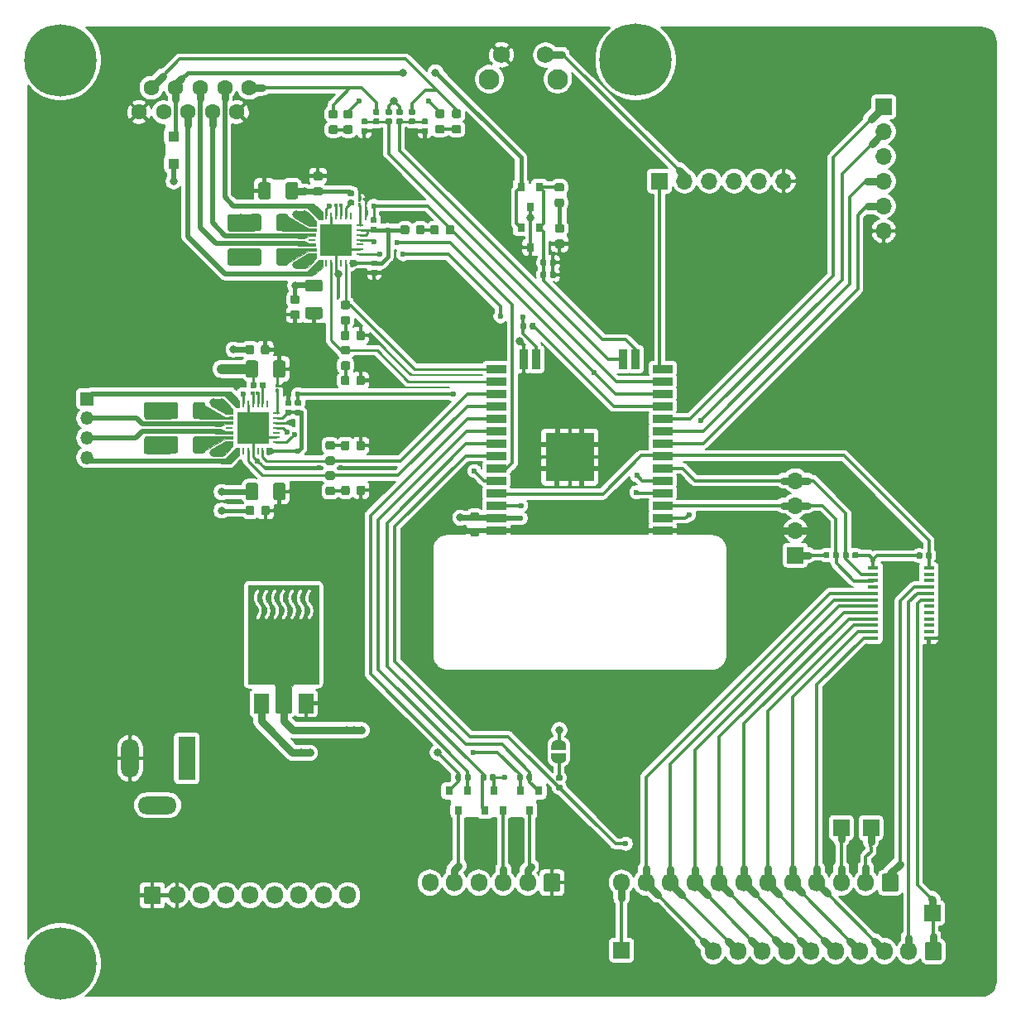
<source format=gbr>
%TF.GenerationSoftware,KiCad,Pcbnew,5.1.5+dfsg1-2build2*%
%TF.CreationDate,2021-12-02T15:53:16+01:00*%
%TF.ProjectId,plotter_board,706c6f74-7465-4725-9f62-6f6172642e6b,rev?*%
%TF.SameCoordinates,Original*%
%TF.FileFunction,Copper,L2,Bot*%
%TF.FilePolarity,Positive*%
%FSLAX46Y46*%
G04 Gerber Fmt 4.6, Leading zero omitted, Abs format (unit mm)*
G04 Created by KiCad (PCBNEW 5.1.5+dfsg1-2build2) date 2021-12-02 15:53:16*
%MOMM*%
%LPD*%
G04 APERTURE LIST*
%TA.AperFunction,EtchedComponent*%
%ADD10C,0.052917*%
%TD*%
%TA.AperFunction,SMDPad,CuDef*%
%ADD11R,3.300000X3.300000*%
%TD*%
%TA.AperFunction,SMDPad,CuDef*%
%ADD12R,0.762000X0.254000*%
%TD*%
%TA.AperFunction,SMDPad,CuDef*%
%ADD13R,0.254000X0.762000*%
%TD*%
%TA.AperFunction,SMDPad,CuDef*%
%ADD14R,2.000000X0.900000*%
%TD*%
%TA.AperFunction,SMDPad,CuDef*%
%ADD15R,0.900000X2.000000*%
%TD*%
%TA.AperFunction,SMDPad,CuDef*%
%ADD16R,5.000000X5.000000*%
%TD*%
%TA.AperFunction,ComponentPad*%
%ADD17C,0.800000*%
%TD*%
%TA.AperFunction,ComponentPad*%
%ADD18C,7.400000*%
%TD*%
%TA.AperFunction,SMDPad,CuDef*%
%ADD19C,0.100000*%
%TD*%
%TA.AperFunction,ComponentPad*%
%ADD20O,1.700000X1.700000*%
%TD*%
%TA.AperFunction,ComponentPad*%
%ADD21R,1.700000X1.700000*%
%TD*%
%TA.AperFunction,ComponentPad*%
%ADD22C,2.100000*%
%TD*%
%TA.AperFunction,ComponentPad*%
%ADD23C,1.750000*%
%TD*%
%TA.AperFunction,SMDPad,CuDef*%
%ADD24R,1.100000X1.100000*%
%TD*%
%TA.AperFunction,SMDPad,CuDef*%
%ADD25R,1.100000X0.400000*%
%TD*%
%TA.AperFunction,ComponentPad*%
%ADD26C,1.600000*%
%TD*%
%TA.AperFunction,ComponentPad*%
%ADD27R,1.800000X4.400000*%
%TD*%
%TA.AperFunction,ComponentPad*%
%ADD28O,1.800000X4.000000*%
%TD*%
%TA.AperFunction,ComponentPad*%
%ADD29O,4.000000X1.800000*%
%TD*%
%TA.AperFunction,SMDPad,CuDef*%
%ADD30R,0.800000X0.900000*%
%TD*%
%TA.AperFunction,ComponentPad*%
%ADD31O,1.700000X1.850000*%
%TD*%
%TA.AperFunction,ComponentPad*%
%ADD32C,0.100000*%
%TD*%
%TA.AperFunction,SMDPad,CuDef*%
%ADD33R,1.500000X2.000000*%
%TD*%
%TA.AperFunction,SMDPad,CuDef*%
%ADD34R,3.800000X2.000000*%
%TD*%
%TA.AperFunction,ComponentPad*%
%ADD35O,1.350000X1.350000*%
%TD*%
%TA.AperFunction,ComponentPad*%
%ADD36R,1.350000X1.350000*%
%TD*%
%TA.AperFunction,ViaPad*%
%ADD37C,0.600000*%
%TD*%
%TA.AperFunction,ViaPad*%
%ADD38C,0.800000*%
%TD*%
%TA.AperFunction,Conductor*%
%ADD39C,0.300000*%
%TD*%
%TA.AperFunction,Conductor*%
%ADD40C,0.250000*%
%TD*%
%TA.AperFunction,Conductor*%
%ADD41C,0.800000*%
%TD*%
%TA.AperFunction,Conductor*%
%ADD42C,0.500000*%
%TD*%
%TA.AperFunction,Conductor*%
%ADD43C,0.400000*%
%TD*%
%TA.AperFunction,Conductor*%
%ADD44C,0.600000*%
%TD*%
%TA.AperFunction,Conductor*%
%ADD45C,1.000000*%
%TD*%
%TA.AperFunction,Conductor*%
%ADD46C,0.030000*%
%TD*%
%TA.AperFunction,Conductor*%
%ADD47C,0.200000*%
%TD*%
%TA.AperFunction,Conductor*%
%ADD48C,0.254000*%
%TD*%
G04 APERTURE END LIST*
D10*
%TO.C,svg2mod*%
G36*
X123994734Y-123001922D02*
G01*
X123962577Y-113401004D01*
X124057066Y-113280608D01*
X124134536Y-113150561D01*
X124195242Y-113012893D01*
X124238931Y-112869638D01*
X124656000Y-112965395D01*
X124533064Y-113143195D01*
X124508426Y-113232349D01*
X124518840Y-113314644D01*
X124558210Y-113386272D01*
X124620440Y-113436056D01*
X124695878Y-113456630D01*
X124774111Y-113444438D01*
X124841675Y-113401004D01*
X124935909Y-113280608D01*
X125013380Y-113150561D01*
X125074086Y-113012893D01*
X125118028Y-112869638D01*
X125144698Y-112722826D01*
X125574214Y-112882846D01*
X125534590Y-112965395D01*
X125411653Y-113143195D01*
X125387015Y-113232603D01*
X125397429Y-113314898D01*
X125436799Y-113386526D01*
X125499283Y-113436310D01*
X125574722Y-113456630D01*
X125652700Y-113444438D01*
X125720010Y-113401004D01*
X125814499Y-113280608D01*
X125891971Y-113150561D01*
X125952678Y-113012893D01*
X125996620Y-112869638D01*
X126023290Y-112722826D01*
X126452806Y-112882846D01*
X126413181Y-112965395D01*
X126289991Y-113143195D01*
X126265353Y-113232603D01*
X126276021Y-113314898D01*
X126315391Y-113386526D01*
X126377621Y-113436310D01*
X126453314Y-113456630D01*
X126531038Y-113444438D01*
X126598602Y-113401004D01*
X126693091Y-113280608D01*
X126770561Y-113150561D01*
X126831267Y-113012893D01*
X126874955Y-112869638D01*
X127331395Y-112882846D01*
X127291517Y-112965395D01*
X127168580Y-113143195D01*
X127143942Y-113232603D01*
X127154356Y-113314898D01*
X127193980Y-113386526D01*
X127256211Y-113436310D01*
X127331903Y-113456630D01*
X127409881Y-113444438D01*
X127477192Y-113401004D01*
X127571426Y-113280608D01*
X127648896Y-113150561D01*
X127709602Y-113012893D01*
X127753545Y-112869638D01*
X127780469Y-112722826D01*
X127790121Y-112573983D01*
X127784533Y-112445200D01*
X127767769Y-112327598D01*
X127739829Y-112212029D01*
X127700458Y-112099507D01*
X127654484Y-111999939D01*
X127598858Y-111904689D01*
X127450775Y-111715714D01*
X127403531Y-111642562D01*
X127353493Y-111533597D01*
X127317425Y-111405327D01*
X127302693Y-111302203D01*
X127299645Y-111195777D01*
X127308535Y-111095448D01*
X127328093Y-111000198D01*
X127357557Y-110912060D01*
X127395911Y-110832813D01*
X127519356Y-110669237D01*
X127542470Y-110580083D01*
X127531294Y-110498550D01*
X127491416Y-110427684D01*
X127429185Y-110378662D01*
X127382957Y-110362406D01*
X127344349Y-110358342D01*
X127268149Y-110374344D01*
X127210999Y-110412952D01*
X127112700Y-110525219D01*
X127029642Y-110660093D01*
X126974524Y-110788363D01*
X126935407Y-110923490D01*
X126911531Y-111063444D01*
X126902387Y-111216097D01*
X126907721Y-111345891D01*
X126925247Y-111475685D01*
X126955220Y-111603192D01*
X126994590Y-111717746D01*
X127040564Y-111819092D01*
X127096190Y-111915611D01*
X127247067Y-112107889D01*
X127300915Y-112191709D01*
X127349429Y-112299658D01*
X127380417Y-112413704D01*
X127392863Y-112511499D01*
X127393371Y-112610558D01*
X127381941Y-112709364D01*
X127361367Y-112797248D01*
X127331395Y-112882846D01*
X126874955Y-112869638D01*
X126901879Y-112722826D01*
X126911531Y-112573983D01*
X126905943Y-112445200D01*
X126889179Y-112327598D01*
X126861239Y-112212029D01*
X126821869Y-112099507D01*
X126775895Y-111999939D01*
X126720269Y-111904689D01*
X126572186Y-111715714D01*
X126524942Y-111642562D01*
X126475158Y-111533597D01*
X126438836Y-111405327D01*
X126424104Y-111302203D01*
X126421056Y-111195777D01*
X126429946Y-111095448D01*
X126449504Y-111000198D01*
X126478968Y-110912060D01*
X126517322Y-110832813D01*
X126640766Y-110669237D01*
X126664134Y-110580083D01*
X126649148Y-110488898D01*
X126606222Y-110420318D01*
X126541706Y-110374344D01*
X126465760Y-110358342D01*
X126398957Y-110370534D01*
X126332409Y-110412952D01*
X126234111Y-110525219D01*
X126151052Y-110660093D01*
X126095934Y-110788363D01*
X126056818Y-110923490D01*
X126032942Y-111063444D01*
X126023798Y-111216097D01*
X126029132Y-111345891D01*
X126046658Y-111475685D01*
X126076630Y-111603192D01*
X126115746Y-111717746D01*
X126161721Y-111819092D01*
X126217347Y-111915611D01*
X126367969Y-112107889D01*
X126421818Y-112191709D01*
X126470586Y-112299658D01*
X126501574Y-112413704D01*
X126514274Y-112511499D01*
X126514782Y-112610558D01*
X126503352Y-112709364D01*
X126482778Y-112797248D01*
X126452806Y-112882846D01*
X126023290Y-112722826D01*
X126033196Y-112573983D01*
X126027608Y-112445200D01*
X126010844Y-112327598D01*
X125982904Y-112212029D01*
X125943534Y-112099507D01*
X125897559Y-111999939D01*
X125841931Y-111904689D01*
X125693594Y-111715714D01*
X125646350Y-111642562D01*
X125596312Y-111533597D01*
X125559990Y-111405327D01*
X125545258Y-111302203D01*
X125542210Y-111195777D01*
X125551100Y-111095448D01*
X125570658Y-111000198D01*
X125600376Y-110912060D01*
X125638730Y-110832813D01*
X125762428Y-110669237D01*
X125785797Y-110580083D01*
X125774366Y-110498296D01*
X125734488Y-110427684D01*
X125663368Y-110374344D01*
X125587422Y-110358088D01*
X125511221Y-110374344D01*
X125453817Y-110412952D01*
X125355773Y-110525219D01*
X125272461Y-110660093D01*
X125217342Y-110788363D01*
X125177972Y-110923490D01*
X125154096Y-111063444D01*
X125144952Y-111216097D01*
X125150032Y-111345891D01*
X125167558Y-111475685D01*
X125197784Y-111603192D01*
X125237154Y-111717746D01*
X125283129Y-111819092D01*
X125338755Y-111915611D01*
X125489631Y-112107889D01*
X125543480Y-112191709D01*
X125591994Y-112299658D01*
X125622982Y-112413704D01*
X125635682Y-112511499D01*
X125636190Y-112610558D01*
X125624760Y-112709364D01*
X125604440Y-112797248D01*
X125574214Y-112882846D01*
X125144698Y-112722826D01*
X125154350Y-112573983D01*
X125148762Y-112445200D01*
X125131998Y-112327598D01*
X125103804Y-112212029D01*
X125064434Y-112099507D01*
X125018460Y-111999939D01*
X124962833Y-111904689D01*
X124814751Y-111715714D01*
X124767507Y-111642562D01*
X124717468Y-111533597D01*
X124681400Y-111405327D01*
X124666668Y-111302203D01*
X124663620Y-111195777D01*
X124672510Y-111095448D01*
X124692068Y-111000198D01*
X124721532Y-110912060D01*
X124759887Y-110832813D01*
X124884347Y-110670507D01*
X124902889Y-110622755D01*
X124909747Y-110571701D01*
X124896539Y-110490676D01*
X124855391Y-110421334D01*
X124792399Y-110373836D01*
X124716960Y-110355548D01*
X124640760Y-110369518D01*
X124582594Y-110406094D01*
X124483025Y-110517345D01*
X124398443Y-110651203D01*
X124342055Y-110778965D01*
X124301669Y-110913838D01*
X124275507Y-111063444D01*
X124266363Y-111216097D01*
X124271697Y-111345891D01*
X124289223Y-111475685D01*
X124319195Y-111603192D01*
X124358565Y-111717746D01*
X124404539Y-111819092D01*
X124460165Y-111915611D01*
X124611042Y-112107889D01*
X124664890Y-112191709D01*
X124713404Y-112299658D01*
X124744647Y-112413704D01*
X124757093Y-112511499D01*
X124757855Y-112610558D01*
X124746425Y-112709364D01*
X124725850Y-112797248D01*
X124695878Y-112882846D01*
X124656000Y-112965395D01*
X124238931Y-112869638D01*
X124265855Y-112722826D01*
X124275507Y-112573983D01*
X124269919Y-112445200D01*
X124253155Y-112327598D01*
X124225214Y-112212029D01*
X124185844Y-112099507D01*
X124139870Y-111999939D01*
X124084244Y-111904689D01*
X123936161Y-111715714D01*
X123888917Y-111642562D01*
X123839133Y-111533597D01*
X123802811Y-111405327D01*
X123788079Y-111302203D01*
X123785285Y-111195777D01*
X123793921Y-111095448D01*
X123813479Y-111000198D01*
X123842943Y-110912060D01*
X123881551Y-110832813D01*
X124004996Y-110669237D01*
X124028110Y-110580083D01*
X124016934Y-110498296D01*
X123977056Y-110427684D01*
X123914825Y-110378408D01*
X123868597Y-110362152D01*
X123829735Y-110358088D01*
X123753789Y-110374344D01*
X123696384Y-110412952D01*
X123598086Y-110525219D01*
X123515028Y-110660093D01*
X123459910Y-110788363D01*
X123420793Y-110923490D01*
X123396917Y-111063444D01*
X123387773Y-111216097D01*
X123393107Y-111345891D01*
X123410633Y-111475685D01*
X123440605Y-111603192D01*
X123479722Y-111717746D01*
X123525696Y-111819092D01*
X123581322Y-111915611D01*
X123731945Y-112107889D01*
X123786047Y-112191709D01*
X123834561Y-112299658D01*
X123865549Y-112413704D01*
X123878249Y-112511499D01*
X123878757Y-112610558D01*
X123867327Y-112709364D01*
X123846753Y-112797248D01*
X123816781Y-112882846D01*
X123777157Y-112965395D01*
X123653966Y-113143195D01*
X123629328Y-113232603D01*
X123639996Y-113314898D01*
X123679366Y-113386526D01*
X123741851Y-113436310D01*
X123817289Y-113456630D01*
X123895267Y-113444438D01*
X123962577Y-113401004D01*
X123994734Y-123001922D01*
X123969080Y-122969156D01*
X123954094Y-122919118D01*
X123939616Y-120330612D01*
X123726865Y-120095409D01*
X123083988Y-113401004D01*
X123178476Y-113280608D01*
X123255947Y-113150561D01*
X123316653Y-113012893D01*
X123360595Y-112869638D01*
X123387519Y-112722826D01*
X123397171Y-112573983D01*
X123391583Y-112445200D01*
X123374819Y-112327598D01*
X123346879Y-112212029D01*
X123307509Y-112099507D01*
X123261535Y-111999939D01*
X123205909Y-111904689D01*
X123057826Y-111715714D01*
X123010328Y-111642562D01*
X122960544Y-111533597D01*
X122924475Y-111405327D01*
X122909743Y-111302203D01*
X122906695Y-111195777D01*
X122915585Y-111095448D01*
X122935144Y-111000198D01*
X122964608Y-110912060D01*
X123002962Y-110832813D01*
X123126406Y-110669237D01*
X123149520Y-110580083D01*
X123138344Y-110498550D01*
X123098466Y-110427684D01*
X123027346Y-110374344D01*
X122951146Y-110358342D01*
X122875199Y-110374344D01*
X122817795Y-110412952D01*
X122719751Y-110525219D01*
X122636692Y-110660093D01*
X122581574Y-110788363D01*
X122542204Y-110923490D01*
X122518582Y-111063444D01*
X122509438Y-111216097D01*
X122514518Y-111345891D01*
X122532044Y-111475685D01*
X122562016Y-111603192D01*
X122601386Y-111717746D01*
X122647106Y-111819092D01*
X122702733Y-111915611D01*
X122853609Y-112107889D01*
X122907457Y-112191709D01*
X122955972Y-112299658D01*
X122986960Y-112413704D01*
X122999660Y-112511499D01*
X123000168Y-112610558D01*
X122988738Y-112709364D01*
X122968418Y-112797248D01*
X122938192Y-112882846D01*
X122898567Y-112965395D01*
X122775631Y-113143195D01*
X122750993Y-113232603D01*
X122761407Y-113314898D01*
X122800777Y-113386526D01*
X122863261Y-113436310D01*
X122938700Y-113456630D01*
X123016678Y-113444438D01*
X123083988Y-113401004D01*
X123726865Y-120095409D01*
X121238747Y-120094901D01*
X122205653Y-113401004D01*
X122299887Y-113280608D01*
X122377357Y-113150561D01*
X122438064Y-113012893D01*
X122482006Y-112869638D01*
X122508930Y-112722826D01*
X122518582Y-112573983D01*
X122512994Y-112445200D01*
X122496230Y-112327598D01*
X122468290Y-112212029D01*
X122428920Y-112099507D01*
X122382945Y-111999939D01*
X122327319Y-111904689D01*
X122179237Y-111715714D01*
X122131738Y-111642562D01*
X122081954Y-111533597D01*
X122045378Y-111405327D01*
X122030646Y-111302203D01*
X122027598Y-111195777D01*
X122036488Y-111095448D01*
X122056300Y-111000198D01*
X122085764Y-110912060D01*
X122124372Y-110832813D01*
X122247817Y-110669237D01*
X122271185Y-110580083D01*
X122256199Y-110488898D01*
X122213273Y-110420318D01*
X122148756Y-110374344D01*
X122072810Y-110358342D01*
X122005754Y-110370534D01*
X121939460Y-110412952D01*
X121841161Y-110525219D01*
X121757849Y-110660093D01*
X121702731Y-110788363D01*
X121663361Y-110923490D01*
X121639485Y-111063444D01*
X121630340Y-111216097D01*
X121635675Y-111345891D01*
X121653201Y-111475685D01*
X121683173Y-111603192D01*
X121722543Y-111717746D01*
X121768517Y-111819092D01*
X121824397Y-111915611D01*
X121975020Y-112107889D01*
X122028868Y-112191709D01*
X122077382Y-112299658D01*
X122108624Y-112413704D01*
X122121070Y-112511499D01*
X122121832Y-112610558D01*
X122110402Y-112709364D01*
X122089828Y-112797248D01*
X122059856Y-112882846D01*
X122019978Y-112965395D01*
X121897042Y-113143195D01*
X121872403Y-113232603D01*
X121882817Y-113314898D01*
X121922442Y-113386526D01*
X121984672Y-113436310D01*
X122060364Y-113456630D01*
X122138088Y-113444438D01*
X122205653Y-113401004D01*
X121238747Y-120094901D01*
X121197599Y-120088297D01*
X121161023Y-120068739D01*
X121132829Y-120038259D01*
X121113702Y-120000413D01*
X121113702Y-110088595D01*
X121119545Y-110048971D01*
X121137579Y-110013157D01*
X121165519Y-109984709D01*
X121201333Y-109966675D01*
X121240703Y-109960325D01*
X128248441Y-109960000D01*
X128289335Y-109966858D01*
X128325657Y-109986416D01*
X128347755Y-110008260D01*
X128367821Y-110044328D01*
X128367464Y-110110702D01*
X128368150Y-111188144D01*
X128369293Y-113805357D01*
X128369521Y-117039669D01*
X128367464Y-119968409D01*
X128360352Y-120009557D01*
X128340540Y-120046133D01*
X128318188Y-120068485D01*
X128281358Y-120088297D01*
X125810409Y-120095409D01*
X125534996Y-120355504D01*
X125543632Y-122907688D01*
X125525090Y-122974490D01*
X125483180Y-123016654D01*
X125426538Y-123034942D01*
X124080840Y-123035450D01*
X124039438Y-123028592D01*
X123994734Y-123001922D01*
G37*
X123994734Y-123001922D02*
X123962577Y-113401004D01*
X124057066Y-113280608D01*
X124134536Y-113150561D01*
X124195242Y-113012893D01*
X124238931Y-112869638D01*
X124656000Y-112965395D01*
X124533064Y-113143195D01*
X124508426Y-113232349D01*
X124518840Y-113314644D01*
X124558210Y-113386272D01*
X124620440Y-113436056D01*
X124695878Y-113456630D01*
X124774111Y-113444438D01*
X124841675Y-113401004D01*
X124935909Y-113280608D01*
X125013380Y-113150561D01*
X125074086Y-113012893D01*
X125118028Y-112869638D01*
X125144698Y-112722826D01*
X125574214Y-112882846D01*
X125534590Y-112965395D01*
X125411653Y-113143195D01*
X125387015Y-113232603D01*
X125397429Y-113314898D01*
X125436799Y-113386526D01*
X125499283Y-113436310D01*
X125574722Y-113456630D01*
X125652700Y-113444438D01*
X125720010Y-113401004D01*
X125814499Y-113280608D01*
X125891971Y-113150561D01*
X125952678Y-113012893D01*
X125996620Y-112869638D01*
X126023290Y-112722826D01*
X126452806Y-112882846D01*
X126413181Y-112965395D01*
X126289991Y-113143195D01*
X126265353Y-113232603D01*
X126276021Y-113314898D01*
X126315391Y-113386526D01*
X126377621Y-113436310D01*
X126453314Y-113456630D01*
X126531038Y-113444438D01*
X126598602Y-113401004D01*
X126693091Y-113280608D01*
X126770561Y-113150561D01*
X126831267Y-113012893D01*
X126874955Y-112869638D01*
X127331395Y-112882846D01*
X127291517Y-112965395D01*
X127168580Y-113143195D01*
X127143942Y-113232603D01*
X127154356Y-113314898D01*
X127193980Y-113386526D01*
X127256211Y-113436310D01*
X127331903Y-113456630D01*
X127409881Y-113444438D01*
X127477192Y-113401004D01*
X127571426Y-113280608D01*
X127648896Y-113150561D01*
X127709602Y-113012893D01*
X127753545Y-112869638D01*
X127780469Y-112722826D01*
X127790121Y-112573983D01*
X127784533Y-112445200D01*
X127767769Y-112327598D01*
X127739829Y-112212029D01*
X127700458Y-112099507D01*
X127654484Y-111999939D01*
X127598858Y-111904689D01*
X127450775Y-111715714D01*
X127403531Y-111642562D01*
X127353493Y-111533597D01*
X127317425Y-111405327D01*
X127302693Y-111302203D01*
X127299645Y-111195777D01*
X127308535Y-111095448D01*
X127328093Y-111000198D01*
X127357557Y-110912060D01*
X127395911Y-110832813D01*
X127519356Y-110669237D01*
X127542470Y-110580083D01*
X127531294Y-110498550D01*
X127491416Y-110427684D01*
X127429185Y-110378662D01*
X127382957Y-110362406D01*
X127344349Y-110358342D01*
X127268149Y-110374344D01*
X127210999Y-110412952D01*
X127112700Y-110525219D01*
X127029642Y-110660093D01*
X126974524Y-110788363D01*
X126935407Y-110923490D01*
X126911531Y-111063444D01*
X126902387Y-111216097D01*
X126907721Y-111345891D01*
X126925247Y-111475685D01*
X126955220Y-111603192D01*
X126994590Y-111717746D01*
X127040564Y-111819092D01*
X127096190Y-111915611D01*
X127247067Y-112107889D01*
X127300915Y-112191709D01*
X127349429Y-112299658D01*
X127380417Y-112413704D01*
X127392863Y-112511499D01*
X127393371Y-112610558D01*
X127381941Y-112709364D01*
X127361367Y-112797248D01*
X127331395Y-112882846D01*
X126874955Y-112869638D01*
X126901879Y-112722826D01*
X126911531Y-112573983D01*
X126905943Y-112445200D01*
X126889179Y-112327598D01*
X126861239Y-112212029D01*
X126821869Y-112099507D01*
X126775895Y-111999939D01*
X126720269Y-111904689D01*
X126572186Y-111715714D01*
X126524942Y-111642562D01*
X126475158Y-111533597D01*
X126438836Y-111405327D01*
X126424104Y-111302203D01*
X126421056Y-111195777D01*
X126429946Y-111095448D01*
X126449504Y-111000198D01*
X126478968Y-110912060D01*
X126517322Y-110832813D01*
X126640766Y-110669237D01*
X126664134Y-110580083D01*
X126649148Y-110488898D01*
X126606222Y-110420318D01*
X126541706Y-110374344D01*
X126465760Y-110358342D01*
X126398957Y-110370534D01*
X126332409Y-110412952D01*
X126234111Y-110525219D01*
X126151052Y-110660093D01*
X126095934Y-110788363D01*
X126056818Y-110923490D01*
X126032942Y-111063444D01*
X126023798Y-111216097D01*
X126029132Y-111345891D01*
X126046658Y-111475685D01*
X126076630Y-111603192D01*
X126115746Y-111717746D01*
X126161721Y-111819092D01*
X126217347Y-111915611D01*
X126367969Y-112107889D01*
X126421818Y-112191709D01*
X126470586Y-112299658D01*
X126501574Y-112413704D01*
X126514274Y-112511499D01*
X126514782Y-112610558D01*
X126503352Y-112709364D01*
X126482778Y-112797248D01*
X126452806Y-112882846D01*
X126023290Y-112722826D01*
X126033196Y-112573983D01*
X126027608Y-112445200D01*
X126010844Y-112327598D01*
X125982904Y-112212029D01*
X125943534Y-112099507D01*
X125897559Y-111999939D01*
X125841931Y-111904689D01*
X125693594Y-111715714D01*
X125646350Y-111642562D01*
X125596312Y-111533597D01*
X125559990Y-111405327D01*
X125545258Y-111302203D01*
X125542210Y-111195777D01*
X125551100Y-111095448D01*
X125570658Y-111000198D01*
X125600376Y-110912060D01*
X125638730Y-110832813D01*
X125762428Y-110669237D01*
X125785797Y-110580083D01*
X125774366Y-110498296D01*
X125734488Y-110427684D01*
X125663368Y-110374344D01*
X125587422Y-110358088D01*
X125511221Y-110374344D01*
X125453817Y-110412952D01*
X125355773Y-110525219D01*
X125272461Y-110660093D01*
X125217342Y-110788363D01*
X125177972Y-110923490D01*
X125154096Y-111063444D01*
X125144952Y-111216097D01*
X125150032Y-111345891D01*
X125167558Y-111475685D01*
X125197784Y-111603192D01*
X125237154Y-111717746D01*
X125283129Y-111819092D01*
X125338755Y-111915611D01*
X125489631Y-112107889D01*
X125543480Y-112191709D01*
X125591994Y-112299658D01*
X125622982Y-112413704D01*
X125635682Y-112511499D01*
X125636190Y-112610558D01*
X125624760Y-112709364D01*
X125604440Y-112797248D01*
X125574214Y-112882846D01*
X125144698Y-112722826D01*
X125154350Y-112573983D01*
X125148762Y-112445200D01*
X125131998Y-112327598D01*
X125103804Y-112212029D01*
X125064434Y-112099507D01*
X125018460Y-111999939D01*
X124962833Y-111904689D01*
X124814751Y-111715714D01*
X124767507Y-111642562D01*
X124717468Y-111533597D01*
X124681400Y-111405327D01*
X124666668Y-111302203D01*
X124663620Y-111195777D01*
X124672510Y-111095448D01*
X124692068Y-111000198D01*
X124721532Y-110912060D01*
X124759887Y-110832813D01*
X124884347Y-110670507D01*
X124902889Y-110622755D01*
X124909747Y-110571701D01*
X124896539Y-110490676D01*
X124855391Y-110421334D01*
X124792399Y-110373836D01*
X124716960Y-110355548D01*
X124640760Y-110369518D01*
X124582594Y-110406094D01*
X124483025Y-110517345D01*
X124398443Y-110651203D01*
X124342055Y-110778965D01*
X124301669Y-110913838D01*
X124275507Y-111063444D01*
X124266363Y-111216097D01*
X124271697Y-111345891D01*
X124289223Y-111475685D01*
X124319195Y-111603192D01*
X124358565Y-111717746D01*
X124404539Y-111819092D01*
X124460165Y-111915611D01*
X124611042Y-112107889D01*
X124664890Y-112191709D01*
X124713404Y-112299658D01*
X124744647Y-112413704D01*
X124757093Y-112511499D01*
X124757855Y-112610558D01*
X124746425Y-112709364D01*
X124725850Y-112797248D01*
X124695878Y-112882846D01*
X124656000Y-112965395D01*
X124238931Y-112869638D01*
X124265855Y-112722826D01*
X124275507Y-112573983D01*
X124269919Y-112445200D01*
X124253155Y-112327598D01*
X124225214Y-112212029D01*
X124185844Y-112099507D01*
X124139870Y-111999939D01*
X124084244Y-111904689D01*
X123936161Y-111715714D01*
X123888917Y-111642562D01*
X123839133Y-111533597D01*
X123802811Y-111405327D01*
X123788079Y-111302203D01*
X123785285Y-111195777D01*
X123793921Y-111095448D01*
X123813479Y-111000198D01*
X123842943Y-110912060D01*
X123881551Y-110832813D01*
X124004996Y-110669237D01*
X124028110Y-110580083D01*
X124016934Y-110498296D01*
X123977056Y-110427684D01*
X123914825Y-110378408D01*
X123868597Y-110362152D01*
X123829735Y-110358088D01*
X123753789Y-110374344D01*
X123696384Y-110412952D01*
X123598086Y-110525219D01*
X123515028Y-110660093D01*
X123459910Y-110788363D01*
X123420793Y-110923490D01*
X123396917Y-111063444D01*
X123387773Y-111216097D01*
X123393107Y-111345891D01*
X123410633Y-111475685D01*
X123440605Y-111603192D01*
X123479722Y-111717746D01*
X123525696Y-111819092D01*
X123581322Y-111915611D01*
X123731945Y-112107889D01*
X123786047Y-112191709D01*
X123834561Y-112299658D01*
X123865549Y-112413704D01*
X123878249Y-112511499D01*
X123878757Y-112610558D01*
X123867327Y-112709364D01*
X123846753Y-112797248D01*
X123816781Y-112882846D01*
X123777157Y-112965395D01*
X123653966Y-113143195D01*
X123629328Y-113232603D01*
X123639996Y-113314898D01*
X123679366Y-113386526D01*
X123741851Y-113436310D01*
X123817289Y-113456630D01*
X123895267Y-113444438D01*
X123962577Y-113401004D01*
X123994734Y-123001922D01*
X123969080Y-122969156D01*
X123954094Y-122919118D01*
X123939616Y-120330612D01*
X123726865Y-120095409D01*
X123083988Y-113401004D01*
X123178476Y-113280608D01*
X123255947Y-113150561D01*
X123316653Y-113012893D01*
X123360595Y-112869638D01*
X123387519Y-112722826D01*
X123397171Y-112573983D01*
X123391583Y-112445200D01*
X123374819Y-112327598D01*
X123346879Y-112212029D01*
X123307509Y-112099507D01*
X123261535Y-111999939D01*
X123205909Y-111904689D01*
X123057826Y-111715714D01*
X123010328Y-111642562D01*
X122960544Y-111533597D01*
X122924475Y-111405327D01*
X122909743Y-111302203D01*
X122906695Y-111195777D01*
X122915585Y-111095448D01*
X122935144Y-111000198D01*
X122964608Y-110912060D01*
X123002962Y-110832813D01*
X123126406Y-110669237D01*
X123149520Y-110580083D01*
X123138344Y-110498550D01*
X123098466Y-110427684D01*
X123027346Y-110374344D01*
X122951146Y-110358342D01*
X122875199Y-110374344D01*
X122817795Y-110412952D01*
X122719751Y-110525219D01*
X122636692Y-110660093D01*
X122581574Y-110788363D01*
X122542204Y-110923490D01*
X122518582Y-111063444D01*
X122509438Y-111216097D01*
X122514518Y-111345891D01*
X122532044Y-111475685D01*
X122562016Y-111603192D01*
X122601386Y-111717746D01*
X122647106Y-111819092D01*
X122702733Y-111915611D01*
X122853609Y-112107889D01*
X122907457Y-112191709D01*
X122955972Y-112299658D01*
X122986960Y-112413704D01*
X122999660Y-112511499D01*
X123000168Y-112610558D01*
X122988738Y-112709364D01*
X122968418Y-112797248D01*
X122938192Y-112882846D01*
X122898567Y-112965395D01*
X122775631Y-113143195D01*
X122750993Y-113232603D01*
X122761407Y-113314898D01*
X122800777Y-113386526D01*
X122863261Y-113436310D01*
X122938700Y-113456630D01*
X123016678Y-113444438D01*
X123083988Y-113401004D01*
X123726865Y-120095409D01*
X121238747Y-120094901D01*
X122205653Y-113401004D01*
X122299887Y-113280608D01*
X122377357Y-113150561D01*
X122438064Y-113012893D01*
X122482006Y-112869638D01*
X122508930Y-112722826D01*
X122518582Y-112573983D01*
X122512994Y-112445200D01*
X122496230Y-112327598D01*
X122468290Y-112212029D01*
X122428920Y-112099507D01*
X122382945Y-111999939D01*
X122327319Y-111904689D01*
X122179237Y-111715714D01*
X122131738Y-111642562D01*
X122081954Y-111533597D01*
X122045378Y-111405327D01*
X122030646Y-111302203D01*
X122027598Y-111195777D01*
X122036488Y-111095448D01*
X122056300Y-111000198D01*
X122085764Y-110912060D01*
X122124372Y-110832813D01*
X122247817Y-110669237D01*
X122271185Y-110580083D01*
X122256199Y-110488898D01*
X122213273Y-110420318D01*
X122148756Y-110374344D01*
X122072810Y-110358342D01*
X122005754Y-110370534D01*
X121939460Y-110412952D01*
X121841161Y-110525219D01*
X121757849Y-110660093D01*
X121702731Y-110788363D01*
X121663361Y-110923490D01*
X121639485Y-111063444D01*
X121630340Y-111216097D01*
X121635675Y-111345891D01*
X121653201Y-111475685D01*
X121683173Y-111603192D01*
X121722543Y-111717746D01*
X121768517Y-111819092D01*
X121824397Y-111915611D01*
X121975020Y-112107889D01*
X122028868Y-112191709D01*
X122077382Y-112299658D01*
X122108624Y-112413704D01*
X122121070Y-112511499D01*
X122121832Y-112610558D01*
X122110402Y-112709364D01*
X122089828Y-112797248D01*
X122059856Y-112882846D01*
X122019978Y-112965395D01*
X121897042Y-113143195D01*
X121872403Y-113232603D01*
X121882817Y-113314898D01*
X121922442Y-113386526D01*
X121984672Y-113436310D01*
X122060364Y-113456630D01*
X122138088Y-113444438D01*
X122205653Y-113401004D01*
X121238747Y-120094901D01*
X121197599Y-120088297D01*
X121161023Y-120068739D01*
X121132829Y-120038259D01*
X121113702Y-120000413D01*
X121113702Y-110088595D01*
X121119545Y-110048971D01*
X121137579Y-110013157D01*
X121165519Y-109984709D01*
X121201333Y-109966675D01*
X121240703Y-109960325D01*
X128248441Y-109960000D01*
X128289335Y-109966858D01*
X128325657Y-109986416D01*
X128347755Y-110008260D01*
X128367821Y-110044328D01*
X128367464Y-110110702D01*
X128368150Y-111188144D01*
X128369293Y-113805357D01*
X128369521Y-117039669D01*
X128367464Y-119968409D01*
X128360352Y-120009557D01*
X128340540Y-120046133D01*
X128318188Y-120068485D01*
X128281358Y-120088297D01*
X125810409Y-120095409D01*
X125534996Y-120355504D01*
X125543632Y-122907688D01*
X125525090Y-122974490D01*
X125483180Y-123016654D01*
X125426538Y-123034942D01*
X124080840Y-123035450D01*
X124039438Y-123028592D01*
X123994734Y-123001922D01*
%TD*%
D11*
%TO.P,IC1,29*%
%TO.N,GND*%
X130110000Y-74635600D03*
D12*
%TO.P,IC1,28*%
%TO.N,36V*%
X127684300Y-73135600D03*
%TO.P,IC1,27*%
%TO.N,Net-(IC1-Pad27)*%
X127684300Y-73635599D03*
%TO.P,IC1,26*%
%TO.N,STEP_SHORT_BLUE*%
X127684300Y-74135601D03*
%TO.P,IC1,25*%
%TO.N,N/C*%
X127684300Y-74635600D03*
%TO.P,IC1,24*%
%TO.N,STEP_SHORT_WHITE*%
X127684300Y-75135599D03*
%TO.P,IC1,23*%
%TO.N,Net-(IC1-Pad23)*%
X127684300Y-75635601D03*
%TO.P,IC1,22*%
%TO.N,36V*%
X127684300Y-76135600D03*
D13*
%TO.P,IC1,21*%
%TO.N,STEP_SHORT_YELLOW*%
X128610000Y-77061300D03*
%TO.P,IC1,20*%
%TO.N,N/C*%
X129109999Y-77061300D03*
%TO.P,IC1,19*%
%TO.N,DIR1*%
X129610001Y-77061300D03*
%TO.P,IC1,18*%
%TO.N,GND*%
X130110000Y-77061300D03*
%TO.P,IC1,17*%
%TO.N,Net-(IC1-Pad17)*%
X130609999Y-77061300D03*
%TO.P,IC1,16*%
%TO.N,STEP1*%
X131110001Y-77061300D03*
%TO.P,IC1,15*%
%TO.N,+3V3*%
X131610000Y-77061300D03*
D12*
%TO.P,IC1,14*%
%TO.N,TMC_UART*%
X132535700Y-76135600D03*
%TO.P,IC1,13*%
%TO.N,GND*%
X132535700Y-75635601D03*
%TO.P,IC1,12*%
%TO.N,Net-(IC1-Pad12)*%
X132535700Y-75135599D03*
%TO.P,IC1,11*%
%TO.N,SHORT_DIAG*%
X132535700Y-74635600D03*
%TO.P,IC1,10*%
%TO.N,+3V3*%
X132535700Y-74135601D03*
%TO.P,IC1,9*%
X132535700Y-73635599D03*
%TO.P,IC1,8*%
%TO.N,Net-(C2-Pad2)*%
X132535700Y-73135600D03*
D13*
%TO.P,IC1,7*%
%TO.N,N/C*%
X131610000Y-72209900D03*
%TO.P,IC1,6*%
%TO.N,Net-(C5-Pad2)*%
X131110001Y-72209900D03*
%TO.P,IC1,5*%
%TO.N,Net-(C6-Pad1)*%
X130609999Y-72209900D03*
%TO.P,IC1,4*%
%TO.N,Net-(C6-Pad2)*%
X130110000Y-72209900D03*
%TO.P,IC1,3*%
%TO.N,GND*%
X129610001Y-72209900D03*
%TO.P,IC1,2*%
%TO.N,STEP_EN*%
X129109999Y-72209900D03*
%TO.P,IC1,1*%
%TO.N,STEP_SHORT_RED*%
X128610000Y-72209900D03*
%TD*%
D11*
%TO.P,IC2,29*%
%TO.N,GND*%
X121605001Y-93864999D03*
D12*
%TO.P,IC2,28*%
%TO.N,36V*%
X119179301Y-92364999D03*
%TO.P,IC2,27*%
%TO.N,Net-(IC2-Pad27)*%
X119179301Y-92864998D03*
%TO.P,IC2,26*%
%TO.N,STEP_LONG_BLUE*%
X119179301Y-93365000D03*
%TO.P,IC2,25*%
%TO.N,N/C*%
X119179301Y-93864999D03*
%TO.P,IC2,24*%
%TO.N,STEP_LONG_WHITE*%
X119179301Y-94364998D03*
%TO.P,IC2,23*%
%TO.N,Net-(IC2-Pad23)*%
X119179301Y-94865000D03*
%TO.P,IC2,22*%
%TO.N,36V*%
X119179301Y-95364999D03*
D13*
%TO.P,IC2,21*%
%TO.N,STEP_LONG_YELLOW*%
X120105001Y-96290699D03*
%TO.P,IC2,20*%
%TO.N,N/C*%
X120605000Y-96290699D03*
%TO.P,IC2,19*%
%TO.N,DIR2*%
X121105002Y-96290699D03*
%TO.P,IC2,18*%
%TO.N,GND*%
X121605001Y-96290699D03*
%TO.P,IC2,17*%
%TO.N,Net-(IC2-Pad17)*%
X122105000Y-96290699D03*
%TO.P,IC2,16*%
%TO.N,STEP2*%
X122605002Y-96290699D03*
%TO.P,IC2,15*%
%TO.N,+3V3*%
X123105001Y-96290699D03*
D12*
%TO.P,IC2,14*%
%TO.N,TMC_UART*%
X124030701Y-95364999D03*
%TO.P,IC2,13*%
%TO.N,GND*%
X124030701Y-94865000D03*
%TO.P,IC2,12*%
%TO.N,Net-(IC2-Pad12)*%
X124030701Y-94364998D03*
%TO.P,IC2,11*%
%TO.N,LONG_DIAG*%
X124030701Y-93864999D03*
%TO.P,IC2,10*%
%TO.N,GND*%
X124030701Y-93365000D03*
%TO.P,IC2,9*%
%TO.N,+3V3*%
X124030701Y-92864998D03*
%TO.P,IC2,8*%
%TO.N,Net-(C11-Pad2)*%
X124030701Y-92364999D03*
D13*
%TO.P,IC2,7*%
%TO.N,N/C*%
X123105001Y-91439299D03*
%TO.P,IC2,6*%
%TO.N,Net-(C15-Pad2)*%
X122605002Y-91439299D03*
%TO.P,IC2,5*%
%TO.N,Net-(C16-Pad1)*%
X122105000Y-91439299D03*
%TO.P,IC2,4*%
%TO.N,Net-(C16-Pad2)*%
X121605001Y-91439299D03*
%TO.P,IC2,3*%
%TO.N,GND*%
X121105002Y-91439299D03*
%TO.P,IC2,2*%
%TO.N,STEP_EN*%
X120605000Y-91439299D03*
%TO.P,IC2,1*%
%TO.N,STEP_LONG_RED*%
X120105001Y-91439299D03*
%TD*%
D14*
%TO.P,U1,38*%
%TO.N,GND*%
X163540000Y-104375000D03*
%TO.P,U1,37*%
%TO.N,MOSI*%
X163540000Y-103105000D03*
%TO.P,U1,36*%
%TO.N,SCL*%
X163540000Y-101835000D03*
%TO.P,U1,35*%
%TO.N,RX*%
X163540000Y-100565000D03*
%TO.P,U1,34*%
%TO.N,TX*%
X163540000Y-99295000D03*
%TO.P,U1,33*%
%TO.N,SDA*%
X163540000Y-98025000D03*
%TO.P,U1,32*%
%TO.N,Net-(U1-Pad32)*%
X163540000Y-96755000D03*
%TO.P,U1,31*%
%TO.N,MISO*%
X163540000Y-95485000D03*
%TO.P,U1,30*%
%TO.N,CLK*%
X163540000Y-94215000D03*
%TO.P,U1,29*%
%TO.N,CS*%
X163540000Y-92945000D03*
%TO.P,U1,28*%
%TO.N,TMC_UART_TX*%
X163540000Y-91675000D03*
%TO.P,U1,27*%
%TO.N,STEP_EN*%
X163540000Y-90405000D03*
%TO.P,U1,26*%
%TO.N,SHORT_AXIS_LIMIT_O*%
X163540000Y-89135000D03*
%TO.P,U1,25*%
%TO.N,IO_0*%
X163540000Y-87865000D03*
D15*
%TO.P,U1,24*%
%TO.N,PWM_SOLENOID*%
X160755000Y-86865000D03*
%TO.P,U1,23*%
%TO.N,LONG_AXIS_LIMIT_O*%
X159485000Y-86865000D03*
%TO.P,U1,16*%
%TO.N,TMC_UART*%
X150595000Y-86865000D03*
%TO.P,U1,15*%
%TO.N,GND*%
X149325000Y-86865000D03*
D14*
%TO.P,U1,14*%
%TO.N,STEP1*%
X146540000Y-87865000D03*
%TO.P,U1,13*%
%TO.N,DIR1*%
X146540000Y-89135000D03*
%TO.P,U1,12*%
%TO.N,STEP2*%
X146540000Y-90405000D03*
%TO.P,U1,11*%
%TO.N,DIR2*%
X146540000Y-91675000D03*
%TO.P,U1,10*%
%TO.N,PAUSE_LED_SIG*%
X146540000Y-92945000D03*
%TO.P,U1,9*%
%TO.N,E_BED_SIG*%
X146540000Y-94215000D03*
%TO.P,U1,8*%
%TO.N,POWER_LED_SIG*%
X146540000Y-95485000D03*
%TO.P,U1,7*%
%TO.N,PAPER_HOLD*%
X146540000Y-96755000D03*
%TO.P,U1,6*%
%TO.N,SHORT_DIAG*%
X146540000Y-98025000D03*
%TO.P,U1,5*%
%TO.N,LONG_DIAG*%
X146540000Y-99295000D03*
%TO.P,U1,4*%
%TO.N,INT*%
X146540000Y-100565000D03*
%TO.P,U1,3*%
%TO.N,EN*%
X146540000Y-101835000D03*
%TO.P,U1,2*%
%TO.N,+3V3*%
X146540000Y-103105000D03*
%TO.P,U1,1*%
%TO.N,GND*%
X146540000Y-104375000D03*
D16*
%TO.P,U1,39*%
X154040000Y-96875000D03*
%TD*%
D17*
%TO.P,REF\002A\002A,1*%
%TO.N,N/C*%
X162732221Y-54297779D03*
X160770000Y-53485000D03*
X158807779Y-54297779D03*
X157995000Y-56260000D03*
X158807779Y-58222221D03*
X160770000Y-59035000D03*
X162732221Y-58222221D03*
X163545000Y-56260000D03*
D18*
X160770000Y-56260000D03*
%TD*%
D17*
%TO.P,REF\002A\002A,1*%
%TO.N,N/C*%
X103902221Y-146697779D03*
X101940000Y-145885000D03*
X99977779Y-146697779D03*
X99165000Y-148660000D03*
X99977779Y-150622221D03*
X101940000Y-151435000D03*
X103902221Y-150622221D03*
X104715000Y-148660000D03*
D18*
X101940000Y-148660000D03*
%TD*%
D17*
%TO.P,REF\002A\002A,1*%
%TO.N,N/C*%
X103882221Y-54302779D03*
X101920000Y-53490000D03*
X99957779Y-54302779D03*
X99145000Y-56265000D03*
X99957779Y-58227221D03*
X101920000Y-59040000D03*
X103882221Y-58227221D03*
X104695000Y-56265000D03*
D18*
X101920000Y-56265000D03*
%TD*%
%TA.AperFunction,SMDPad,CuDef*%
D19*
%TO.P,JP1,2*%
%TO.N,+3V3*%
G36*
X152158602Y-126350000D02*
G01*
X152158602Y-126325466D01*
X152163412Y-126276635D01*
X152172984Y-126228510D01*
X152187228Y-126181555D01*
X152206005Y-126136222D01*
X152229136Y-126092949D01*
X152256396Y-126052150D01*
X152287524Y-126014221D01*
X152322221Y-125979524D01*
X152360150Y-125948396D01*
X152400949Y-125921136D01*
X152444222Y-125898005D01*
X152489555Y-125879228D01*
X152536510Y-125864984D01*
X152584635Y-125855412D01*
X152633466Y-125850602D01*
X152658000Y-125850602D01*
X152658000Y-125850000D01*
X153158000Y-125850000D01*
X153158000Y-125850602D01*
X153182534Y-125850602D01*
X153231365Y-125855412D01*
X153279490Y-125864984D01*
X153326445Y-125879228D01*
X153371778Y-125898005D01*
X153415051Y-125921136D01*
X153455850Y-125948396D01*
X153493779Y-125979524D01*
X153528476Y-126014221D01*
X153559604Y-126052150D01*
X153586864Y-126092949D01*
X153609995Y-126136222D01*
X153628772Y-126181555D01*
X153643016Y-126228510D01*
X153652588Y-126276635D01*
X153657398Y-126325466D01*
X153657398Y-126350000D01*
X153658000Y-126350000D01*
X153658000Y-126850000D01*
X152158000Y-126850000D01*
X152158000Y-126350000D01*
X152158602Y-126350000D01*
G37*
%TD.AperFunction*%
%TA.AperFunction,SMDPad,CuDef*%
%TO.P,JP1,1*%
%TO.N,Net-(JP1-Pad1)*%
G36*
X153658000Y-127150000D02*
G01*
X153658000Y-127650000D01*
X153657398Y-127650000D01*
X153657398Y-127674534D01*
X153652588Y-127723365D01*
X153643016Y-127771490D01*
X153628772Y-127818445D01*
X153609995Y-127863778D01*
X153586864Y-127907051D01*
X153559604Y-127947850D01*
X153528476Y-127985779D01*
X153493779Y-128020476D01*
X153455850Y-128051604D01*
X153415051Y-128078864D01*
X153371778Y-128101995D01*
X153326445Y-128120772D01*
X153279490Y-128135016D01*
X153231365Y-128144588D01*
X153182534Y-128149398D01*
X153158000Y-128149398D01*
X153158000Y-128150000D01*
X152658000Y-128150000D01*
X152658000Y-128149398D01*
X152633466Y-128149398D01*
X152584635Y-128144588D01*
X152536510Y-128135016D01*
X152489555Y-128120772D01*
X152444222Y-128101995D01*
X152400949Y-128078864D01*
X152360150Y-128051604D01*
X152322221Y-128020476D01*
X152287524Y-127985779D01*
X152256396Y-127947850D01*
X152229136Y-127907051D01*
X152206005Y-127863778D01*
X152187228Y-127818445D01*
X152172984Y-127771490D01*
X152163412Y-127723365D01*
X152158602Y-127674534D01*
X152158602Y-127650000D01*
X152158000Y-127650000D01*
X152158000Y-127150000D01*
X153658000Y-127150000D01*
G37*
%TD.AperFunction*%
%TD*%
%TA.AperFunction,SMDPad,CuDef*%
%TO.P,R25,2*%
%TO.N,LONG_AXIS_LIMIT_O*%
G36*
X138071958Y-62250710D02*
G01*
X138086276Y-62252834D01*
X138100317Y-62256351D01*
X138113946Y-62261228D01*
X138127031Y-62267417D01*
X138139447Y-62274858D01*
X138151073Y-62283481D01*
X138161798Y-62293202D01*
X138171519Y-62303927D01*
X138180142Y-62315553D01*
X138187583Y-62327969D01*
X138193772Y-62341054D01*
X138198649Y-62354683D01*
X138202166Y-62368724D01*
X138204290Y-62383042D01*
X138205000Y-62397500D01*
X138205000Y-62692500D01*
X138204290Y-62706958D01*
X138202166Y-62721276D01*
X138198649Y-62735317D01*
X138193772Y-62748946D01*
X138187583Y-62762031D01*
X138180142Y-62774447D01*
X138171519Y-62786073D01*
X138161798Y-62796798D01*
X138151073Y-62806519D01*
X138139447Y-62815142D01*
X138127031Y-62822583D01*
X138113946Y-62828772D01*
X138100317Y-62833649D01*
X138086276Y-62837166D01*
X138071958Y-62839290D01*
X138057500Y-62840000D01*
X137712500Y-62840000D01*
X137698042Y-62839290D01*
X137683724Y-62837166D01*
X137669683Y-62833649D01*
X137656054Y-62828772D01*
X137642969Y-62822583D01*
X137630553Y-62815142D01*
X137618927Y-62806519D01*
X137608202Y-62796798D01*
X137598481Y-62786073D01*
X137589858Y-62774447D01*
X137582417Y-62762031D01*
X137576228Y-62748946D01*
X137571351Y-62735317D01*
X137567834Y-62721276D01*
X137565710Y-62706958D01*
X137565000Y-62692500D01*
X137565000Y-62397500D01*
X137565710Y-62383042D01*
X137567834Y-62368724D01*
X137571351Y-62354683D01*
X137576228Y-62341054D01*
X137582417Y-62327969D01*
X137589858Y-62315553D01*
X137598481Y-62303927D01*
X137608202Y-62293202D01*
X137618927Y-62283481D01*
X137630553Y-62274858D01*
X137642969Y-62267417D01*
X137656054Y-62261228D01*
X137669683Y-62256351D01*
X137683724Y-62252834D01*
X137698042Y-62250710D01*
X137712500Y-62250000D01*
X138057500Y-62250000D01*
X138071958Y-62250710D01*
G37*
%TD.AperFunction*%
%TA.AperFunction,SMDPad,CuDef*%
%TO.P,R25,1*%
%TO.N,LONG_AXIS_LIMIT_I*%
G36*
X138071958Y-61280710D02*
G01*
X138086276Y-61282834D01*
X138100317Y-61286351D01*
X138113946Y-61291228D01*
X138127031Y-61297417D01*
X138139447Y-61304858D01*
X138151073Y-61313481D01*
X138161798Y-61323202D01*
X138171519Y-61333927D01*
X138180142Y-61345553D01*
X138187583Y-61357969D01*
X138193772Y-61371054D01*
X138198649Y-61384683D01*
X138202166Y-61398724D01*
X138204290Y-61413042D01*
X138205000Y-61427500D01*
X138205000Y-61722500D01*
X138204290Y-61736958D01*
X138202166Y-61751276D01*
X138198649Y-61765317D01*
X138193772Y-61778946D01*
X138187583Y-61792031D01*
X138180142Y-61804447D01*
X138171519Y-61816073D01*
X138161798Y-61826798D01*
X138151073Y-61836519D01*
X138139447Y-61845142D01*
X138127031Y-61852583D01*
X138113946Y-61858772D01*
X138100317Y-61863649D01*
X138086276Y-61867166D01*
X138071958Y-61869290D01*
X138057500Y-61870000D01*
X137712500Y-61870000D01*
X137698042Y-61869290D01*
X137683724Y-61867166D01*
X137669683Y-61863649D01*
X137656054Y-61858772D01*
X137642969Y-61852583D01*
X137630553Y-61845142D01*
X137618927Y-61836519D01*
X137608202Y-61826798D01*
X137598481Y-61816073D01*
X137589858Y-61804447D01*
X137582417Y-61792031D01*
X137576228Y-61778946D01*
X137571351Y-61765317D01*
X137567834Y-61751276D01*
X137565710Y-61736958D01*
X137565000Y-61722500D01*
X137565000Y-61427500D01*
X137565710Y-61413042D01*
X137567834Y-61398724D01*
X137571351Y-61384683D01*
X137576228Y-61371054D01*
X137582417Y-61357969D01*
X137589858Y-61345553D01*
X137598481Y-61333927D01*
X137608202Y-61323202D01*
X137618927Y-61313481D01*
X137630553Y-61304858D01*
X137642969Y-61297417D01*
X137656054Y-61291228D01*
X137669683Y-61286351D01*
X137683724Y-61282834D01*
X137698042Y-61280710D01*
X137712500Y-61280000D01*
X138057500Y-61280000D01*
X138071958Y-61280710D01*
G37*
%TD.AperFunction*%
%TD*%
%TA.AperFunction,SMDPad,CuDef*%
%TO.P,R21,2*%
%TO.N,SHORT_AXIS_LIMIT_I*%
G36*
X134416958Y-61280710D02*
G01*
X134431276Y-61282834D01*
X134445317Y-61286351D01*
X134458946Y-61291228D01*
X134472031Y-61297417D01*
X134484447Y-61304858D01*
X134496073Y-61313481D01*
X134506798Y-61323202D01*
X134516519Y-61333927D01*
X134525142Y-61345553D01*
X134532583Y-61357969D01*
X134538772Y-61371054D01*
X134543649Y-61384683D01*
X134547166Y-61398724D01*
X134549290Y-61413042D01*
X134550000Y-61427500D01*
X134550000Y-61722500D01*
X134549290Y-61736958D01*
X134547166Y-61751276D01*
X134543649Y-61765317D01*
X134538772Y-61778946D01*
X134532583Y-61792031D01*
X134525142Y-61804447D01*
X134516519Y-61816073D01*
X134506798Y-61826798D01*
X134496073Y-61836519D01*
X134484447Y-61845142D01*
X134472031Y-61852583D01*
X134458946Y-61858772D01*
X134445317Y-61863649D01*
X134431276Y-61867166D01*
X134416958Y-61869290D01*
X134402500Y-61870000D01*
X134057500Y-61870000D01*
X134043042Y-61869290D01*
X134028724Y-61867166D01*
X134014683Y-61863649D01*
X134001054Y-61858772D01*
X133987969Y-61852583D01*
X133975553Y-61845142D01*
X133963927Y-61836519D01*
X133953202Y-61826798D01*
X133943481Y-61816073D01*
X133934858Y-61804447D01*
X133927417Y-61792031D01*
X133921228Y-61778946D01*
X133916351Y-61765317D01*
X133912834Y-61751276D01*
X133910710Y-61736958D01*
X133910000Y-61722500D01*
X133910000Y-61427500D01*
X133910710Y-61413042D01*
X133912834Y-61398724D01*
X133916351Y-61384683D01*
X133921228Y-61371054D01*
X133927417Y-61357969D01*
X133934858Y-61345553D01*
X133943481Y-61333927D01*
X133953202Y-61323202D01*
X133963927Y-61313481D01*
X133975553Y-61304858D01*
X133987969Y-61297417D01*
X134001054Y-61291228D01*
X134014683Y-61286351D01*
X134028724Y-61282834D01*
X134043042Y-61280710D01*
X134057500Y-61280000D01*
X134402500Y-61280000D01*
X134416958Y-61280710D01*
G37*
%TD.AperFunction*%
%TA.AperFunction,SMDPad,CuDef*%
%TO.P,R21,1*%
%TO.N,SHORT_AXIS_LIMIT_O*%
G36*
X134416958Y-62250710D02*
G01*
X134431276Y-62252834D01*
X134445317Y-62256351D01*
X134458946Y-62261228D01*
X134472031Y-62267417D01*
X134484447Y-62274858D01*
X134496073Y-62283481D01*
X134506798Y-62293202D01*
X134516519Y-62303927D01*
X134525142Y-62315553D01*
X134532583Y-62327969D01*
X134538772Y-62341054D01*
X134543649Y-62354683D01*
X134547166Y-62368724D01*
X134549290Y-62383042D01*
X134550000Y-62397500D01*
X134550000Y-62692500D01*
X134549290Y-62706958D01*
X134547166Y-62721276D01*
X134543649Y-62735317D01*
X134538772Y-62748946D01*
X134532583Y-62762031D01*
X134525142Y-62774447D01*
X134516519Y-62786073D01*
X134506798Y-62796798D01*
X134496073Y-62806519D01*
X134484447Y-62815142D01*
X134472031Y-62822583D01*
X134458946Y-62828772D01*
X134445317Y-62833649D01*
X134431276Y-62837166D01*
X134416958Y-62839290D01*
X134402500Y-62840000D01*
X134057500Y-62840000D01*
X134043042Y-62839290D01*
X134028724Y-62837166D01*
X134014683Y-62833649D01*
X134001054Y-62828772D01*
X133987969Y-62822583D01*
X133975553Y-62815142D01*
X133963927Y-62806519D01*
X133953202Y-62796798D01*
X133943481Y-62786073D01*
X133934858Y-62774447D01*
X133927417Y-62762031D01*
X133921228Y-62748946D01*
X133916351Y-62735317D01*
X133912834Y-62721276D01*
X133910710Y-62706958D01*
X133910000Y-62692500D01*
X133910000Y-62397500D01*
X133910710Y-62383042D01*
X133912834Y-62368724D01*
X133916351Y-62354683D01*
X133921228Y-62341054D01*
X133927417Y-62327969D01*
X133934858Y-62315553D01*
X133943481Y-62303927D01*
X133953202Y-62293202D01*
X133963927Y-62283481D01*
X133975553Y-62274858D01*
X133987969Y-62267417D01*
X134001054Y-62261228D01*
X134014683Y-62256351D01*
X134028724Y-62252834D01*
X134043042Y-62250710D01*
X134057500Y-62250000D01*
X134402500Y-62250000D01*
X134416958Y-62250710D01*
G37*
%TD.AperFunction*%
%TD*%
%TA.AperFunction,SMDPad,CuDef*%
%TO.P,R8,2*%
%TO.N,PAPER_HOLD*%
G36*
X153146958Y-130360710D02*
G01*
X153161276Y-130362834D01*
X153175317Y-130366351D01*
X153188946Y-130371228D01*
X153202031Y-130377417D01*
X153214447Y-130384858D01*
X153226073Y-130393481D01*
X153236798Y-130403202D01*
X153246519Y-130413927D01*
X153255142Y-130425553D01*
X153262583Y-130437969D01*
X153268772Y-130451054D01*
X153273649Y-130464683D01*
X153277166Y-130478724D01*
X153279290Y-130493042D01*
X153280000Y-130507500D01*
X153280000Y-130802500D01*
X153279290Y-130816958D01*
X153277166Y-130831276D01*
X153273649Y-130845317D01*
X153268772Y-130858946D01*
X153262583Y-130872031D01*
X153255142Y-130884447D01*
X153246519Y-130896073D01*
X153236798Y-130906798D01*
X153226073Y-130916519D01*
X153214447Y-130925142D01*
X153202031Y-130932583D01*
X153188946Y-130938772D01*
X153175317Y-130943649D01*
X153161276Y-130947166D01*
X153146958Y-130949290D01*
X153132500Y-130950000D01*
X152787500Y-130950000D01*
X152773042Y-130949290D01*
X152758724Y-130947166D01*
X152744683Y-130943649D01*
X152731054Y-130938772D01*
X152717969Y-130932583D01*
X152705553Y-130925142D01*
X152693927Y-130916519D01*
X152683202Y-130906798D01*
X152673481Y-130896073D01*
X152664858Y-130884447D01*
X152657417Y-130872031D01*
X152651228Y-130858946D01*
X152646351Y-130845317D01*
X152642834Y-130831276D01*
X152640710Y-130816958D01*
X152640000Y-130802500D01*
X152640000Y-130507500D01*
X152640710Y-130493042D01*
X152642834Y-130478724D01*
X152646351Y-130464683D01*
X152651228Y-130451054D01*
X152657417Y-130437969D01*
X152664858Y-130425553D01*
X152673481Y-130413927D01*
X152683202Y-130403202D01*
X152693927Y-130393481D01*
X152705553Y-130384858D01*
X152717969Y-130377417D01*
X152731054Y-130371228D01*
X152744683Y-130366351D01*
X152758724Y-130362834D01*
X152773042Y-130360710D01*
X152787500Y-130360000D01*
X153132500Y-130360000D01*
X153146958Y-130360710D01*
G37*
%TD.AperFunction*%
%TA.AperFunction,SMDPad,CuDef*%
%TO.P,R8,1*%
%TO.N,Net-(JP1-Pad1)*%
G36*
X153146958Y-129390710D02*
G01*
X153161276Y-129392834D01*
X153175317Y-129396351D01*
X153188946Y-129401228D01*
X153202031Y-129407417D01*
X153214447Y-129414858D01*
X153226073Y-129423481D01*
X153236798Y-129433202D01*
X153246519Y-129443927D01*
X153255142Y-129455553D01*
X153262583Y-129467969D01*
X153268772Y-129481054D01*
X153273649Y-129494683D01*
X153277166Y-129508724D01*
X153279290Y-129523042D01*
X153280000Y-129537500D01*
X153280000Y-129832500D01*
X153279290Y-129846958D01*
X153277166Y-129861276D01*
X153273649Y-129875317D01*
X153268772Y-129888946D01*
X153262583Y-129902031D01*
X153255142Y-129914447D01*
X153246519Y-129926073D01*
X153236798Y-129936798D01*
X153226073Y-129946519D01*
X153214447Y-129955142D01*
X153202031Y-129962583D01*
X153188946Y-129968772D01*
X153175317Y-129973649D01*
X153161276Y-129977166D01*
X153146958Y-129979290D01*
X153132500Y-129980000D01*
X152787500Y-129980000D01*
X152773042Y-129979290D01*
X152758724Y-129977166D01*
X152744683Y-129973649D01*
X152731054Y-129968772D01*
X152717969Y-129962583D01*
X152705553Y-129955142D01*
X152693927Y-129946519D01*
X152683202Y-129936798D01*
X152673481Y-129926073D01*
X152664858Y-129914447D01*
X152657417Y-129902031D01*
X152651228Y-129888946D01*
X152646351Y-129875317D01*
X152642834Y-129861276D01*
X152640710Y-129846958D01*
X152640000Y-129832500D01*
X152640000Y-129537500D01*
X152640710Y-129523042D01*
X152642834Y-129508724D01*
X152646351Y-129494683D01*
X152651228Y-129481054D01*
X152657417Y-129467969D01*
X152664858Y-129455553D01*
X152673481Y-129443927D01*
X152683202Y-129433202D01*
X152693927Y-129423481D01*
X152705553Y-129414858D01*
X152717969Y-129407417D01*
X152731054Y-129401228D01*
X152744683Y-129396351D01*
X152758724Y-129392834D01*
X152773042Y-129390710D01*
X152787500Y-129390000D01*
X153132500Y-129390000D01*
X153146958Y-129390710D01*
G37*
%TD.AperFunction*%
%TD*%
%TA.AperFunction,SMDPad,CuDef*%
%TO.P,C19,2*%
%TO.N,GND*%
G36*
X124709504Y-99516204D02*
G01*
X124733773Y-99519804D01*
X124757571Y-99525765D01*
X124780671Y-99534030D01*
X124802849Y-99544520D01*
X124823893Y-99557133D01*
X124843598Y-99571747D01*
X124861777Y-99588223D01*
X124878253Y-99606402D01*
X124892867Y-99626107D01*
X124905480Y-99647151D01*
X124915970Y-99669329D01*
X124924235Y-99692429D01*
X124930196Y-99716227D01*
X124933796Y-99740496D01*
X124935000Y-99765000D01*
X124935000Y-101015000D01*
X124933796Y-101039504D01*
X124930196Y-101063773D01*
X124924235Y-101087571D01*
X124915970Y-101110671D01*
X124905480Y-101132849D01*
X124892867Y-101153893D01*
X124878253Y-101173598D01*
X124861777Y-101191777D01*
X124843598Y-101208253D01*
X124823893Y-101222867D01*
X124802849Y-101235480D01*
X124780671Y-101245970D01*
X124757571Y-101254235D01*
X124733773Y-101260196D01*
X124709504Y-101263796D01*
X124685000Y-101265000D01*
X123935000Y-101265000D01*
X123910496Y-101263796D01*
X123886227Y-101260196D01*
X123862429Y-101254235D01*
X123839329Y-101245970D01*
X123817151Y-101235480D01*
X123796107Y-101222867D01*
X123776402Y-101208253D01*
X123758223Y-101191777D01*
X123741747Y-101173598D01*
X123727133Y-101153893D01*
X123714520Y-101132849D01*
X123704030Y-101110671D01*
X123695765Y-101087571D01*
X123689804Y-101063773D01*
X123686204Y-101039504D01*
X123685000Y-101015000D01*
X123685000Y-99765000D01*
X123686204Y-99740496D01*
X123689804Y-99716227D01*
X123695765Y-99692429D01*
X123704030Y-99669329D01*
X123714520Y-99647151D01*
X123727133Y-99626107D01*
X123741747Y-99606402D01*
X123758223Y-99588223D01*
X123776402Y-99571747D01*
X123796107Y-99557133D01*
X123817151Y-99544520D01*
X123839329Y-99534030D01*
X123862429Y-99525765D01*
X123886227Y-99519804D01*
X123910496Y-99516204D01*
X123935000Y-99515000D01*
X124685000Y-99515000D01*
X124709504Y-99516204D01*
G37*
%TD.AperFunction*%
%TA.AperFunction,SMDPad,CuDef*%
%TO.P,C19,1*%
%TO.N,36V*%
G36*
X121909504Y-99516204D02*
G01*
X121933773Y-99519804D01*
X121957571Y-99525765D01*
X121980671Y-99534030D01*
X122002849Y-99544520D01*
X122023893Y-99557133D01*
X122043598Y-99571747D01*
X122061777Y-99588223D01*
X122078253Y-99606402D01*
X122092867Y-99626107D01*
X122105480Y-99647151D01*
X122115970Y-99669329D01*
X122124235Y-99692429D01*
X122130196Y-99716227D01*
X122133796Y-99740496D01*
X122135000Y-99765000D01*
X122135000Y-101015000D01*
X122133796Y-101039504D01*
X122130196Y-101063773D01*
X122124235Y-101087571D01*
X122115970Y-101110671D01*
X122105480Y-101132849D01*
X122092867Y-101153893D01*
X122078253Y-101173598D01*
X122061777Y-101191777D01*
X122043598Y-101208253D01*
X122023893Y-101222867D01*
X122002849Y-101235480D01*
X121980671Y-101245970D01*
X121957571Y-101254235D01*
X121933773Y-101260196D01*
X121909504Y-101263796D01*
X121885000Y-101265000D01*
X121135000Y-101265000D01*
X121110496Y-101263796D01*
X121086227Y-101260196D01*
X121062429Y-101254235D01*
X121039329Y-101245970D01*
X121017151Y-101235480D01*
X120996107Y-101222867D01*
X120976402Y-101208253D01*
X120958223Y-101191777D01*
X120941747Y-101173598D01*
X120927133Y-101153893D01*
X120914520Y-101132849D01*
X120904030Y-101110671D01*
X120895765Y-101087571D01*
X120889804Y-101063773D01*
X120886204Y-101039504D01*
X120885000Y-101015000D01*
X120885000Y-99765000D01*
X120886204Y-99740496D01*
X120889804Y-99716227D01*
X120895765Y-99692429D01*
X120904030Y-99669329D01*
X120914520Y-99647151D01*
X120927133Y-99626107D01*
X120941747Y-99606402D01*
X120958223Y-99588223D01*
X120976402Y-99571747D01*
X120996107Y-99557133D01*
X121017151Y-99544520D01*
X121039329Y-99534030D01*
X121062429Y-99525765D01*
X121086227Y-99519804D01*
X121110496Y-99516204D01*
X121135000Y-99515000D01*
X121885000Y-99515000D01*
X121909504Y-99516204D01*
G37*
%TD.AperFunction*%
%TD*%
%TA.AperFunction,SMDPad,CuDef*%
%TO.P,C9,2*%
%TO.N,GND*%
G36*
X128509504Y-81516204D02*
G01*
X128533773Y-81519804D01*
X128557571Y-81525765D01*
X128580671Y-81534030D01*
X128602849Y-81544520D01*
X128623893Y-81557133D01*
X128643598Y-81571747D01*
X128661777Y-81588223D01*
X128678253Y-81606402D01*
X128692867Y-81626107D01*
X128705480Y-81647151D01*
X128715970Y-81669329D01*
X128724235Y-81692429D01*
X128730196Y-81716227D01*
X128733796Y-81740496D01*
X128735000Y-81765000D01*
X128735000Y-82515000D01*
X128733796Y-82539504D01*
X128730196Y-82563773D01*
X128724235Y-82587571D01*
X128715970Y-82610671D01*
X128705480Y-82632849D01*
X128692867Y-82653893D01*
X128678253Y-82673598D01*
X128661777Y-82691777D01*
X128643598Y-82708253D01*
X128623893Y-82722867D01*
X128602849Y-82735480D01*
X128580671Y-82745970D01*
X128557571Y-82754235D01*
X128533773Y-82760196D01*
X128509504Y-82763796D01*
X128485000Y-82765000D01*
X127235000Y-82765000D01*
X127210496Y-82763796D01*
X127186227Y-82760196D01*
X127162429Y-82754235D01*
X127139329Y-82745970D01*
X127117151Y-82735480D01*
X127096107Y-82722867D01*
X127076402Y-82708253D01*
X127058223Y-82691777D01*
X127041747Y-82673598D01*
X127027133Y-82653893D01*
X127014520Y-82632849D01*
X127004030Y-82610671D01*
X126995765Y-82587571D01*
X126989804Y-82563773D01*
X126986204Y-82539504D01*
X126985000Y-82515000D01*
X126985000Y-81765000D01*
X126986204Y-81740496D01*
X126989804Y-81716227D01*
X126995765Y-81692429D01*
X127004030Y-81669329D01*
X127014520Y-81647151D01*
X127027133Y-81626107D01*
X127041747Y-81606402D01*
X127058223Y-81588223D01*
X127076402Y-81571747D01*
X127096107Y-81557133D01*
X127117151Y-81544520D01*
X127139329Y-81534030D01*
X127162429Y-81525765D01*
X127186227Y-81519804D01*
X127210496Y-81516204D01*
X127235000Y-81515000D01*
X128485000Y-81515000D01*
X128509504Y-81516204D01*
G37*
%TD.AperFunction*%
%TA.AperFunction,SMDPad,CuDef*%
%TO.P,C9,1*%
%TO.N,36V*%
G36*
X128509504Y-78716204D02*
G01*
X128533773Y-78719804D01*
X128557571Y-78725765D01*
X128580671Y-78734030D01*
X128602849Y-78744520D01*
X128623893Y-78757133D01*
X128643598Y-78771747D01*
X128661777Y-78788223D01*
X128678253Y-78806402D01*
X128692867Y-78826107D01*
X128705480Y-78847151D01*
X128715970Y-78869329D01*
X128724235Y-78892429D01*
X128730196Y-78916227D01*
X128733796Y-78940496D01*
X128735000Y-78965000D01*
X128735000Y-79715000D01*
X128733796Y-79739504D01*
X128730196Y-79763773D01*
X128724235Y-79787571D01*
X128715970Y-79810671D01*
X128705480Y-79832849D01*
X128692867Y-79853893D01*
X128678253Y-79873598D01*
X128661777Y-79891777D01*
X128643598Y-79908253D01*
X128623893Y-79922867D01*
X128602849Y-79935480D01*
X128580671Y-79945970D01*
X128557571Y-79954235D01*
X128533773Y-79960196D01*
X128509504Y-79963796D01*
X128485000Y-79965000D01*
X127235000Y-79965000D01*
X127210496Y-79963796D01*
X127186227Y-79960196D01*
X127162429Y-79954235D01*
X127139329Y-79945970D01*
X127117151Y-79935480D01*
X127096107Y-79922867D01*
X127076402Y-79908253D01*
X127058223Y-79891777D01*
X127041747Y-79873598D01*
X127027133Y-79853893D01*
X127014520Y-79832849D01*
X127004030Y-79810671D01*
X126995765Y-79787571D01*
X126989804Y-79763773D01*
X126986204Y-79739504D01*
X126985000Y-79715000D01*
X126985000Y-78965000D01*
X126986204Y-78940496D01*
X126989804Y-78916227D01*
X126995765Y-78892429D01*
X127004030Y-78869329D01*
X127014520Y-78847151D01*
X127027133Y-78826107D01*
X127041747Y-78806402D01*
X127058223Y-78788223D01*
X127076402Y-78771747D01*
X127096107Y-78757133D01*
X127117151Y-78744520D01*
X127139329Y-78734030D01*
X127162429Y-78725765D01*
X127186227Y-78719804D01*
X127210496Y-78716204D01*
X127235000Y-78715000D01*
X128485000Y-78715000D01*
X128509504Y-78716204D01*
G37*
%TD.AperFunction*%
%TD*%
%TA.AperFunction,SMDPad,CuDef*%
%TO.P,C3,2*%
%TO.N,+3V3*%
G36*
X144597691Y-102526053D02*
G01*
X144618926Y-102529203D01*
X144639750Y-102534419D01*
X144659962Y-102541651D01*
X144679368Y-102550830D01*
X144697781Y-102561866D01*
X144715024Y-102574654D01*
X144730930Y-102589070D01*
X144745346Y-102604976D01*
X144758134Y-102622219D01*
X144769170Y-102640632D01*
X144778349Y-102660038D01*
X144785581Y-102680250D01*
X144790797Y-102701074D01*
X144793947Y-102722309D01*
X144795000Y-102743750D01*
X144795000Y-103181250D01*
X144793947Y-103202691D01*
X144790797Y-103223926D01*
X144785581Y-103244750D01*
X144778349Y-103264962D01*
X144769170Y-103284368D01*
X144758134Y-103302781D01*
X144745346Y-103320024D01*
X144730930Y-103335930D01*
X144715024Y-103350346D01*
X144697781Y-103363134D01*
X144679368Y-103374170D01*
X144659962Y-103383349D01*
X144639750Y-103390581D01*
X144618926Y-103395797D01*
X144597691Y-103398947D01*
X144576250Y-103400000D01*
X144063750Y-103400000D01*
X144042309Y-103398947D01*
X144021074Y-103395797D01*
X144000250Y-103390581D01*
X143980038Y-103383349D01*
X143960632Y-103374170D01*
X143942219Y-103363134D01*
X143924976Y-103350346D01*
X143909070Y-103335930D01*
X143894654Y-103320024D01*
X143881866Y-103302781D01*
X143870830Y-103284368D01*
X143861651Y-103264962D01*
X143854419Y-103244750D01*
X143849203Y-103223926D01*
X143846053Y-103202691D01*
X143845000Y-103181250D01*
X143845000Y-102743750D01*
X143846053Y-102722309D01*
X143849203Y-102701074D01*
X143854419Y-102680250D01*
X143861651Y-102660038D01*
X143870830Y-102640632D01*
X143881866Y-102622219D01*
X143894654Y-102604976D01*
X143909070Y-102589070D01*
X143924976Y-102574654D01*
X143942219Y-102561866D01*
X143960632Y-102550830D01*
X143980038Y-102541651D01*
X144000250Y-102534419D01*
X144021074Y-102529203D01*
X144042309Y-102526053D01*
X144063750Y-102525000D01*
X144576250Y-102525000D01*
X144597691Y-102526053D01*
G37*
%TD.AperFunction*%
%TA.AperFunction,SMDPad,CuDef*%
%TO.P,C3,1*%
%TO.N,GND*%
G36*
X144597691Y-104101053D02*
G01*
X144618926Y-104104203D01*
X144639750Y-104109419D01*
X144659962Y-104116651D01*
X144679368Y-104125830D01*
X144697781Y-104136866D01*
X144715024Y-104149654D01*
X144730930Y-104164070D01*
X144745346Y-104179976D01*
X144758134Y-104197219D01*
X144769170Y-104215632D01*
X144778349Y-104235038D01*
X144785581Y-104255250D01*
X144790797Y-104276074D01*
X144793947Y-104297309D01*
X144795000Y-104318750D01*
X144795000Y-104756250D01*
X144793947Y-104777691D01*
X144790797Y-104798926D01*
X144785581Y-104819750D01*
X144778349Y-104839962D01*
X144769170Y-104859368D01*
X144758134Y-104877781D01*
X144745346Y-104895024D01*
X144730930Y-104910930D01*
X144715024Y-104925346D01*
X144697781Y-104938134D01*
X144679368Y-104949170D01*
X144659962Y-104958349D01*
X144639750Y-104965581D01*
X144618926Y-104970797D01*
X144597691Y-104973947D01*
X144576250Y-104975000D01*
X144063750Y-104975000D01*
X144042309Y-104973947D01*
X144021074Y-104970797D01*
X144000250Y-104965581D01*
X143980038Y-104958349D01*
X143960632Y-104949170D01*
X143942219Y-104938134D01*
X143924976Y-104925346D01*
X143909070Y-104910930D01*
X143894654Y-104895024D01*
X143881866Y-104877781D01*
X143870830Y-104859368D01*
X143861651Y-104839962D01*
X143854419Y-104819750D01*
X143849203Y-104798926D01*
X143846053Y-104777691D01*
X143845000Y-104756250D01*
X143845000Y-104318750D01*
X143846053Y-104297309D01*
X143849203Y-104276074D01*
X143854419Y-104255250D01*
X143861651Y-104235038D01*
X143870830Y-104215632D01*
X143881866Y-104197219D01*
X143894654Y-104179976D01*
X143909070Y-104164070D01*
X143924976Y-104149654D01*
X143942219Y-104136866D01*
X143960632Y-104125830D01*
X143980038Y-104116651D01*
X144000250Y-104109419D01*
X144021074Y-104104203D01*
X144042309Y-104101053D01*
X144063750Y-104100000D01*
X144576250Y-104100000D01*
X144597691Y-104101053D01*
G37*
%TD.AperFunction*%
%TD*%
%TA.AperFunction,SMDPad,CuDef*%
%TO.P,R9,2*%
%TO.N,TMC_UART_TX*%
G36*
X150416958Y-83150710D02*
G01*
X150431276Y-83152834D01*
X150445317Y-83156351D01*
X150458946Y-83161228D01*
X150472031Y-83167417D01*
X150484447Y-83174858D01*
X150496073Y-83183481D01*
X150506798Y-83193202D01*
X150516519Y-83203927D01*
X150525142Y-83215553D01*
X150532583Y-83227969D01*
X150538772Y-83241054D01*
X150543649Y-83254683D01*
X150547166Y-83268724D01*
X150549290Y-83283042D01*
X150550000Y-83297500D01*
X150550000Y-83642500D01*
X150549290Y-83656958D01*
X150547166Y-83671276D01*
X150543649Y-83685317D01*
X150538772Y-83698946D01*
X150532583Y-83712031D01*
X150525142Y-83724447D01*
X150516519Y-83736073D01*
X150506798Y-83746798D01*
X150496073Y-83756519D01*
X150484447Y-83765142D01*
X150472031Y-83772583D01*
X150458946Y-83778772D01*
X150445317Y-83783649D01*
X150431276Y-83787166D01*
X150416958Y-83789290D01*
X150402500Y-83790000D01*
X150107500Y-83790000D01*
X150093042Y-83789290D01*
X150078724Y-83787166D01*
X150064683Y-83783649D01*
X150051054Y-83778772D01*
X150037969Y-83772583D01*
X150025553Y-83765142D01*
X150013927Y-83756519D01*
X150003202Y-83746798D01*
X149993481Y-83736073D01*
X149984858Y-83724447D01*
X149977417Y-83712031D01*
X149971228Y-83698946D01*
X149966351Y-83685317D01*
X149962834Y-83671276D01*
X149960710Y-83656958D01*
X149960000Y-83642500D01*
X149960000Y-83297500D01*
X149960710Y-83283042D01*
X149962834Y-83268724D01*
X149966351Y-83254683D01*
X149971228Y-83241054D01*
X149977417Y-83227969D01*
X149984858Y-83215553D01*
X149993481Y-83203927D01*
X150003202Y-83193202D01*
X150013927Y-83183481D01*
X150025553Y-83174858D01*
X150037969Y-83167417D01*
X150051054Y-83161228D01*
X150064683Y-83156351D01*
X150078724Y-83152834D01*
X150093042Y-83150710D01*
X150107500Y-83150000D01*
X150402500Y-83150000D01*
X150416958Y-83150710D01*
G37*
%TD.AperFunction*%
%TA.AperFunction,SMDPad,CuDef*%
%TO.P,R9,1*%
%TO.N,TMC_UART*%
G36*
X149446958Y-83150710D02*
G01*
X149461276Y-83152834D01*
X149475317Y-83156351D01*
X149488946Y-83161228D01*
X149502031Y-83167417D01*
X149514447Y-83174858D01*
X149526073Y-83183481D01*
X149536798Y-83193202D01*
X149546519Y-83203927D01*
X149555142Y-83215553D01*
X149562583Y-83227969D01*
X149568772Y-83241054D01*
X149573649Y-83254683D01*
X149577166Y-83268724D01*
X149579290Y-83283042D01*
X149580000Y-83297500D01*
X149580000Y-83642500D01*
X149579290Y-83656958D01*
X149577166Y-83671276D01*
X149573649Y-83685317D01*
X149568772Y-83698946D01*
X149562583Y-83712031D01*
X149555142Y-83724447D01*
X149546519Y-83736073D01*
X149536798Y-83746798D01*
X149526073Y-83756519D01*
X149514447Y-83765142D01*
X149502031Y-83772583D01*
X149488946Y-83778772D01*
X149475317Y-83783649D01*
X149461276Y-83787166D01*
X149446958Y-83789290D01*
X149432500Y-83790000D01*
X149137500Y-83790000D01*
X149123042Y-83789290D01*
X149108724Y-83787166D01*
X149094683Y-83783649D01*
X149081054Y-83778772D01*
X149067969Y-83772583D01*
X149055553Y-83765142D01*
X149043927Y-83756519D01*
X149033202Y-83746798D01*
X149023481Y-83736073D01*
X149014858Y-83724447D01*
X149007417Y-83712031D01*
X149001228Y-83698946D01*
X148996351Y-83685317D01*
X148992834Y-83671276D01*
X148990710Y-83656958D01*
X148990000Y-83642500D01*
X148990000Y-83297500D01*
X148990710Y-83283042D01*
X148992834Y-83268724D01*
X148996351Y-83254683D01*
X149001228Y-83241054D01*
X149007417Y-83227969D01*
X149014858Y-83215553D01*
X149023481Y-83203927D01*
X149033202Y-83193202D01*
X149043927Y-83183481D01*
X149055553Y-83174858D01*
X149067969Y-83167417D01*
X149081054Y-83161228D01*
X149094683Y-83156351D01*
X149108724Y-83152834D01*
X149123042Y-83150710D01*
X149137500Y-83150000D01*
X149432500Y-83150000D01*
X149446958Y-83150710D01*
G37*
%TD.AperFunction*%
%TD*%
D20*
%TO.P,J2,6*%
%TO.N,GND*%
X175930000Y-68640000D03*
%TO.P,J2,5*%
%TO.N,TX*%
X173390000Y-68640000D03*
%TO.P,J2,4*%
%TO.N,RX*%
X170850000Y-68640000D03*
%TO.P,J2,3*%
%TO.N,+3V3*%
X168310000Y-68640000D03*
%TO.P,J2,2*%
%TO.N,EN*%
X165770000Y-68640000D03*
D21*
%TO.P,J2,1*%
%TO.N,IO_0*%
X163230000Y-68640000D03*
%TD*%
D20*
%TO.P,J3,6*%
%TO.N,GND*%
X186160000Y-73750000D03*
%TO.P,J3,5*%
%TO.N,MISO*%
X186160000Y-71210000D03*
%TO.P,J3,4*%
%TO.N,CLK*%
X186160000Y-68670000D03*
%TO.P,J3,3*%
%TO.N,+3V3*%
X186160000Y-66130000D03*
%TO.P,J3,2*%
%TO.N,MOSI*%
X186160000Y-63590000D03*
D21*
%TO.P,J3,1*%
%TO.N,CS*%
X186160000Y-61050000D03*
%TD*%
D22*
%TO.P,Boot1,*%
%TO.N,*%
X145800000Y-58230000D03*
D23*
%TO.P,Boot1,1*%
%TO.N,GND*%
X147050000Y-55740000D03*
%TO.P,Boot1,2*%
%TO.N,EN*%
X151550000Y-55740000D03*
D22*
%TO.P,Boot1,*%
%TO.N,*%
X152810000Y-58230000D03*
%TD*%
D24*
%TO.P,D7,2*%
%TO.N,SOLENOID_O*%
X113500000Y-64060000D03*
%TO.P,D7,1*%
%TO.N,36V*%
X113500000Y-66860000D03*
%TD*%
%TA.AperFunction,SMDPad,CuDef*%
D19*
%TO.P,C18,2*%
%TO.N,GND*%
G36*
X124699504Y-86986204D02*
G01*
X124723773Y-86989804D01*
X124747571Y-86995765D01*
X124770671Y-87004030D01*
X124792849Y-87014520D01*
X124813893Y-87027133D01*
X124833598Y-87041747D01*
X124851777Y-87058223D01*
X124868253Y-87076402D01*
X124882867Y-87096107D01*
X124895480Y-87117151D01*
X124905970Y-87139329D01*
X124914235Y-87162429D01*
X124920196Y-87186227D01*
X124923796Y-87210496D01*
X124925000Y-87235000D01*
X124925000Y-88485000D01*
X124923796Y-88509504D01*
X124920196Y-88533773D01*
X124914235Y-88557571D01*
X124905970Y-88580671D01*
X124895480Y-88602849D01*
X124882867Y-88623893D01*
X124868253Y-88643598D01*
X124851777Y-88661777D01*
X124833598Y-88678253D01*
X124813893Y-88692867D01*
X124792849Y-88705480D01*
X124770671Y-88715970D01*
X124747571Y-88724235D01*
X124723773Y-88730196D01*
X124699504Y-88733796D01*
X124675000Y-88735000D01*
X123925000Y-88735000D01*
X123900496Y-88733796D01*
X123876227Y-88730196D01*
X123852429Y-88724235D01*
X123829329Y-88715970D01*
X123807151Y-88705480D01*
X123786107Y-88692867D01*
X123766402Y-88678253D01*
X123748223Y-88661777D01*
X123731747Y-88643598D01*
X123717133Y-88623893D01*
X123704520Y-88602849D01*
X123694030Y-88580671D01*
X123685765Y-88557571D01*
X123679804Y-88533773D01*
X123676204Y-88509504D01*
X123675000Y-88485000D01*
X123675000Y-87235000D01*
X123676204Y-87210496D01*
X123679804Y-87186227D01*
X123685765Y-87162429D01*
X123694030Y-87139329D01*
X123704520Y-87117151D01*
X123717133Y-87096107D01*
X123731747Y-87076402D01*
X123748223Y-87058223D01*
X123766402Y-87041747D01*
X123786107Y-87027133D01*
X123807151Y-87014520D01*
X123829329Y-87004030D01*
X123852429Y-86995765D01*
X123876227Y-86989804D01*
X123900496Y-86986204D01*
X123925000Y-86985000D01*
X124675000Y-86985000D01*
X124699504Y-86986204D01*
G37*
%TD.AperFunction*%
%TA.AperFunction,SMDPad,CuDef*%
%TO.P,C18,1*%
%TO.N,36V*%
G36*
X121899504Y-86986204D02*
G01*
X121923773Y-86989804D01*
X121947571Y-86995765D01*
X121970671Y-87004030D01*
X121992849Y-87014520D01*
X122013893Y-87027133D01*
X122033598Y-87041747D01*
X122051777Y-87058223D01*
X122068253Y-87076402D01*
X122082867Y-87096107D01*
X122095480Y-87117151D01*
X122105970Y-87139329D01*
X122114235Y-87162429D01*
X122120196Y-87186227D01*
X122123796Y-87210496D01*
X122125000Y-87235000D01*
X122125000Y-88485000D01*
X122123796Y-88509504D01*
X122120196Y-88533773D01*
X122114235Y-88557571D01*
X122105970Y-88580671D01*
X122095480Y-88602849D01*
X122082867Y-88623893D01*
X122068253Y-88643598D01*
X122051777Y-88661777D01*
X122033598Y-88678253D01*
X122013893Y-88692867D01*
X121992849Y-88705480D01*
X121970671Y-88715970D01*
X121947571Y-88724235D01*
X121923773Y-88730196D01*
X121899504Y-88733796D01*
X121875000Y-88735000D01*
X121125000Y-88735000D01*
X121100496Y-88733796D01*
X121076227Y-88730196D01*
X121052429Y-88724235D01*
X121029329Y-88715970D01*
X121007151Y-88705480D01*
X120986107Y-88692867D01*
X120966402Y-88678253D01*
X120948223Y-88661777D01*
X120931747Y-88643598D01*
X120917133Y-88623893D01*
X120904520Y-88602849D01*
X120894030Y-88580671D01*
X120885765Y-88557571D01*
X120879804Y-88533773D01*
X120876204Y-88509504D01*
X120875000Y-88485000D01*
X120875000Y-87235000D01*
X120876204Y-87210496D01*
X120879804Y-87186227D01*
X120885765Y-87162429D01*
X120894030Y-87139329D01*
X120904520Y-87117151D01*
X120917133Y-87096107D01*
X120931747Y-87076402D01*
X120948223Y-87058223D01*
X120966402Y-87041747D01*
X120986107Y-87027133D01*
X121007151Y-87014520D01*
X121029329Y-87004030D01*
X121052429Y-86995765D01*
X121076227Y-86989804D01*
X121100496Y-86986204D01*
X121125000Y-86985000D01*
X121875000Y-86985000D01*
X121899504Y-86986204D01*
G37*
%TD.AperFunction*%
%TD*%
%TA.AperFunction,SMDPad,CuDef*%
%TO.P,C8,2*%
%TO.N,GND*%
G36*
X123194904Y-68754404D02*
G01*
X123219173Y-68758004D01*
X123242971Y-68763965D01*
X123266071Y-68772230D01*
X123288249Y-68782720D01*
X123309293Y-68795333D01*
X123328998Y-68809947D01*
X123347177Y-68826423D01*
X123363653Y-68844602D01*
X123378267Y-68864307D01*
X123390880Y-68885351D01*
X123401370Y-68907529D01*
X123409635Y-68930629D01*
X123415596Y-68954427D01*
X123419196Y-68978696D01*
X123420400Y-69003200D01*
X123420400Y-70253200D01*
X123419196Y-70277704D01*
X123415596Y-70301973D01*
X123409635Y-70325771D01*
X123401370Y-70348871D01*
X123390880Y-70371049D01*
X123378267Y-70392093D01*
X123363653Y-70411798D01*
X123347177Y-70429977D01*
X123328998Y-70446453D01*
X123309293Y-70461067D01*
X123288249Y-70473680D01*
X123266071Y-70484170D01*
X123242971Y-70492435D01*
X123219173Y-70498396D01*
X123194904Y-70501996D01*
X123170400Y-70503200D01*
X122420400Y-70503200D01*
X122395896Y-70501996D01*
X122371627Y-70498396D01*
X122347829Y-70492435D01*
X122324729Y-70484170D01*
X122302551Y-70473680D01*
X122281507Y-70461067D01*
X122261802Y-70446453D01*
X122243623Y-70429977D01*
X122227147Y-70411798D01*
X122212533Y-70392093D01*
X122199920Y-70371049D01*
X122189430Y-70348871D01*
X122181165Y-70325771D01*
X122175204Y-70301973D01*
X122171604Y-70277704D01*
X122170400Y-70253200D01*
X122170400Y-69003200D01*
X122171604Y-68978696D01*
X122175204Y-68954427D01*
X122181165Y-68930629D01*
X122189430Y-68907529D01*
X122199920Y-68885351D01*
X122212533Y-68864307D01*
X122227147Y-68844602D01*
X122243623Y-68826423D01*
X122261802Y-68809947D01*
X122281507Y-68795333D01*
X122302551Y-68782720D01*
X122324729Y-68772230D01*
X122347829Y-68763965D01*
X122371627Y-68758004D01*
X122395896Y-68754404D01*
X122420400Y-68753200D01*
X123170400Y-68753200D01*
X123194904Y-68754404D01*
G37*
%TD.AperFunction*%
%TA.AperFunction,SMDPad,CuDef*%
%TO.P,C8,1*%
%TO.N,36V*%
G36*
X125994904Y-68754404D02*
G01*
X126019173Y-68758004D01*
X126042971Y-68763965D01*
X126066071Y-68772230D01*
X126088249Y-68782720D01*
X126109293Y-68795333D01*
X126128998Y-68809947D01*
X126147177Y-68826423D01*
X126163653Y-68844602D01*
X126178267Y-68864307D01*
X126190880Y-68885351D01*
X126201370Y-68907529D01*
X126209635Y-68930629D01*
X126215596Y-68954427D01*
X126219196Y-68978696D01*
X126220400Y-69003200D01*
X126220400Y-70253200D01*
X126219196Y-70277704D01*
X126215596Y-70301973D01*
X126209635Y-70325771D01*
X126201370Y-70348871D01*
X126190880Y-70371049D01*
X126178267Y-70392093D01*
X126163653Y-70411798D01*
X126147177Y-70429977D01*
X126128998Y-70446453D01*
X126109293Y-70461067D01*
X126088249Y-70473680D01*
X126066071Y-70484170D01*
X126042971Y-70492435D01*
X126019173Y-70498396D01*
X125994904Y-70501996D01*
X125970400Y-70503200D01*
X125220400Y-70503200D01*
X125195896Y-70501996D01*
X125171627Y-70498396D01*
X125147829Y-70492435D01*
X125124729Y-70484170D01*
X125102551Y-70473680D01*
X125081507Y-70461067D01*
X125061802Y-70446453D01*
X125043623Y-70429977D01*
X125027147Y-70411798D01*
X125012533Y-70392093D01*
X124999920Y-70371049D01*
X124989430Y-70348871D01*
X124981165Y-70325771D01*
X124975204Y-70301973D01*
X124971604Y-70277704D01*
X124970400Y-70253200D01*
X124970400Y-69003200D01*
X124971604Y-68978696D01*
X124975204Y-68954427D01*
X124981165Y-68930629D01*
X124989430Y-68907529D01*
X124999920Y-68885351D01*
X125012533Y-68864307D01*
X125027147Y-68844602D01*
X125043623Y-68826423D01*
X125061802Y-68809947D01*
X125081507Y-68795333D01*
X125102551Y-68782720D01*
X125124729Y-68772230D01*
X125147829Y-68763965D01*
X125171627Y-68758004D01*
X125195896Y-68754404D01*
X125220400Y-68753200D01*
X125970400Y-68753200D01*
X125994904Y-68754404D01*
G37*
%TD.AperFunction*%
%TD*%
%TA.AperFunction,SMDPad,CuDef*%
%TO.P,R2,2*%
%TO.N,+3V3*%
G36*
X183411958Y-106590710D02*
G01*
X183426276Y-106592834D01*
X183440317Y-106596351D01*
X183453946Y-106601228D01*
X183467031Y-106607417D01*
X183479447Y-106614858D01*
X183491073Y-106623481D01*
X183501798Y-106633202D01*
X183511519Y-106643927D01*
X183520142Y-106655553D01*
X183527583Y-106667969D01*
X183533772Y-106681054D01*
X183538649Y-106694683D01*
X183542166Y-106708724D01*
X183544290Y-106723042D01*
X183545000Y-106737500D01*
X183545000Y-107082500D01*
X183544290Y-107096958D01*
X183542166Y-107111276D01*
X183538649Y-107125317D01*
X183533772Y-107138946D01*
X183527583Y-107152031D01*
X183520142Y-107164447D01*
X183511519Y-107176073D01*
X183501798Y-107186798D01*
X183491073Y-107196519D01*
X183479447Y-107205142D01*
X183467031Y-107212583D01*
X183453946Y-107218772D01*
X183440317Y-107223649D01*
X183426276Y-107227166D01*
X183411958Y-107229290D01*
X183397500Y-107230000D01*
X183102500Y-107230000D01*
X183088042Y-107229290D01*
X183073724Y-107227166D01*
X183059683Y-107223649D01*
X183046054Y-107218772D01*
X183032969Y-107212583D01*
X183020553Y-107205142D01*
X183008927Y-107196519D01*
X182998202Y-107186798D01*
X182988481Y-107176073D01*
X182979858Y-107164447D01*
X182972417Y-107152031D01*
X182966228Y-107138946D01*
X182961351Y-107125317D01*
X182957834Y-107111276D01*
X182955710Y-107096958D01*
X182955000Y-107082500D01*
X182955000Y-106737500D01*
X182955710Y-106723042D01*
X182957834Y-106708724D01*
X182961351Y-106694683D01*
X182966228Y-106681054D01*
X182972417Y-106667969D01*
X182979858Y-106655553D01*
X182988481Y-106643927D01*
X182998202Y-106633202D01*
X183008927Y-106623481D01*
X183020553Y-106614858D01*
X183032969Y-106607417D01*
X183046054Y-106601228D01*
X183059683Y-106596351D01*
X183073724Y-106592834D01*
X183088042Y-106590710D01*
X183102500Y-106590000D01*
X183397500Y-106590000D01*
X183411958Y-106590710D01*
G37*
%TD.AperFunction*%
%TA.AperFunction,SMDPad,CuDef*%
%TO.P,R2,1*%
%TO.N,SDA*%
G36*
X182441958Y-106590710D02*
G01*
X182456276Y-106592834D01*
X182470317Y-106596351D01*
X182483946Y-106601228D01*
X182497031Y-106607417D01*
X182509447Y-106614858D01*
X182521073Y-106623481D01*
X182531798Y-106633202D01*
X182541519Y-106643927D01*
X182550142Y-106655553D01*
X182557583Y-106667969D01*
X182563772Y-106681054D01*
X182568649Y-106694683D01*
X182572166Y-106708724D01*
X182574290Y-106723042D01*
X182575000Y-106737500D01*
X182575000Y-107082500D01*
X182574290Y-107096958D01*
X182572166Y-107111276D01*
X182568649Y-107125317D01*
X182563772Y-107138946D01*
X182557583Y-107152031D01*
X182550142Y-107164447D01*
X182541519Y-107176073D01*
X182531798Y-107186798D01*
X182521073Y-107196519D01*
X182509447Y-107205142D01*
X182497031Y-107212583D01*
X182483946Y-107218772D01*
X182470317Y-107223649D01*
X182456276Y-107227166D01*
X182441958Y-107229290D01*
X182427500Y-107230000D01*
X182132500Y-107230000D01*
X182118042Y-107229290D01*
X182103724Y-107227166D01*
X182089683Y-107223649D01*
X182076054Y-107218772D01*
X182062969Y-107212583D01*
X182050553Y-107205142D01*
X182038927Y-107196519D01*
X182028202Y-107186798D01*
X182018481Y-107176073D01*
X182009858Y-107164447D01*
X182002417Y-107152031D01*
X181996228Y-107138946D01*
X181991351Y-107125317D01*
X181987834Y-107111276D01*
X181985710Y-107096958D01*
X181985000Y-107082500D01*
X181985000Y-106737500D01*
X181985710Y-106723042D01*
X181987834Y-106708724D01*
X181991351Y-106694683D01*
X181996228Y-106681054D01*
X182002417Y-106667969D01*
X182009858Y-106655553D01*
X182018481Y-106643927D01*
X182028202Y-106633202D01*
X182038927Y-106623481D01*
X182050553Y-106614858D01*
X182062969Y-106607417D01*
X182076054Y-106601228D01*
X182089683Y-106596351D01*
X182103724Y-106592834D01*
X182118042Y-106590710D01*
X182132500Y-106590000D01*
X182427500Y-106590000D01*
X182441958Y-106590710D01*
G37*
%TD.AperFunction*%
%TD*%
D21*
%TO.P,H4,1*%
%TO.N,Net-(H4-Pad1)*%
X181820000Y-134780000D03*
%TD*%
D25*
%TO.P,U2,24*%
%TO.N,+3V3*%
X185080000Y-108215000D03*
%TO.P,U2,23*%
%TO.N,SDA*%
X185080000Y-108865000D03*
%TO.P,U2,22*%
%TO.N,SCL*%
X185080000Y-109515000D03*
%TO.P,U2,21*%
%TO.N,Net-(U2-Pad21)*%
X185080000Y-110165000D03*
%TO.P,U2,20*%
%TO.N,PEN_8*%
X185080000Y-110815000D03*
%TO.P,U2,19*%
%TO.N,PEN_7*%
X185080000Y-111465000D03*
%TO.P,U2,18*%
%TO.N,PAPER_HOLD*%
X185080000Y-112115000D03*
%TO.P,U2,17*%
%TO.N,LEFT*%
X185080000Y-112765000D03*
%TO.P,U2,16*%
%TO.N,P2*%
X185080000Y-113415000D03*
%TO.P,U2,15*%
%TO.N,DOWN*%
X185080000Y-114065000D03*
%TO.P,U2,14*%
%TO.N,ENTER*%
X185080000Y-114715000D03*
%TO.P,U2,13*%
%TO.N,FAST*%
X185080000Y-115365000D03*
%TO.P,U2,12*%
%TO.N,GND*%
X190780000Y-115365000D03*
%TO.P,U2,11*%
%TO.N,Net-(U2-Pad11)*%
X190780000Y-114715000D03*
%TO.P,U2,10*%
%TO.N,Net-(U2-Pad10)*%
X190780000Y-114065000D03*
%TO.P,U2,9*%
%TO.N,Net-(U2-Pad9)*%
X190780000Y-113415000D03*
%TO.P,U2,8*%
%TO.N,Net-(U2-Pad8)*%
X190780000Y-112765000D03*
%TO.P,U2,7*%
%TO.N,Net-(U2-Pad7)*%
X190780000Y-112115000D03*
%TO.P,U2,6*%
%TO.N,ROW_1*%
X190780000Y-111465000D03*
%TO.P,U2,5*%
%TO.N,ROW_2*%
X190780000Y-110815000D03*
%TO.P,U2,4*%
%TO.N,ROW_3*%
X190780000Y-110165000D03*
%TO.P,U2,3*%
%TO.N,Net-(U2-Pad3)*%
X190780000Y-109515000D03*
%TO.P,U2,2*%
%TO.N,Net-(U2-Pad2)*%
X190780000Y-108865000D03*
%TO.P,U2,1*%
%TO.N,INT*%
X190780000Y-108215000D03*
%TD*%
D26*
%TO.P,J6,9*%
%TO.N,LONG_AXIS_LIMIT_I*%
X111220000Y-59090000D03*
%TO.P,J6,10*%
%TO.N,GND*%
X109970000Y-61590000D03*
%TO.P,J6,7*%
%TO.N,SOLENOID_O*%
X113720000Y-59090000D03*
%TO.P,J6,8*%
%TO.N,36V*%
X112470000Y-61590000D03*
%TO.P,J6,5*%
%TO.N,STEP_SHORT_WHITE*%
X116220000Y-59090000D03*
%TO.P,J6,6*%
%TO.N,STEP_SHORT_YELLOW*%
X114970000Y-61590000D03*
%TO.P,J6,3*%
%TO.N,STEP_SHORT_RED*%
X118720000Y-59090000D03*
%TO.P,J6,4*%
%TO.N,STEP_SHORT_BLUE*%
X117470000Y-61590000D03*
%TO.P,J6,1*%
%TO.N,SHORT_AXIS_LIMIT_I*%
X121220000Y-59090000D03*
%TO.P,J6,2*%
%TO.N,GND*%
X119970000Y-61590000D03*
%TD*%
%TA.AperFunction,SMDPad,CuDef*%
D19*
%TO.P,R26,2*%
%TO.N,Net-(D9-Pad1)*%
G36*
X142717691Y-62891053D02*
G01*
X142738926Y-62894203D01*
X142759750Y-62899419D01*
X142779962Y-62906651D01*
X142799368Y-62915830D01*
X142817781Y-62926866D01*
X142835024Y-62939654D01*
X142850930Y-62954070D01*
X142865346Y-62969976D01*
X142878134Y-62987219D01*
X142889170Y-63005632D01*
X142898349Y-63025038D01*
X142905581Y-63045250D01*
X142910797Y-63066074D01*
X142913947Y-63087309D01*
X142915000Y-63108750D01*
X142915000Y-63546250D01*
X142913947Y-63567691D01*
X142910797Y-63588926D01*
X142905581Y-63609750D01*
X142898349Y-63629962D01*
X142889170Y-63649368D01*
X142878134Y-63667781D01*
X142865346Y-63685024D01*
X142850930Y-63700930D01*
X142835024Y-63715346D01*
X142817781Y-63728134D01*
X142799368Y-63739170D01*
X142779962Y-63748349D01*
X142759750Y-63755581D01*
X142738926Y-63760797D01*
X142717691Y-63763947D01*
X142696250Y-63765000D01*
X142183750Y-63765000D01*
X142162309Y-63763947D01*
X142141074Y-63760797D01*
X142120250Y-63755581D01*
X142100038Y-63748349D01*
X142080632Y-63739170D01*
X142062219Y-63728134D01*
X142044976Y-63715346D01*
X142029070Y-63700930D01*
X142014654Y-63685024D01*
X142001866Y-63667781D01*
X141990830Y-63649368D01*
X141981651Y-63629962D01*
X141974419Y-63609750D01*
X141969203Y-63588926D01*
X141966053Y-63567691D01*
X141965000Y-63546250D01*
X141965000Y-63108750D01*
X141966053Y-63087309D01*
X141969203Y-63066074D01*
X141974419Y-63045250D01*
X141981651Y-63025038D01*
X141990830Y-63005632D01*
X142001866Y-62987219D01*
X142014654Y-62969976D01*
X142029070Y-62954070D01*
X142044976Y-62939654D01*
X142062219Y-62926866D01*
X142080632Y-62915830D01*
X142100038Y-62906651D01*
X142120250Y-62899419D01*
X142141074Y-62894203D01*
X142162309Y-62891053D01*
X142183750Y-62890000D01*
X142696250Y-62890000D01*
X142717691Y-62891053D01*
G37*
%TD.AperFunction*%
%TA.AperFunction,SMDPad,CuDef*%
%TO.P,R26,1*%
%TO.N,LONG_AXIS_LIMIT_I*%
G36*
X142717691Y-61316053D02*
G01*
X142738926Y-61319203D01*
X142759750Y-61324419D01*
X142779962Y-61331651D01*
X142799368Y-61340830D01*
X142817781Y-61351866D01*
X142835024Y-61364654D01*
X142850930Y-61379070D01*
X142865346Y-61394976D01*
X142878134Y-61412219D01*
X142889170Y-61430632D01*
X142898349Y-61450038D01*
X142905581Y-61470250D01*
X142910797Y-61491074D01*
X142913947Y-61512309D01*
X142915000Y-61533750D01*
X142915000Y-61971250D01*
X142913947Y-61992691D01*
X142910797Y-62013926D01*
X142905581Y-62034750D01*
X142898349Y-62054962D01*
X142889170Y-62074368D01*
X142878134Y-62092781D01*
X142865346Y-62110024D01*
X142850930Y-62125930D01*
X142835024Y-62140346D01*
X142817781Y-62153134D01*
X142799368Y-62164170D01*
X142779962Y-62173349D01*
X142759750Y-62180581D01*
X142738926Y-62185797D01*
X142717691Y-62188947D01*
X142696250Y-62190000D01*
X142183750Y-62190000D01*
X142162309Y-62188947D01*
X142141074Y-62185797D01*
X142120250Y-62180581D01*
X142100038Y-62173349D01*
X142080632Y-62164170D01*
X142062219Y-62153134D01*
X142044976Y-62140346D01*
X142029070Y-62125930D01*
X142014654Y-62110024D01*
X142001866Y-62092781D01*
X141990830Y-62074368D01*
X141981651Y-62054962D01*
X141974419Y-62034750D01*
X141969203Y-62013926D01*
X141966053Y-61992691D01*
X141965000Y-61971250D01*
X141965000Y-61533750D01*
X141966053Y-61512309D01*
X141969203Y-61491074D01*
X141974419Y-61470250D01*
X141981651Y-61450038D01*
X141990830Y-61430632D01*
X142001866Y-61412219D01*
X142014654Y-61394976D01*
X142029070Y-61379070D01*
X142044976Y-61364654D01*
X142062219Y-61351866D01*
X142080632Y-61340830D01*
X142100038Y-61331651D01*
X142120250Y-61324419D01*
X142141074Y-61319203D01*
X142162309Y-61316053D01*
X142183750Y-61315000D01*
X142696250Y-61315000D01*
X142717691Y-61316053D01*
G37*
%TD.AperFunction*%
%TD*%
%TA.AperFunction,SMDPad,CuDef*%
%TO.P,R23,2*%
%TO.N,Net-(D8-Pad1)*%
G36*
X130107691Y-62938553D02*
G01*
X130128926Y-62941703D01*
X130149750Y-62946919D01*
X130169962Y-62954151D01*
X130189368Y-62963330D01*
X130207781Y-62974366D01*
X130225024Y-62987154D01*
X130240930Y-63001570D01*
X130255346Y-63017476D01*
X130268134Y-63034719D01*
X130279170Y-63053132D01*
X130288349Y-63072538D01*
X130295581Y-63092750D01*
X130300797Y-63113574D01*
X130303947Y-63134809D01*
X130305000Y-63156250D01*
X130305000Y-63593750D01*
X130303947Y-63615191D01*
X130300797Y-63636426D01*
X130295581Y-63657250D01*
X130288349Y-63677462D01*
X130279170Y-63696868D01*
X130268134Y-63715281D01*
X130255346Y-63732524D01*
X130240930Y-63748430D01*
X130225024Y-63762846D01*
X130207781Y-63775634D01*
X130189368Y-63786670D01*
X130169962Y-63795849D01*
X130149750Y-63803081D01*
X130128926Y-63808297D01*
X130107691Y-63811447D01*
X130086250Y-63812500D01*
X129573750Y-63812500D01*
X129552309Y-63811447D01*
X129531074Y-63808297D01*
X129510250Y-63803081D01*
X129490038Y-63795849D01*
X129470632Y-63786670D01*
X129452219Y-63775634D01*
X129434976Y-63762846D01*
X129419070Y-63748430D01*
X129404654Y-63732524D01*
X129391866Y-63715281D01*
X129380830Y-63696868D01*
X129371651Y-63677462D01*
X129364419Y-63657250D01*
X129359203Y-63636426D01*
X129356053Y-63615191D01*
X129355000Y-63593750D01*
X129355000Y-63156250D01*
X129356053Y-63134809D01*
X129359203Y-63113574D01*
X129364419Y-63092750D01*
X129371651Y-63072538D01*
X129380830Y-63053132D01*
X129391866Y-63034719D01*
X129404654Y-63017476D01*
X129419070Y-63001570D01*
X129434976Y-62987154D01*
X129452219Y-62974366D01*
X129470632Y-62963330D01*
X129490038Y-62954151D01*
X129510250Y-62946919D01*
X129531074Y-62941703D01*
X129552309Y-62938553D01*
X129573750Y-62937500D01*
X130086250Y-62937500D01*
X130107691Y-62938553D01*
G37*
%TD.AperFunction*%
%TA.AperFunction,SMDPad,CuDef*%
%TO.P,R23,1*%
%TO.N,SHORT_AXIS_LIMIT_I*%
G36*
X130107691Y-61363553D02*
G01*
X130128926Y-61366703D01*
X130149750Y-61371919D01*
X130169962Y-61379151D01*
X130189368Y-61388330D01*
X130207781Y-61399366D01*
X130225024Y-61412154D01*
X130240930Y-61426570D01*
X130255346Y-61442476D01*
X130268134Y-61459719D01*
X130279170Y-61478132D01*
X130288349Y-61497538D01*
X130295581Y-61517750D01*
X130300797Y-61538574D01*
X130303947Y-61559809D01*
X130305000Y-61581250D01*
X130305000Y-62018750D01*
X130303947Y-62040191D01*
X130300797Y-62061426D01*
X130295581Y-62082250D01*
X130288349Y-62102462D01*
X130279170Y-62121868D01*
X130268134Y-62140281D01*
X130255346Y-62157524D01*
X130240930Y-62173430D01*
X130225024Y-62187846D01*
X130207781Y-62200634D01*
X130189368Y-62211670D01*
X130169962Y-62220849D01*
X130149750Y-62228081D01*
X130128926Y-62233297D01*
X130107691Y-62236447D01*
X130086250Y-62237500D01*
X129573750Y-62237500D01*
X129552309Y-62236447D01*
X129531074Y-62233297D01*
X129510250Y-62228081D01*
X129490038Y-62220849D01*
X129470632Y-62211670D01*
X129452219Y-62200634D01*
X129434976Y-62187846D01*
X129419070Y-62173430D01*
X129404654Y-62157524D01*
X129391866Y-62140281D01*
X129380830Y-62121868D01*
X129371651Y-62102462D01*
X129364419Y-62082250D01*
X129359203Y-62061426D01*
X129356053Y-62040191D01*
X129355000Y-62018750D01*
X129355000Y-61581250D01*
X129356053Y-61559809D01*
X129359203Y-61538574D01*
X129364419Y-61517750D01*
X129371651Y-61497538D01*
X129380830Y-61478132D01*
X129391866Y-61459719D01*
X129404654Y-61442476D01*
X129419070Y-61426570D01*
X129434976Y-61412154D01*
X129452219Y-61399366D01*
X129470632Y-61388330D01*
X129490038Y-61379151D01*
X129510250Y-61371919D01*
X129531074Y-61366703D01*
X129552309Y-61363553D01*
X129573750Y-61362500D01*
X130086250Y-61362500D01*
X130107691Y-61363553D01*
G37*
%TD.AperFunction*%
%TD*%
%TA.AperFunction,SMDPad,CuDef*%
%TO.P,D9,2*%
%TO.N,+3V3*%
G36*
X141027691Y-61316053D02*
G01*
X141048926Y-61319203D01*
X141069750Y-61324419D01*
X141089962Y-61331651D01*
X141109368Y-61340830D01*
X141127781Y-61351866D01*
X141145024Y-61364654D01*
X141160930Y-61379070D01*
X141175346Y-61394976D01*
X141188134Y-61412219D01*
X141199170Y-61430632D01*
X141208349Y-61450038D01*
X141215581Y-61470250D01*
X141220797Y-61491074D01*
X141223947Y-61512309D01*
X141225000Y-61533750D01*
X141225000Y-61971250D01*
X141223947Y-61992691D01*
X141220797Y-62013926D01*
X141215581Y-62034750D01*
X141208349Y-62054962D01*
X141199170Y-62074368D01*
X141188134Y-62092781D01*
X141175346Y-62110024D01*
X141160930Y-62125930D01*
X141145024Y-62140346D01*
X141127781Y-62153134D01*
X141109368Y-62164170D01*
X141089962Y-62173349D01*
X141069750Y-62180581D01*
X141048926Y-62185797D01*
X141027691Y-62188947D01*
X141006250Y-62190000D01*
X140493750Y-62190000D01*
X140472309Y-62188947D01*
X140451074Y-62185797D01*
X140430250Y-62180581D01*
X140410038Y-62173349D01*
X140390632Y-62164170D01*
X140372219Y-62153134D01*
X140354976Y-62140346D01*
X140339070Y-62125930D01*
X140324654Y-62110024D01*
X140311866Y-62092781D01*
X140300830Y-62074368D01*
X140291651Y-62054962D01*
X140284419Y-62034750D01*
X140279203Y-62013926D01*
X140276053Y-61992691D01*
X140275000Y-61971250D01*
X140275000Y-61533750D01*
X140276053Y-61512309D01*
X140279203Y-61491074D01*
X140284419Y-61470250D01*
X140291651Y-61450038D01*
X140300830Y-61430632D01*
X140311866Y-61412219D01*
X140324654Y-61394976D01*
X140339070Y-61379070D01*
X140354976Y-61364654D01*
X140372219Y-61351866D01*
X140390632Y-61340830D01*
X140410038Y-61331651D01*
X140430250Y-61324419D01*
X140451074Y-61319203D01*
X140472309Y-61316053D01*
X140493750Y-61315000D01*
X141006250Y-61315000D01*
X141027691Y-61316053D01*
G37*
%TD.AperFunction*%
%TA.AperFunction,SMDPad,CuDef*%
%TO.P,D9,1*%
%TO.N,Net-(D9-Pad1)*%
G36*
X141027691Y-62891053D02*
G01*
X141048926Y-62894203D01*
X141069750Y-62899419D01*
X141089962Y-62906651D01*
X141109368Y-62915830D01*
X141127781Y-62926866D01*
X141145024Y-62939654D01*
X141160930Y-62954070D01*
X141175346Y-62969976D01*
X141188134Y-62987219D01*
X141199170Y-63005632D01*
X141208349Y-63025038D01*
X141215581Y-63045250D01*
X141220797Y-63066074D01*
X141223947Y-63087309D01*
X141225000Y-63108750D01*
X141225000Y-63546250D01*
X141223947Y-63567691D01*
X141220797Y-63588926D01*
X141215581Y-63609750D01*
X141208349Y-63629962D01*
X141199170Y-63649368D01*
X141188134Y-63667781D01*
X141175346Y-63685024D01*
X141160930Y-63700930D01*
X141145024Y-63715346D01*
X141127781Y-63728134D01*
X141109368Y-63739170D01*
X141089962Y-63748349D01*
X141069750Y-63755581D01*
X141048926Y-63760797D01*
X141027691Y-63763947D01*
X141006250Y-63765000D01*
X140493750Y-63765000D01*
X140472309Y-63763947D01*
X140451074Y-63760797D01*
X140430250Y-63755581D01*
X140410038Y-63748349D01*
X140390632Y-63739170D01*
X140372219Y-63728134D01*
X140354976Y-63715346D01*
X140339070Y-63700930D01*
X140324654Y-63685024D01*
X140311866Y-63667781D01*
X140300830Y-63649368D01*
X140291651Y-63629962D01*
X140284419Y-63609750D01*
X140279203Y-63588926D01*
X140276053Y-63567691D01*
X140275000Y-63546250D01*
X140275000Y-63108750D01*
X140276053Y-63087309D01*
X140279203Y-63066074D01*
X140284419Y-63045250D01*
X140291651Y-63025038D01*
X140300830Y-63005632D01*
X140311866Y-62987219D01*
X140324654Y-62969976D01*
X140339070Y-62954070D01*
X140354976Y-62939654D01*
X140372219Y-62926866D01*
X140390632Y-62915830D01*
X140410038Y-62906651D01*
X140430250Y-62899419D01*
X140451074Y-62894203D01*
X140472309Y-62891053D01*
X140493750Y-62890000D01*
X141006250Y-62890000D01*
X141027691Y-62891053D01*
G37*
%TD.AperFunction*%
%TD*%
%TA.AperFunction,SMDPad,CuDef*%
%TO.P,D8,2*%
%TO.N,+3V3*%
G36*
X131617691Y-61356053D02*
G01*
X131638926Y-61359203D01*
X131659750Y-61364419D01*
X131679962Y-61371651D01*
X131699368Y-61380830D01*
X131717781Y-61391866D01*
X131735024Y-61404654D01*
X131750930Y-61419070D01*
X131765346Y-61434976D01*
X131778134Y-61452219D01*
X131789170Y-61470632D01*
X131798349Y-61490038D01*
X131805581Y-61510250D01*
X131810797Y-61531074D01*
X131813947Y-61552309D01*
X131815000Y-61573750D01*
X131815000Y-62011250D01*
X131813947Y-62032691D01*
X131810797Y-62053926D01*
X131805581Y-62074750D01*
X131798349Y-62094962D01*
X131789170Y-62114368D01*
X131778134Y-62132781D01*
X131765346Y-62150024D01*
X131750930Y-62165930D01*
X131735024Y-62180346D01*
X131717781Y-62193134D01*
X131699368Y-62204170D01*
X131679962Y-62213349D01*
X131659750Y-62220581D01*
X131638926Y-62225797D01*
X131617691Y-62228947D01*
X131596250Y-62230000D01*
X131083750Y-62230000D01*
X131062309Y-62228947D01*
X131041074Y-62225797D01*
X131020250Y-62220581D01*
X131000038Y-62213349D01*
X130980632Y-62204170D01*
X130962219Y-62193134D01*
X130944976Y-62180346D01*
X130929070Y-62165930D01*
X130914654Y-62150024D01*
X130901866Y-62132781D01*
X130890830Y-62114368D01*
X130881651Y-62094962D01*
X130874419Y-62074750D01*
X130869203Y-62053926D01*
X130866053Y-62032691D01*
X130865000Y-62011250D01*
X130865000Y-61573750D01*
X130866053Y-61552309D01*
X130869203Y-61531074D01*
X130874419Y-61510250D01*
X130881651Y-61490038D01*
X130890830Y-61470632D01*
X130901866Y-61452219D01*
X130914654Y-61434976D01*
X130929070Y-61419070D01*
X130944976Y-61404654D01*
X130962219Y-61391866D01*
X130980632Y-61380830D01*
X131000038Y-61371651D01*
X131020250Y-61364419D01*
X131041074Y-61359203D01*
X131062309Y-61356053D01*
X131083750Y-61355000D01*
X131596250Y-61355000D01*
X131617691Y-61356053D01*
G37*
%TD.AperFunction*%
%TA.AperFunction,SMDPad,CuDef*%
%TO.P,D8,1*%
%TO.N,Net-(D8-Pad1)*%
G36*
X131617691Y-62931053D02*
G01*
X131638926Y-62934203D01*
X131659750Y-62939419D01*
X131679962Y-62946651D01*
X131699368Y-62955830D01*
X131717781Y-62966866D01*
X131735024Y-62979654D01*
X131750930Y-62994070D01*
X131765346Y-63009976D01*
X131778134Y-63027219D01*
X131789170Y-63045632D01*
X131798349Y-63065038D01*
X131805581Y-63085250D01*
X131810797Y-63106074D01*
X131813947Y-63127309D01*
X131815000Y-63148750D01*
X131815000Y-63586250D01*
X131813947Y-63607691D01*
X131810797Y-63628926D01*
X131805581Y-63649750D01*
X131798349Y-63669962D01*
X131789170Y-63689368D01*
X131778134Y-63707781D01*
X131765346Y-63725024D01*
X131750930Y-63740930D01*
X131735024Y-63755346D01*
X131717781Y-63768134D01*
X131699368Y-63779170D01*
X131679962Y-63788349D01*
X131659750Y-63795581D01*
X131638926Y-63800797D01*
X131617691Y-63803947D01*
X131596250Y-63805000D01*
X131083750Y-63805000D01*
X131062309Y-63803947D01*
X131041074Y-63800797D01*
X131020250Y-63795581D01*
X131000038Y-63788349D01*
X130980632Y-63779170D01*
X130962219Y-63768134D01*
X130944976Y-63755346D01*
X130929070Y-63740930D01*
X130914654Y-63725024D01*
X130901866Y-63707781D01*
X130890830Y-63689368D01*
X130881651Y-63669962D01*
X130874419Y-63649750D01*
X130869203Y-63628926D01*
X130866053Y-63607691D01*
X130865000Y-63586250D01*
X130865000Y-63148750D01*
X130866053Y-63127309D01*
X130869203Y-63106074D01*
X130874419Y-63085250D01*
X130881651Y-63065038D01*
X130890830Y-63045632D01*
X130901866Y-63027219D01*
X130914654Y-63009976D01*
X130929070Y-62994070D01*
X130944976Y-62979654D01*
X130962219Y-62966866D01*
X130980632Y-62955830D01*
X131000038Y-62946651D01*
X131020250Y-62939419D01*
X131041074Y-62934203D01*
X131062309Y-62931053D01*
X131083750Y-62930000D01*
X131596250Y-62930000D01*
X131617691Y-62931053D01*
G37*
%TD.AperFunction*%
%TD*%
D27*
%TO.P,J1,1*%
%TO.N,36V*%
X114850000Y-127690000D03*
D28*
%TO.P,J1,2*%
%TO.N,GND*%
X109050000Y-127690000D03*
D29*
%TO.P,J1,3*%
%TO.N,N/C*%
X111850000Y-132490000D03*
%TD*%
%TA.AperFunction,SMDPad,CuDef*%
D19*
%TO.P,R14,2*%
%TO.N,PWM_SOLENOID*%
G36*
X153247691Y-68846053D02*
G01*
X153268926Y-68849203D01*
X153289750Y-68854419D01*
X153309962Y-68861651D01*
X153329368Y-68870830D01*
X153347781Y-68881866D01*
X153365024Y-68894654D01*
X153380930Y-68909070D01*
X153395346Y-68924976D01*
X153408134Y-68942219D01*
X153419170Y-68960632D01*
X153428349Y-68980038D01*
X153435581Y-69000250D01*
X153440797Y-69021074D01*
X153443947Y-69042309D01*
X153445000Y-69063750D01*
X153445000Y-69501250D01*
X153443947Y-69522691D01*
X153440797Y-69543926D01*
X153435581Y-69564750D01*
X153428349Y-69584962D01*
X153419170Y-69604368D01*
X153408134Y-69622781D01*
X153395346Y-69640024D01*
X153380930Y-69655930D01*
X153365024Y-69670346D01*
X153347781Y-69683134D01*
X153329368Y-69694170D01*
X153309962Y-69703349D01*
X153289750Y-69710581D01*
X153268926Y-69715797D01*
X153247691Y-69718947D01*
X153226250Y-69720000D01*
X152713750Y-69720000D01*
X152692309Y-69718947D01*
X152671074Y-69715797D01*
X152650250Y-69710581D01*
X152630038Y-69703349D01*
X152610632Y-69694170D01*
X152592219Y-69683134D01*
X152574976Y-69670346D01*
X152559070Y-69655930D01*
X152544654Y-69640024D01*
X152531866Y-69622781D01*
X152520830Y-69604368D01*
X152511651Y-69584962D01*
X152504419Y-69564750D01*
X152499203Y-69543926D01*
X152496053Y-69522691D01*
X152495000Y-69501250D01*
X152495000Y-69063750D01*
X152496053Y-69042309D01*
X152499203Y-69021074D01*
X152504419Y-69000250D01*
X152511651Y-68980038D01*
X152520830Y-68960632D01*
X152531866Y-68942219D01*
X152544654Y-68924976D01*
X152559070Y-68909070D01*
X152574976Y-68894654D01*
X152592219Y-68881866D01*
X152610632Y-68870830D01*
X152630038Y-68861651D01*
X152650250Y-68854419D01*
X152671074Y-68849203D01*
X152692309Y-68846053D01*
X152713750Y-68845000D01*
X153226250Y-68845000D01*
X153247691Y-68846053D01*
G37*
%TD.AperFunction*%
%TA.AperFunction,SMDPad,CuDef*%
%TO.P,R14,1*%
%TO.N,Net-(D6-Pad2)*%
G36*
X153247691Y-70421053D02*
G01*
X153268926Y-70424203D01*
X153289750Y-70429419D01*
X153309962Y-70436651D01*
X153329368Y-70445830D01*
X153347781Y-70456866D01*
X153365024Y-70469654D01*
X153380930Y-70484070D01*
X153395346Y-70499976D01*
X153408134Y-70517219D01*
X153419170Y-70535632D01*
X153428349Y-70555038D01*
X153435581Y-70575250D01*
X153440797Y-70596074D01*
X153443947Y-70617309D01*
X153445000Y-70638750D01*
X153445000Y-71076250D01*
X153443947Y-71097691D01*
X153440797Y-71118926D01*
X153435581Y-71139750D01*
X153428349Y-71159962D01*
X153419170Y-71179368D01*
X153408134Y-71197781D01*
X153395346Y-71215024D01*
X153380930Y-71230930D01*
X153365024Y-71245346D01*
X153347781Y-71258134D01*
X153329368Y-71269170D01*
X153309962Y-71278349D01*
X153289750Y-71285581D01*
X153268926Y-71290797D01*
X153247691Y-71293947D01*
X153226250Y-71295000D01*
X152713750Y-71295000D01*
X152692309Y-71293947D01*
X152671074Y-71290797D01*
X152650250Y-71285581D01*
X152630038Y-71278349D01*
X152610632Y-71269170D01*
X152592219Y-71258134D01*
X152574976Y-71245346D01*
X152559070Y-71230930D01*
X152544654Y-71215024D01*
X152531866Y-71197781D01*
X152520830Y-71179368D01*
X152511651Y-71159962D01*
X152504419Y-71139750D01*
X152499203Y-71118926D01*
X152496053Y-71097691D01*
X152495000Y-71076250D01*
X152495000Y-70638750D01*
X152496053Y-70617309D01*
X152499203Y-70596074D01*
X152504419Y-70575250D01*
X152511651Y-70555038D01*
X152520830Y-70535632D01*
X152531866Y-70517219D01*
X152544654Y-70499976D01*
X152559070Y-70484070D01*
X152574976Y-70469654D01*
X152592219Y-70456866D01*
X152610632Y-70445830D01*
X152630038Y-70436651D01*
X152650250Y-70429419D01*
X152671074Y-70424203D01*
X152692309Y-70421053D01*
X152713750Y-70420000D01*
X153226250Y-70420000D01*
X153247691Y-70421053D01*
G37*
%TD.AperFunction*%
%TD*%
%TA.AperFunction,SMDPad,CuDef*%
%TO.P,R10,2*%
%TO.N,Net-(D3-Pad2)*%
G36*
X129795291Y-95236053D02*
G01*
X129816526Y-95239203D01*
X129837350Y-95244419D01*
X129857562Y-95251651D01*
X129876968Y-95260830D01*
X129895381Y-95271866D01*
X129912624Y-95284654D01*
X129928530Y-95299070D01*
X129942946Y-95314976D01*
X129955734Y-95332219D01*
X129966770Y-95350632D01*
X129975949Y-95370038D01*
X129983181Y-95390250D01*
X129988397Y-95411074D01*
X129991547Y-95432309D01*
X129992600Y-95453750D01*
X129992600Y-95891250D01*
X129991547Y-95912691D01*
X129988397Y-95933926D01*
X129983181Y-95954750D01*
X129975949Y-95974962D01*
X129966770Y-95994368D01*
X129955734Y-96012781D01*
X129942946Y-96030024D01*
X129928530Y-96045930D01*
X129912624Y-96060346D01*
X129895381Y-96073134D01*
X129876968Y-96084170D01*
X129857562Y-96093349D01*
X129837350Y-96100581D01*
X129816526Y-96105797D01*
X129795291Y-96108947D01*
X129773850Y-96110000D01*
X129261350Y-96110000D01*
X129239909Y-96108947D01*
X129218674Y-96105797D01*
X129197850Y-96100581D01*
X129177638Y-96093349D01*
X129158232Y-96084170D01*
X129139819Y-96073134D01*
X129122576Y-96060346D01*
X129106670Y-96045930D01*
X129092254Y-96030024D01*
X129079466Y-96012781D01*
X129068430Y-95994368D01*
X129059251Y-95974962D01*
X129052019Y-95954750D01*
X129046803Y-95933926D01*
X129043653Y-95912691D01*
X129042600Y-95891250D01*
X129042600Y-95453750D01*
X129043653Y-95432309D01*
X129046803Y-95411074D01*
X129052019Y-95390250D01*
X129059251Y-95370038D01*
X129068430Y-95350632D01*
X129079466Y-95332219D01*
X129092254Y-95314976D01*
X129106670Y-95299070D01*
X129122576Y-95284654D01*
X129139819Y-95271866D01*
X129158232Y-95260830D01*
X129177638Y-95251651D01*
X129197850Y-95244419D01*
X129218674Y-95239203D01*
X129239909Y-95236053D01*
X129261350Y-95235000D01*
X129773850Y-95235000D01*
X129795291Y-95236053D01*
G37*
%TD.AperFunction*%
%TA.AperFunction,SMDPad,CuDef*%
%TO.P,R10,1*%
%TO.N,STEP2*%
G36*
X129795291Y-96811053D02*
G01*
X129816526Y-96814203D01*
X129837350Y-96819419D01*
X129857562Y-96826651D01*
X129876968Y-96835830D01*
X129895381Y-96846866D01*
X129912624Y-96859654D01*
X129928530Y-96874070D01*
X129942946Y-96889976D01*
X129955734Y-96907219D01*
X129966770Y-96925632D01*
X129975949Y-96945038D01*
X129983181Y-96965250D01*
X129988397Y-96986074D01*
X129991547Y-97007309D01*
X129992600Y-97028750D01*
X129992600Y-97466250D01*
X129991547Y-97487691D01*
X129988397Y-97508926D01*
X129983181Y-97529750D01*
X129975949Y-97549962D01*
X129966770Y-97569368D01*
X129955734Y-97587781D01*
X129942946Y-97605024D01*
X129928530Y-97620930D01*
X129912624Y-97635346D01*
X129895381Y-97648134D01*
X129876968Y-97659170D01*
X129857562Y-97668349D01*
X129837350Y-97675581D01*
X129816526Y-97680797D01*
X129795291Y-97683947D01*
X129773850Y-97685000D01*
X129261350Y-97685000D01*
X129239909Y-97683947D01*
X129218674Y-97680797D01*
X129197850Y-97675581D01*
X129177638Y-97668349D01*
X129158232Y-97659170D01*
X129139819Y-97648134D01*
X129122576Y-97635346D01*
X129106670Y-97620930D01*
X129092254Y-97605024D01*
X129079466Y-97587781D01*
X129068430Y-97569368D01*
X129059251Y-97549962D01*
X129052019Y-97529750D01*
X129046803Y-97508926D01*
X129043653Y-97487691D01*
X129042600Y-97466250D01*
X129042600Y-97028750D01*
X129043653Y-97007309D01*
X129046803Y-96986074D01*
X129052019Y-96965250D01*
X129059251Y-96945038D01*
X129068430Y-96925632D01*
X129079466Y-96907219D01*
X129092254Y-96889976D01*
X129106670Y-96874070D01*
X129122576Y-96859654D01*
X129139819Y-96846866D01*
X129158232Y-96835830D01*
X129177638Y-96826651D01*
X129197850Y-96819419D01*
X129218674Y-96814203D01*
X129239909Y-96811053D01*
X129261350Y-96810000D01*
X129773850Y-96810000D01*
X129795291Y-96811053D01*
G37*
%TD.AperFunction*%
%TD*%
%TA.AperFunction,SMDPad,CuDef*%
%TO.P,R7,2*%
%TO.N,Net-(D2-Pad2)*%
G36*
X129795291Y-99898553D02*
G01*
X129816526Y-99901703D01*
X129837350Y-99906919D01*
X129857562Y-99914151D01*
X129876968Y-99923330D01*
X129895381Y-99934366D01*
X129912624Y-99947154D01*
X129928530Y-99961570D01*
X129942946Y-99977476D01*
X129955734Y-99994719D01*
X129966770Y-100013132D01*
X129975949Y-100032538D01*
X129983181Y-100052750D01*
X129988397Y-100073574D01*
X129991547Y-100094809D01*
X129992600Y-100116250D01*
X129992600Y-100553750D01*
X129991547Y-100575191D01*
X129988397Y-100596426D01*
X129983181Y-100617250D01*
X129975949Y-100637462D01*
X129966770Y-100656868D01*
X129955734Y-100675281D01*
X129942946Y-100692524D01*
X129928530Y-100708430D01*
X129912624Y-100722846D01*
X129895381Y-100735634D01*
X129876968Y-100746670D01*
X129857562Y-100755849D01*
X129837350Y-100763081D01*
X129816526Y-100768297D01*
X129795291Y-100771447D01*
X129773850Y-100772500D01*
X129261350Y-100772500D01*
X129239909Y-100771447D01*
X129218674Y-100768297D01*
X129197850Y-100763081D01*
X129177638Y-100755849D01*
X129158232Y-100746670D01*
X129139819Y-100735634D01*
X129122576Y-100722846D01*
X129106670Y-100708430D01*
X129092254Y-100692524D01*
X129079466Y-100675281D01*
X129068430Y-100656868D01*
X129059251Y-100637462D01*
X129052019Y-100617250D01*
X129046803Y-100596426D01*
X129043653Y-100575191D01*
X129042600Y-100553750D01*
X129042600Y-100116250D01*
X129043653Y-100094809D01*
X129046803Y-100073574D01*
X129052019Y-100052750D01*
X129059251Y-100032538D01*
X129068430Y-100013132D01*
X129079466Y-99994719D01*
X129092254Y-99977476D01*
X129106670Y-99961570D01*
X129122576Y-99947154D01*
X129139819Y-99934366D01*
X129158232Y-99923330D01*
X129177638Y-99914151D01*
X129197850Y-99906919D01*
X129218674Y-99901703D01*
X129239909Y-99898553D01*
X129261350Y-99897500D01*
X129773850Y-99897500D01*
X129795291Y-99898553D01*
G37*
%TD.AperFunction*%
%TA.AperFunction,SMDPad,CuDef*%
%TO.P,R7,1*%
%TO.N,DIR2*%
G36*
X129795291Y-98323553D02*
G01*
X129816526Y-98326703D01*
X129837350Y-98331919D01*
X129857562Y-98339151D01*
X129876968Y-98348330D01*
X129895381Y-98359366D01*
X129912624Y-98372154D01*
X129928530Y-98386570D01*
X129942946Y-98402476D01*
X129955734Y-98419719D01*
X129966770Y-98438132D01*
X129975949Y-98457538D01*
X129983181Y-98477750D01*
X129988397Y-98498574D01*
X129991547Y-98519809D01*
X129992600Y-98541250D01*
X129992600Y-98978750D01*
X129991547Y-99000191D01*
X129988397Y-99021426D01*
X129983181Y-99042250D01*
X129975949Y-99062462D01*
X129966770Y-99081868D01*
X129955734Y-99100281D01*
X129942946Y-99117524D01*
X129928530Y-99133430D01*
X129912624Y-99147846D01*
X129895381Y-99160634D01*
X129876968Y-99171670D01*
X129857562Y-99180849D01*
X129837350Y-99188081D01*
X129816526Y-99193297D01*
X129795291Y-99196447D01*
X129773850Y-99197500D01*
X129261350Y-99197500D01*
X129239909Y-99196447D01*
X129218674Y-99193297D01*
X129197850Y-99188081D01*
X129177638Y-99180849D01*
X129158232Y-99171670D01*
X129139819Y-99160634D01*
X129122576Y-99147846D01*
X129106670Y-99133430D01*
X129092254Y-99117524D01*
X129079466Y-99100281D01*
X129068430Y-99081868D01*
X129059251Y-99062462D01*
X129052019Y-99042250D01*
X129046803Y-99021426D01*
X129043653Y-99000191D01*
X129042600Y-98978750D01*
X129042600Y-98541250D01*
X129043653Y-98519809D01*
X129046803Y-98498574D01*
X129052019Y-98477750D01*
X129059251Y-98457538D01*
X129068430Y-98438132D01*
X129079466Y-98419719D01*
X129092254Y-98402476D01*
X129106670Y-98386570D01*
X129122576Y-98372154D01*
X129139819Y-98359366D01*
X129158232Y-98348330D01*
X129177638Y-98339151D01*
X129197850Y-98331919D01*
X129218674Y-98326703D01*
X129239909Y-98323553D01*
X129261350Y-98322500D01*
X129773850Y-98322500D01*
X129795291Y-98323553D01*
G37*
%TD.AperFunction*%
%TD*%
%TA.AperFunction,SMDPad,CuDef*%
%TO.P,R6,2*%
%TO.N,Net-(D5-Pad2)*%
G36*
X131362791Y-87078553D02*
G01*
X131384026Y-87081703D01*
X131404850Y-87086919D01*
X131425062Y-87094151D01*
X131444468Y-87103330D01*
X131462881Y-87114366D01*
X131480124Y-87127154D01*
X131496030Y-87141570D01*
X131510446Y-87157476D01*
X131523234Y-87174719D01*
X131534270Y-87193132D01*
X131543449Y-87212538D01*
X131550681Y-87232750D01*
X131555897Y-87253574D01*
X131559047Y-87274809D01*
X131560100Y-87296250D01*
X131560100Y-87733750D01*
X131559047Y-87755191D01*
X131555897Y-87776426D01*
X131550681Y-87797250D01*
X131543449Y-87817462D01*
X131534270Y-87836868D01*
X131523234Y-87855281D01*
X131510446Y-87872524D01*
X131496030Y-87888430D01*
X131480124Y-87902846D01*
X131462881Y-87915634D01*
X131444468Y-87926670D01*
X131425062Y-87935849D01*
X131404850Y-87943081D01*
X131384026Y-87948297D01*
X131362791Y-87951447D01*
X131341350Y-87952500D01*
X130828850Y-87952500D01*
X130807409Y-87951447D01*
X130786174Y-87948297D01*
X130765350Y-87943081D01*
X130745138Y-87935849D01*
X130725732Y-87926670D01*
X130707319Y-87915634D01*
X130690076Y-87902846D01*
X130674170Y-87888430D01*
X130659754Y-87872524D01*
X130646966Y-87855281D01*
X130635930Y-87836868D01*
X130626751Y-87817462D01*
X130619519Y-87797250D01*
X130614303Y-87776426D01*
X130611153Y-87755191D01*
X130610100Y-87733750D01*
X130610100Y-87296250D01*
X130611153Y-87274809D01*
X130614303Y-87253574D01*
X130619519Y-87232750D01*
X130626751Y-87212538D01*
X130635930Y-87193132D01*
X130646966Y-87174719D01*
X130659754Y-87157476D01*
X130674170Y-87141570D01*
X130690076Y-87127154D01*
X130707319Y-87114366D01*
X130725732Y-87103330D01*
X130745138Y-87094151D01*
X130765350Y-87086919D01*
X130786174Y-87081703D01*
X130807409Y-87078553D01*
X130828850Y-87077500D01*
X131341350Y-87077500D01*
X131362791Y-87078553D01*
G37*
%TD.AperFunction*%
%TA.AperFunction,SMDPad,CuDef*%
%TO.P,R6,1*%
%TO.N,DIR1*%
G36*
X131362791Y-85503553D02*
G01*
X131384026Y-85506703D01*
X131404850Y-85511919D01*
X131425062Y-85519151D01*
X131444468Y-85528330D01*
X131462881Y-85539366D01*
X131480124Y-85552154D01*
X131496030Y-85566570D01*
X131510446Y-85582476D01*
X131523234Y-85599719D01*
X131534270Y-85618132D01*
X131543449Y-85637538D01*
X131550681Y-85657750D01*
X131555897Y-85678574D01*
X131559047Y-85699809D01*
X131560100Y-85721250D01*
X131560100Y-86158750D01*
X131559047Y-86180191D01*
X131555897Y-86201426D01*
X131550681Y-86222250D01*
X131543449Y-86242462D01*
X131534270Y-86261868D01*
X131523234Y-86280281D01*
X131510446Y-86297524D01*
X131496030Y-86313430D01*
X131480124Y-86327846D01*
X131462881Y-86340634D01*
X131444468Y-86351670D01*
X131425062Y-86360849D01*
X131404850Y-86368081D01*
X131384026Y-86373297D01*
X131362791Y-86376447D01*
X131341350Y-86377500D01*
X130828850Y-86377500D01*
X130807409Y-86376447D01*
X130786174Y-86373297D01*
X130765350Y-86368081D01*
X130745138Y-86360849D01*
X130725732Y-86351670D01*
X130707319Y-86340634D01*
X130690076Y-86327846D01*
X130674170Y-86313430D01*
X130659754Y-86297524D01*
X130646966Y-86280281D01*
X130635930Y-86261868D01*
X130626751Y-86242462D01*
X130619519Y-86222250D01*
X130614303Y-86201426D01*
X130611153Y-86180191D01*
X130610100Y-86158750D01*
X130610100Y-85721250D01*
X130611153Y-85699809D01*
X130614303Y-85678574D01*
X130619519Y-85657750D01*
X130626751Y-85637538D01*
X130635930Y-85618132D01*
X130646966Y-85599719D01*
X130659754Y-85582476D01*
X130674170Y-85566570D01*
X130690076Y-85552154D01*
X130707319Y-85539366D01*
X130725732Y-85528330D01*
X130745138Y-85519151D01*
X130765350Y-85511919D01*
X130786174Y-85506703D01*
X130807409Y-85503553D01*
X130828850Y-85502500D01*
X131341350Y-85502500D01*
X131362791Y-85503553D01*
G37*
%TD.AperFunction*%
%TD*%
%TA.AperFunction,SMDPad,CuDef*%
%TO.P,R11,2*%
%TO.N,Net-(D1-Pad2)*%
G36*
X138977691Y-73156053D02*
G01*
X138998926Y-73159203D01*
X139019750Y-73164419D01*
X139039962Y-73171651D01*
X139059368Y-73180830D01*
X139077781Y-73191866D01*
X139095024Y-73204654D01*
X139110930Y-73219070D01*
X139125346Y-73234976D01*
X139138134Y-73252219D01*
X139149170Y-73270632D01*
X139158349Y-73290038D01*
X139165581Y-73310250D01*
X139170797Y-73331074D01*
X139173947Y-73352309D01*
X139175000Y-73373750D01*
X139175000Y-73886250D01*
X139173947Y-73907691D01*
X139170797Y-73928926D01*
X139165581Y-73949750D01*
X139158349Y-73969962D01*
X139149170Y-73989368D01*
X139138134Y-74007781D01*
X139125346Y-74025024D01*
X139110930Y-74040930D01*
X139095024Y-74055346D01*
X139077781Y-74068134D01*
X139059368Y-74079170D01*
X139039962Y-74088349D01*
X139019750Y-74095581D01*
X138998926Y-74100797D01*
X138977691Y-74103947D01*
X138956250Y-74105000D01*
X138518750Y-74105000D01*
X138497309Y-74103947D01*
X138476074Y-74100797D01*
X138455250Y-74095581D01*
X138435038Y-74088349D01*
X138415632Y-74079170D01*
X138397219Y-74068134D01*
X138379976Y-74055346D01*
X138364070Y-74040930D01*
X138349654Y-74025024D01*
X138336866Y-74007781D01*
X138325830Y-73989368D01*
X138316651Y-73969962D01*
X138309419Y-73949750D01*
X138304203Y-73928926D01*
X138301053Y-73907691D01*
X138300000Y-73886250D01*
X138300000Y-73373750D01*
X138301053Y-73352309D01*
X138304203Y-73331074D01*
X138309419Y-73310250D01*
X138316651Y-73290038D01*
X138325830Y-73270632D01*
X138336866Y-73252219D01*
X138349654Y-73234976D01*
X138364070Y-73219070D01*
X138379976Y-73204654D01*
X138397219Y-73191866D01*
X138415632Y-73180830D01*
X138435038Y-73171651D01*
X138455250Y-73164419D01*
X138476074Y-73159203D01*
X138497309Y-73156053D01*
X138518750Y-73155000D01*
X138956250Y-73155000D01*
X138977691Y-73156053D01*
G37*
%TD.AperFunction*%
%TA.AperFunction,SMDPad,CuDef*%
%TO.P,R11,1*%
%TO.N,+3V3*%
G36*
X137402691Y-73156053D02*
G01*
X137423926Y-73159203D01*
X137444750Y-73164419D01*
X137464962Y-73171651D01*
X137484368Y-73180830D01*
X137502781Y-73191866D01*
X137520024Y-73204654D01*
X137535930Y-73219070D01*
X137550346Y-73234976D01*
X137563134Y-73252219D01*
X137574170Y-73270632D01*
X137583349Y-73290038D01*
X137590581Y-73310250D01*
X137595797Y-73331074D01*
X137598947Y-73352309D01*
X137600000Y-73373750D01*
X137600000Y-73886250D01*
X137598947Y-73907691D01*
X137595797Y-73928926D01*
X137590581Y-73949750D01*
X137583349Y-73969962D01*
X137574170Y-73989368D01*
X137563134Y-74007781D01*
X137550346Y-74025024D01*
X137535930Y-74040930D01*
X137520024Y-74055346D01*
X137502781Y-74068134D01*
X137484368Y-74079170D01*
X137464962Y-74088349D01*
X137444750Y-74095581D01*
X137423926Y-74100797D01*
X137402691Y-74103947D01*
X137381250Y-74105000D01*
X136943750Y-74105000D01*
X136922309Y-74103947D01*
X136901074Y-74100797D01*
X136880250Y-74095581D01*
X136860038Y-74088349D01*
X136840632Y-74079170D01*
X136822219Y-74068134D01*
X136804976Y-74055346D01*
X136789070Y-74040930D01*
X136774654Y-74025024D01*
X136761866Y-74007781D01*
X136750830Y-73989368D01*
X136741651Y-73969962D01*
X136734419Y-73949750D01*
X136729203Y-73928926D01*
X136726053Y-73907691D01*
X136725000Y-73886250D01*
X136725000Y-73373750D01*
X136726053Y-73352309D01*
X136729203Y-73331074D01*
X136734419Y-73310250D01*
X136741651Y-73290038D01*
X136750830Y-73270632D01*
X136761866Y-73252219D01*
X136774654Y-73234976D01*
X136789070Y-73219070D01*
X136804976Y-73204654D01*
X136822219Y-73191866D01*
X136840632Y-73180830D01*
X136860038Y-73171651D01*
X136880250Y-73164419D01*
X136901074Y-73159203D01*
X136922309Y-73156053D01*
X136943750Y-73155000D01*
X137381250Y-73155000D01*
X137402691Y-73156053D01*
G37*
%TD.AperFunction*%
%TD*%
%TA.AperFunction,SMDPad,CuDef*%
%TO.P,R5,2*%
%TO.N,Net-(D4-Pad2)*%
G36*
X131362791Y-82451053D02*
G01*
X131384026Y-82454203D01*
X131404850Y-82459419D01*
X131425062Y-82466651D01*
X131444468Y-82475830D01*
X131462881Y-82486866D01*
X131480124Y-82499654D01*
X131496030Y-82514070D01*
X131510446Y-82529976D01*
X131523234Y-82547219D01*
X131534270Y-82565632D01*
X131543449Y-82585038D01*
X131550681Y-82605250D01*
X131555897Y-82626074D01*
X131559047Y-82647309D01*
X131560100Y-82668750D01*
X131560100Y-83106250D01*
X131559047Y-83127691D01*
X131555897Y-83148926D01*
X131550681Y-83169750D01*
X131543449Y-83189962D01*
X131534270Y-83209368D01*
X131523234Y-83227781D01*
X131510446Y-83245024D01*
X131496030Y-83260930D01*
X131480124Y-83275346D01*
X131462881Y-83288134D01*
X131444468Y-83299170D01*
X131425062Y-83308349D01*
X131404850Y-83315581D01*
X131384026Y-83320797D01*
X131362791Y-83323947D01*
X131341350Y-83325000D01*
X130828850Y-83325000D01*
X130807409Y-83323947D01*
X130786174Y-83320797D01*
X130765350Y-83315581D01*
X130745138Y-83308349D01*
X130725732Y-83299170D01*
X130707319Y-83288134D01*
X130690076Y-83275346D01*
X130674170Y-83260930D01*
X130659754Y-83245024D01*
X130646966Y-83227781D01*
X130635930Y-83209368D01*
X130626751Y-83189962D01*
X130619519Y-83169750D01*
X130614303Y-83148926D01*
X130611153Y-83127691D01*
X130610100Y-83106250D01*
X130610100Y-82668750D01*
X130611153Y-82647309D01*
X130614303Y-82626074D01*
X130619519Y-82605250D01*
X130626751Y-82585038D01*
X130635930Y-82565632D01*
X130646966Y-82547219D01*
X130659754Y-82529976D01*
X130674170Y-82514070D01*
X130690076Y-82499654D01*
X130707319Y-82486866D01*
X130725732Y-82475830D01*
X130745138Y-82466651D01*
X130765350Y-82459419D01*
X130786174Y-82454203D01*
X130807409Y-82451053D01*
X130828850Y-82450000D01*
X131341350Y-82450000D01*
X131362791Y-82451053D01*
G37*
%TD.AperFunction*%
%TA.AperFunction,SMDPad,CuDef*%
%TO.P,R5,1*%
%TO.N,STEP1*%
G36*
X131362791Y-80876053D02*
G01*
X131384026Y-80879203D01*
X131404850Y-80884419D01*
X131425062Y-80891651D01*
X131444468Y-80900830D01*
X131462881Y-80911866D01*
X131480124Y-80924654D01*
X131496030Y-80939070D01*
X131510446Y-80954976D01*
X131523234Y-80972219D01*
X131534270Y-80990632D01*
X131543449Y-81010038D01*
X131550681Y-81030250D01*
X131555897Y-81051074D01*
X131559047Y-81072309D01*
X131560100Y-81093750D01*
X131560100Y-81531250D01*
X131559047Y-81552691D01*
X131555897Y-81573926D01*
X131550681Y-81594750D01*
X131543449Y-81614962D01*
X131534270Y-81634368D01*
X131523234Y-81652781D01*
X131510446Y-81670024D01*
X131496030Y-81685930D01*
X131480124Y-81700346D01*
X131462881Y-81713134D01*
X131444468Y-81724170D01*
X131425062Y-81733349D01*
X131404850Y-81740581D01*
X131384026Y-81745797D01*
X131362791Y-81748947D01*
X131341350Y-81750000D01*
X130828850Y-81750000D01*
X130807409Y-81748947D01*
X130786174Y-81745797D01*
X130765350Y-81740581D01*
X130745138Y-81733349D01*
X130725732Y-81724170D01*
X130707319Y-81713134D01*
X130690076Y-81700346D01*
X130674170Y-81685930D01*
X130659754Y-81670024D01*
X130646966Y-81652781D01*
X130635930Y-81634368D01*
X130626751Y-81614962D01*
X130619519Y-81594750D01*
X130614303Y-81573926D01*
X130611153Y-81552691D01*
X130610100Y-81531250D01*
X130610100Y-81093750D01*
X130611153Y-81072309D01*
X130614303Y-81051074D01*
X130619519Y-81030250D01*
X130626751Y-81010038D01*
X130635930Y-80990632D01*
X130646966Y-80972219D01*
X130659754Y-80954976D01*
X130674170Y-80939070D01*
X130690076Y-80924654D01*
X130707319Y-80911866D01*
X130725732Y-80900830D01*
X130745138Y-80891651D01*
X130765350Y-80884419D01*
X130786174Y-80879203D01*
X130807409Y-80876053D01*
X130828850Y-80875000D01*
X131341350Y-80875000D01*
X131362791Y-80876053D01*
G37*
%TD.AperFunction*%
%TD*%
%TA.AperFunction,SMDPad,CuDef*%
%TO.P,D1,2*%
%TO.N,Net-(D1-Pad2)*%
G36*
X140430191Y-73153553D02*
G01*
X140451426Y-73156703D01*
X140472250Y-73161919D01*
X140492462Y-73169151D01*
X140511868Y-73178330D01*
X140530281Y-73189366D01*
X140547524Y-73202154D01*
X140563430Y-73216570D01*
X140577846Y-73232476D01*
X140590634Y-73249719D01*
X140601670Y-73268132D01*
X140610849Y-73287538D01*
X140618081Y-73307750D01*
X140623297Y-73328574D01*
X140626447Y-73349809D01*
X140627500Y-73371250D01*
X140627500Y-73883750D01*
X140626447Y-73905191D01*
X140623297Y-73926426D01*
X140618081Y-73947250D01*
X140610849Y-73967462D01*
X140601670Y-73986868D01*
X140590634Y-74005281D01*
X140577846Y-74022524D01*
X140563430Y-74038430D01*
X140547524Y-74052846D01*
X140530281Y-74065634D01*
X140511868Y-74076670D01*
X140492462Y-74085849D01*
X140472250Y-74093081D01*
X140451426Y-74098297D01*
X140430191Y-74101447D01*
X140408750Y-74102500D01*
X139971250Y-74102500D01*
X139949809Y-74101447D01*
X139928574Y-74098297D01*
X139907750Y-74093081D01*
X139887538Y-74085849D01*
X139868132Y-74076670D01*
X139849719Y-74065634D01*
X139832476Y-74052846D01*
X139816570Y-74038430D01*
X139802154Y-74022524D01*
X139789366Y-74005281D01*
X139778330Y-73986868D01*
X139769151Y-73967462D01*
X139761919Y-73947250D01*
X139756703Y-73926426D01*
X139753553Y-73905191D01*
X139752500Y-73883750D01*
X139752500Y-73371250D01*
X139753553Y-73349809D01*
X139756703Y-73328574D01*
X139761919Y-73307750D01*
X139769151Y-73287538D01*
X139778330Y-73268132D01*
X139789366Y-73249719D01*
X139802154Y-73232476D01*
X139816570Y-73216570D01*
X139832476Y-73202154D01*
X139849719Y-73189366D01*
X139868132Y-73178330D01*
X139887538Y-73169151D01*
X139907750Y-73161919D01*
X139928574Y-73156703D01*
X139949809Y-73153553D01*
X139971250Y-73152500D01*
X140408750Y-73152500D01*
X140430191Y-73153553D01*
G37*
%TD.AperFunction*%
%TA.AperFunction,SMDPad,CuDef*%
%TO.P,D1,1*%
%TO.N,STEP_EN*%
G36*
X142005191Y-73153553D02*
G01*
X142026426Y-73156703D01*
X142047250Y-73161919D01*
X142067462Y-73169151D01*
X142086868Y-73178330D01*
X142105281Y-73189366D01*
X142122524Y-73202154D01*
X142138430Y-73216570D01*
X142152846Y-73232476D01*
X142165634Y-73249719D01*
X142176670Y-73268132D01*
X142185849Y-73287538D01*
X142193081Y-73307750D01*
X142198297Y-73328574D01*
X142201447Y-73349809D01*
X142202500Y-73371250D01*
X142202500Y-73883750D01*
X142201447Y-73905191D01*
X142198297Y-73926426D01*
X142193081Y-73947250D01*
X142185849Y-73967462D01*
X142176670Y-73986868D01*
X142165634Y-74005281D01*
X142152846Y-74022524D01*
X142138430Y-74038430D01*
X142122524Y-74052846D01*
X142105281Y-74065634D01*
X142086868Y-74076670D01*
X142067462Y-74085849D01*
X142047250Y-74093081D01*
X142026426Y-74098297D01*
X142005191Y-74101447D01*
X141983750Y-74102500D01*
X141546250Y-74102500D01*
X141524809Y-74101447D01*
X141503574Y-74098297D01*
X141482750Y-74093081D01*
X141462538Y-74085849D01*
X141443132Y-74076670D01*
X141424719Y-74065634D01*
X141407476Y-74052846D01*
X141391570Y-74038430D01*
X141377154Y-74022524D01*
X141364366Y-74005281D01*
X141353330Y-73986868D01*
X141344151Y-73967462D01*
X141336919Y-73947250D01*
X141331703Y-73926426D01*
X141328553Y-73905191D01*
X141327500Y-73883750D01*
X141327500Y-73371250D01*
X141328553Y-73349809D01*
X141331703Y-73328574D01*
X141336919Y-73307750D01*
X141344151Y-73287538D01*
X141353330Y-73268132D01*
X141364366Y-73249719D01*
X141377154Y-73232476D01*
X141391570Y-73216570D01*
X141407476Y-73202154D01*
X141424719Y-73189366D01*
X141443132Y-73178330D01*
X141462538Y-73169151D01*
X141482750Y-73161919D01*
X141503574Y-73156703D01*
X141524809Y-73153553D01*
X141546250Y-73152500D01*
X141983750Y-73152500D01*
X142005191Y-73153553D01*
G37*
%TD.AperFunction*%
%TD*%
%TA.AperFunction,SMDPad,CuDef*%
%TO.P,R3,2*%
%TO.N,+3V3*%
G36*
X180466958Y-106590710D02*
G01*
X180481276Y-106592834D01*
X180495317Y-106596351D01*
X180508946Y-106601228D01*
X180522031Y-106607417D01*
X180534447Y-106614858D01*
X180546073Y-106623481D01*
X180556798Y-106633202D01*
X180566519Y-106643927D01*
X180575142Y-106655553D01*
X180582583Y-106667969D01*
X180588772Y-106681054D01*
X180593649Y-106694683D01*
X180597166Y-106708724D01*
X180599290Y-106723042D01*
X180600000Y-106737500D01*
X180600000Y-107082500D01*
X180599290Y-107096958D01*
X180597166Y-107111276D01*
X180593649Y-107125317D01*
X180588772Y-107138946D01*
X180582583Y-107152031D01*
X180575142Y-107164447D01*
X180566519Y-107176073D01*
X180556798Y-107186798D01*
X180546073Y-107196519D01*
X180534447Y-107205142D01*
X180522031Y-107212583D01*
X180508946Y-107218772D01*
X180495317Y-107223649D01*
X180481276Y-107227166D01*
X180466958Y-107229290D01*
X180452500Y-107230000D01*
X180157500Y-107230000D01*
X180143042Y-107229290D01*
X180128724Y-107227166D01*
X180114683Y-107223649D01*
X180101054Y-107218772D01*
X180087969Y-107212583D01*
X180075553Y-107205142D01*
X180063927Y-107196519D01*
X180053202Y-107186798D01*
X180043481Y-107176073D01*
X180034858Y-107164447D01*
X180027417Y-107152031D01*
X180021228Y-107138946D01*
X180016351Y-107125317D01*
X180012834Y-107111276D01*
X180010710Y-107096958D01*
X180010000Y-107082500D01*
X180010000Y-106737500D01*
X180010710Y-106723042D01*
X180012834Y-106708724D01*
X180016351Y-106694683D01*
X180021228Y-106681054D01*
X180027417Y-106667969D01*
X180034858Y-106655553D01*
X180043481Y-106643927D01*
X180053202Y-106633202D01*
X180063927Y-106623481D01*
X180075553Y-106614858D01*
X180087969Y-106607417D01*
X180101054Y-106601228D01*
X180114683Y-106596351D01*
X180128724Y-106592834D01*
X180143042Y-106590710D01*
X180157500Y-106590000D01*
X180452500Y-106590000D01*
X180466958Y-106590710D01*
G37*
%TD.AperFunction*%
%TA.AperFunction,SMDPad,CuDef*%
%TO.P,R3,1*%
%TO.N,SCL*%
G36*
X181436958Y-106590710D02*
G01*
X181451276Y-106592834D01*
X181465317Y-106596351D01*
X181478946Y-106601228D01*
X181492031Y-106607417D01*
X181504447Y-106614858D01*
X181516073Y-106623481D01*
X181526798Y-106633202D01*
X181536519Y-106643927D01*
X181545142Y-106655553D01*
X181552583Y-106667969D01*
X181558772Y-106681054D01*
X181563649Y-106694683D01*
X181567166Y-106708724D01*
X181569290Y-106723042D01*
X181570000Y-106737500D01*
X181570000Y-107082500D01*
X181569290Y-107096958D01*
X181567166Y-107111276D01*
X181563649Y-107125317D01*
X181558772Y-107138946D01*
X181552583Y-107152031D01*
X181545142Y-107164447D01*
X181536519Y-107176073D01*
X181526798Y-107186798D01*
X181516073Y-107196519D01*
X181504447Y-107205142D01*
X181492031Y-107212583D01*
X181478946Y-107218772D01*
X181465317Y-107223649D01*
X181451276Y-107227166D01*
X181436958Y-107229290D01*
X181422500Y-107230000D01*
X181127500Y-107230000D01*
X181113042Y-107229290D01*
X181098724Y-107227166D01*
X181084683Y-107223649D01*
X181071054Y-107218772D01*
X181057969Y-107212583D01*
X181045553Y-107205142D01*
X181033927Y-107196519D01*
X181023202Y-107186798D01*
X181013481Y-107176073D01*
X181004858Y-107164447D01*
X180997417Y-107152031D01*
X180991228Y-107138946D01*
X180986351Y-107125317D01*
X180982834Y-107111276D01*
X180980710Y-107096958D01*
X180980000Y-107082500D01*
X180980000Y-106737500D01*
X180980710Y-106723042D01*
X180982834Y-106708724D01*
X180986351Y-106694683D01*
X180991228Y-106681054D01*
X180997417Y-106667969D01*
X181004858Y-106655553D01*
X181013481Y-106643927D01*
X181023202Y-106633202D01*
X181033927Y-106623481D01*
X181045553Y-106614858D01*
X181057969Y-106607417D01*
X181071054Y-106601228D01*
X181084683Y-106596351D01*
X181098724Y-106592834D01*
X181113042Y-106590710D01*
X181127500Y-106590000D01*
X181422500Y-106590000D01*
X181436958Y-106590710D01*
G37*
%TD.AperFunction*%
%TD*%
%TA.AperFunction,SMDPad,CuDef*%
%TO.P,R1,2*%
%TO.N,INT*%
G36*
X190946958Y-106630710D02*
G01*
X190961276Y-106632834D01*
X190975317Y-106636351D01*
X190988946Y-106641228D01*
X191002031Y-106647417D01*
X191014447Y-106654858D01*
X191026073Y-106663481D01*
X191036798Y-106673202D01*
X191046519Y-106683927D01*
X191055142Y-106695553D01*
X191062583Y-106707969D01*
X191068772Y-106721054D01*
X191073649Y-106734683D01*
X191077166Y-106748724D01*
X191079290Y-106763042D01*
X191080000Y-106777500D01*
X191080000Y-107122500D01*
X191079290Y-107136958D01*
X191077166Y-107151276D01*
X191073649Y-107165317D01*
X191068772Y-107178946D01*
X191062583Y-107192031D01*
X191055142Y-107204447D01*
X191046519Y-107216073D01*
X191036798Y-107226798D01*
X191026073Y-107236519D01*
X191014447Y-107245142D01*
X191002031Y-107252583D01*
X190988946Y-107258772D01*
X190975317Y-107263649D01*
X190961276Y-107267166D01*
X190946958Y-107269290D01*
X190932500Y-107270000D01*
X190637500Y-107270000D01*
X190623042Y-107269290D01*
X190608724Y-107267166D01*
X190594683Y-107263649D01*
X190581054Y-107258772D01*
X190567969Y-107252583D01*
X190555553Y-107245142D01*
X190543927Y-107236519D01*
X190533202Y-107226798D01*
X190523481Y-107216073D01*
X190514858Y-107204447D01*
X190507417Y-107192031D01*
X190501228Y-107178946D01*
X190496351Y-107165317D01*
X190492834Y-107151276D01*
X190490710Y-107136958D01*
X190490000Y-107122500D01*
X190490000Y-106777500D01*
X190490710Y-106763042D01*
X190492834Y-106748724D01*
X190496351Y-106734683D01*
X190501228Y-106721054D01*
X190507417Y-106707969D01*
X190514858Y-106695553D01*
X190523481Y-106683927D01*
X190533202Y-106673202D01*
X190543927Y-106663481D01*
X190555553Y-106654858D01*
X190567969Y-106647417D01*
X190581054Y-106641228D01*
X190594683Y-106636351D01*
X190608724Y-106632834D01*
X190623042Y-106630710D01*
X190637500Y-106630000D01*
X190932500Y-106630000D01*
X190946958Y-106630710D01*
G37*
%TD.AperFunction*%
%TA.AperFunction,SMDPad,CuDef*%
%TO.P,R1,1*%
%TO.N,+3V3*%
G36*
X189976958Y-106630710D02*
G01*
X189991276Y-106632834D01*
X190005317Y-106636351D01*
X190018946Y-106641228D01*
X190032031Y-106647417D01*
X190044447Y-106654858D01*
X190056073Y-106663481D01*
X190066798Y-106673202D01*
X190076519Y-106683927D01*
X190085142Y-106695553D01*
X190092583Y-106707969D01*
X190098772Y-106721054D01*
X190103649Y-106734683D01*
X190107166Y-106748724D01*
X190109290Y-106763042D01*
X190110000Y-106777500D01*
X190110000Y-107122500D01*
X190109290Y-107136958D01*
X190107166Y-107151276D01*
X190103649Y-107165317D01*
X190098772Y-107178946D01*
X190092583Y-107192031D01*
X190085142Y-107204447D01*
X190076519Y-107216073D01*
X190066798Y-107226798D01*
X190056073Y-107236519D01*
X190044447Y-107245142D01*
X190032031Y-107252583D01*
X190018946Y-107258772D01*
X190005317Y-107263649D01*
X189991276Y-107267166D01*
X189976958Y-107269290D01*
X189962500Y-107270000D01*
X189667500Y-107270000D01*
X189653042Y-107269290D01*
X189638724Y-107267166D01*
X189624683Y-107263649D01*
X189611054Y-107258772D01*
X189597969Y-107252583D01*
X189585553Y-107245142D01*
X189573927Y-107236519D01*
X189563202Y-107226798D01*
X189553481Y-107216073D01*
X189544858Y-107204447D01*
X189537417Y-107192031D01*
X189531228Y-107178946D01*
X189526351Y-107165317D01*
X189522834Y-107151276D01*
X189520710Y-107136958D01*
X189520000Y-107122500D01*
X189520000Y-106777500D01*
X189520710Y-106763042D01*
X189522834Y-106748724D01*
X189526351Y-106734683D01*
X189531228Y-106721054D01*
X189537417Y-106707969D01*
X189544858Y-106695553D01*
X189553481Y-106683927D01*
X189563202Y-106673202D01*
X189573927Y-106663481D01*
X189585553Y-106654858D01*
X189597969Y-106647417D01*
X189611054Y-106641228D01*
X189624683Y-106636351D01*
X189638724Y-106632834D01*
X189653042Y-106630710D01*
X189667500Y-106630000D01*
X189962500Y-106630000D01*
X189976958Y-106630710D01*
G37*
%TD.AperFunction*%
%TD*%
%TA.AperFunction,SMDPad,CuDef*%
%TO.P,R24,2*%
%TO.N,PAUSE_LED_SIG*%
G36*
X143766958Y-129300710D02*
G01*
X143781276Y-129302834D01*
X143795317Y-129306351D01*
X143808946Y-129311228D01*
X143822031Y-129317417D01*
X143834447Y-129324858D01*
X143846073Y-129333481D01*
X143856798Y-129343202D01*
X143866519Y-129353927D01*
X143875142Y-129365553D01*
X143882583Y-129377969D01*
X143888772Y-129391054D01*
X143893649Y-129404683D01*
X143897166Y-129418724D01*
X143899290Y-129433042D01*
X143900000Y-129447500D01*
X143900000Y-129792500D01*
X143899290Y-129806958D01*
X143897166Y-129821276D01*
X143893649Y-129835317D01*
X143888772Y-129848946D01*
X143882583Y-129862031D01*
X143875142Y-129874447D01*
X143866519Y-129886073D01*
X143856798Y-129896798D01*
X143846073Y-129906519D01*
X143834447Y-129915142D01*
X143822031Y-129922583D01*
X143808946Y-129928772D01*
X143795317Y-129933649D01*
X143781276Y-129937166D01*
X143766958Y-129939290D01*
X143752500Y-129940000D01*
X143457500Y-129940000D01*
X143443042Y-129939290D01*
X143428724Y-129937166D01*
X143414683Y-129933649D01*
X143401054Y-129928772D01*
X143387969Y-129922583D01*
X143375553Y-129915142D01*
X143363927Y-129906519D01*
X143353202Y-129896798D01*
X143343481Y-129886073D01*
X143334858Y-129874447D01*
X143327417Y-129862031D01*
X143321228Y-129848946D01*
X143316351Y-129835317D01*
X143312834Y-129821276D01*
X143310710Y-129806958D01*
X143310000Y-129792500D01*
X143310000Y-129447500D01*
X143310710Y-129433042D01*
X143312834Y-129418724D01*
X143316351Y-129404683D01*
X143321228Y-129391054D01*
X143327417Y-129377969D01*
X143334858Y-129365553D01*
X143343481Y-129353927D01*
X143353202Y-129343202D01*
X143363927Y-129333481D01*
X143375553Y-129324858D01*
X143387969Y-129317417D01*
X143401054Y-129311228D01*
X143414683Y-129306351D01*
X143428724Y-129302834D01*
X143443042Y-129300710D01*
X143457500Y-129300000D01*
X143752500Y-129300000D01*
X143766958Y-129300710D01*
G37*
%TD.AperFunction*%
%TA.AperFunction,SMDPad,CuDef*%
%TO.P,R24,1*%
%TO.N,PAPER_HOLD_LED*%
G36*
X142796958Y-129300710D02*
G01*
X142811276Y-129302834D01*
X142825317Y-129306351D01*
X142838946Y-129311228D01*
X142852031Y-129317417D01*
X142864447Y-129324858D01*
X142876073Y-129333481D01*
X142886798Y-129343202D01*
X142896519Y-129353927D01*
X142905142Y-129365553D01*
X142912583Y-129377969D01*
X142918772Y-129391054D01*
X142923649Y-129404683D01*
X142927166Y-129418724D01*
X142929290Y-129433042D01*
X142930000Y-129447500D01*
X142930000Y-129792500D01*
X142929290Y-129806958D01*
X142927166Y-129821276D01*
X142923649Y-129835317D01*
X142918772Y-129848946D01*
X142912583Y-129862031D01*
X142905142Y-129874447D01*
X142896519Y-129886073D01*
X142886798Y-129896798D01*
X142876073Y-129906519D01*
X142864447Y-129915142D01*
X142852031Y-129922583D01*
X142838946Y-129928772D01*
X142825317Y-129933649D01*
X142811276Y-129937166D01*
X142796958Y-129939290D01*
X142782500Y-129940000D01*
X142487500Y-129940000D01*
X142473042Y-129939290D01*
X142458724Y-129937166D01*
X142444683Y-129933649D01*
X142431054Y-129928772D01*
X142417969Y-129922583D01*
X142405553Y-129915142D01*
X142393927Y-129906519D01*
X142383202Y-129896798D01*
X142373481Y-129886073D01*
X142364858Y-129874447D01*
X142357417Y-129862031D01*
X142351228Y-129848946D01*
X142346351Y-129835317D01*
X142342834Y-129821276D01*
X142340710Y-129806958D01*
X142340000Y-129792500D01*
X142340000Y-129447500D01*
X142340710Y-129433042D01*
X142342834Y-129418724D01*
X142346351Y-129404683D01*
X142351228Y-129391054D01*
X142357417Y-129377969D01*
X142364858Y-129365553D01*
X142373481Y-129353927D01*
X142383202Y-129343202D01*
X142393927Y-129333481D01*
X142405553Y-129324858D01*
X142417969Y-129317417D01*
X142431054Y-129311228D01*
X142444683Y-129306351D01*
X142458724Y-129302834D01*
X142473042Y-129300710D01*
X142487500Y-129300000D01*
X142782500Y-129300000D01*
X142796958Y-129300710D01*
G37*
%TD.AperFunction*%
%TD*%
%TA.AperFunction,SMDPad,CuDef*%
%TO.P,R18,2*%
%TO.N,POWER_LED_SIG*%
G36*
X150076958Y-129300710D02*
G01*
X150091276Y-129302834D01*
X150105317Y-129306351D01*
X150118946Y-129311228D01*
X150132031Y-129317417D01*
X150144447Y-129324858D01*
X150156073Y-129333481D01*
X150166798Y-129343202D01*
X150176519Y-129353927D01*
X150185142Y-129365553D01*
X150192583Y-129377969D01*
X150198772Y-129391054D01*
X150203649Y-129404683D01*
X150207166Y-129418724D01*
X150209290Y-129433042D01*
X150210000Y-129447500D01*
X150210000Y-129792500D01*
X150209290Y-129806958D01*
X150207166Y-129821276D01*
X150203649Y-129835317D01*
X150198772Y-129848946D01*
X150192583Y-129862031D01*
X150185142Y-129874447D01*
X150176519Y-129886073D01*
X150166798Y-129896798D01*
X150156073Y-129906519D01*
X150144447Y-129915142D01*
X150132031Y-129922583D01*
X150118946Y-129928772D01*
X150105317Y-129933649D01*
X150091276Y-129937166D01*
X150076958Y-129939290D01*
X150062500Y-129940000D01*
X149767500Y-129940000D01*
X149753042Y-129939290D01*
X149738724Y-129937166D01*
X149724683Y-129933649D01*
X149711054Y-129928772D01*
X149697969Y-129922583D01*
X149685553Y-129915142D01*
X149673927Y-129906519D01*
X149663202Y-129896798D01*
X149653481Y-129886073D01*
X149644858Y-129874447D01*
X149637417Y-129862031D01*
X149631228Y-129848946D01*
X149626351Y-129835317D01*
X149622834Y-129821276D01*
X149620710Y-129806958D01*
X149620000Y-129792500D01*
X149620000Y-129447500D01*
X149620710Y-129433042D01*
X149622834Y-129418724D01*
X149626351Y-129404683D01*
X149631228Y-129391054D01*
X149637417Y-129377969D01*
X149644858Y-129365553D01*
X149653481Y-129353927D01*
X149663202Y-129343202D01*
X149673927Y-129333481D01*
X149685553Y-129324858D01*
X149697969Y-129317417D01*
X149711054Y-129311228D01*
X149724683Y-129306351D01*
X149738724Y-129302834D01*
X149753042Y-129300710D01*
X149767500Y-129300000D01*
X150062500Y-129300000D01*
X150076958Y-129300710D01*
G37*
%TD.AperFunction*%
%TA.AperFunction,SMDPad,CuDef*%
%TO.P,R18,1*%
%TO.N,PAPER_HOLD_LED*%
G36*
X149106958Y-129300710D02*
G01*
X149121276Y-129302834D01*
X149135317Y-129306351D01*
X149148946Y-129311228D01*
X149162031Y-129317417D01*
X149174447Y-129324858D01*
X149186073Y-129333481D01*
X149196798Y-129343202D01*
X149206519Y-129353927D01*
X149215142Y-129365553D01*
X149222583Y-129377969D01*
X149228772Y-129391054D01*
X149233649Y-129404683D01*
X149237166Y-129418724D01*
X149239290Y-129433042D01*
X149240000Y-129447500D01*
X149240000Y-129792500D01*
X149239290Y-129806958D01*
X149237166Y-129821276D01*
X149233649Y-129835317D01*
X149228772Y-129848946D01*
X149222583Y-129862031D01*
X149215142Y-129874447D01*
X149206519Y-129886073D01*
X149196798Y-129896798D01*
X149186073Y-129906519D01*
X149174447Y-129915142D01*
X149162031Y-129922583D01*
X149148946Y-129928772D01*
X149135317Y-129933649D01*
X149121276Y-129937166D01*
X149106958Y-129939290D01*
X149092500Y-129940000D01*
X148797500Y-129940000D01*
X148783042Y-129939290D01*
X148768724Y-129937166D01*
X148754683Y-129933649D01*
X148741054Y-129928772D01*
X148727969Y-129922583D01*
X148715553Y-129915142D01*
X148703927Y-129906519D01*
X148693202Y-129896798D01*
X148683481Y-129886073D01*
X148674858Y-129874447D01*
X148667417Y-129862031D01*
X148661228Y-129848946D01*
X148656351Y-129835317D01*
X148652834Y-129821276D01*
X148650710Y-129806958D01*
X148650000Y-129792500D01*
X148650000Y-129447500D01*
X148650710Y-129433042D01*
X148652834Y-129418724D01*
X148656351Y-129404683D01*
X148661228Y-129391054D01*
X148667417Y-129377969D01*
X148674858Y-129365553D01*
X148683481Y-129353927D01*
X148693202Y-129343202D01*
X148703927Y-129333481D01*
X148715553Y-129324858D01*
X148727969Y-129317417D01*
X148741054Y-129311228D01*
X148754683Y-129306351D01*
X148768724Y-129302834D01*
X148783042Y-129300710D01*
X148797500Y-129300000D01*
X149092500Y-129300000D01*
X149106958Y-129300710D01*
G37*
%TD.AperFunction*%
%TD*%
D30*
%TO.P,Q5,3*%
%TO.N,PAUSE_LED*%
X142644999Y-133005001D03*
%TO.P,Q5,2*%
%TO.N,PAUSE_LED_SIG*%
X143594999Y-131005001D03*
%TO.P,Q5,1*%
%TO.N,PAPER_HOLD_LED*%
X141694999Y-131005001D03*
%TD*%
%TO.P,Q4,3*%
%TO.N,POWER_LED*%
X149895001Y-133005001D03*
%TO.P,Q4,2*%
%TO.N,POWER_LED_SIG*%
X150845001Y-131005001D03*
%TO.P,Q4,1*%
%TO.N,PAPER_HOLD_LED*%
X148945001Y-131005001D03*
%TD*%
%TA.AperFunction,SMDPad,CuDef*%
D19*
%TO.P,R16,2*%
%TO.N,GND*%
G36*
X146331958Y-129300710D02*
G01*
X146346276Y-129302834D01*
X146360317Y-129306351D01*
X146373946Y-129311228D01*
X146387031Y-129317417D01*
X146399447Y-129324858D01*
X146411073Y-129333481D01*
X146421798Y-129343202D01*
X146431519Y-129353927D01*
X146440142Y-129365553D01*
X146447583Y-129377969D01*
X146453772Y-129391054D01*
X146458649Y-129404683D01*
X146462166Y-129418724D01*
X146464290Y-129433042D01*
X146465000Y-129447500D01*
X146465000Y-129792500D01*
X146464290Y-129806958D01*
X146462166Y-129821276D01*
X146458649Y-129835317D01*
X146453772Y-129848946D01*
X146447583Y-129862031D01*
X146440142Y-129874447D01*
X146431519Y-129886073D01*
X146421798Y-129896798D01*
X146411073Y-129906519D01*
X146399447Y-129915142D01*
X146387031Y-129922583D01*
X146373946Y-129928772D01*
X146360317Y-129933649D01*
X146346276Y-129937166D01*
X146331958Y-129939290D01*
X146317500Y-129940000D01*
X146022500Y-129940000D01*
X146008042Y-129939290D01*
X145993724Y-129937166D01*
X145979683Y-129933649D01*
X145966054Y-129928772D01*
X145952969Y-129922583D01*
X145940553Y-129915142D01*
X145928927Y-129906519D01*
X145918202Y-129896798D01*
X145908481Y-129886073D01*
X145899858Y-129874447D01*
X145892417Y-129862031D01*
X145886228Y-129848946D01*
X145881351Y-129835317D01*
X145877834Y-129821276D01*
X145875710Y-129806958D01*
X145875000Y-129792500D01*
X145875000Y-129447500D01*
X145875710Y-129433042D01*
X145877834Y-129418724D01*
X145881351Y-129404683D01*
X145886228Y-129391054D01*
X145892417Y-129377969D01*
X145899858Y-129365553D01*
X145908481Y-129353927D01*
X145918202Y-129343202D01*
X145928927Y-129333481D01*
X145940553Y-129324858D01*
X145952969Y-129317417D01*
X145966054Y-129311228D01*
X145979683Y-129306351D01*
X145993724Y-129302834D01*
X146008042Y-129300710D01*
X146022500Y-129300000D01*
X146317500Y-129300000D01*
X146331958Y-129300710D01*
G37*
%TD.AperFunction*%
%TA.AperFunction,SMDPad,CuDef*%
%TO.P,R16,1*%
%TO.N,E_BED_SIG*%
G36*
X145361958Y-129300710D02*
G01*
X145376276Y-129302834D01*
X145390317Y-129306351D01*
X145403946Y-129311228D01*
X145417031Y-129317417D01*
X145429447Y-129324858D01*
X145441073Y-129333481D01*
X145451798Y-129343202D01*
X145461519Y-129353927D01*
X145470142Y-129365553D01*
X145477583Y-129377969D01*
X145483772Y-129391054D01*
X145488649Y-129404683D01*
X145492166Y-129418724D01*
X145494290Y-129433042D01*
X145495000Y-129447500D01*
X145495000Y-129792500D01*
X145494290Y-129806958D01*
X145492166Y-129821276D01*
X145488649Y-129835317D01*
X145483772Y-129848946D01*
X145477583Y-129862031D01*
X145470142Y-129874447D01*
X145461519Y-129886073D01*
X145451798Y-129896798D01*
X145441073Y-129906519D01*
X145429447Y-129915142D01*
X145417031Y-129922583D01*
X145403946Y-129928772D01*
X145390317Y-129933649D01*
X145376276Y-129937166D01*
X145361958Y-129939290D01*
X145347500Y-129940000D01*
X145052500Y-129940000D01*
X145038042Y-129939290D01*
X145023724Y-129937166D01*
X145009683Y-129933649D01*
X144996054Y-129928772D01*
X144982969Y-129922583D01*
X144970553Y-129915142D01*
X144958927Y-129906519D01*
X144948202Y-129896798D01*
X144938481Y-129886073D01*
X144929858Y-129874447D01*
X144922417Y-129862031D01*
X144916228Y-129848946D01*
X144911351Y-129835317D01*
X144907834Y-129821276D01*
X144905710Y-129806958D01*
X144905000Y-129792500D01*
X144905000Y-129447500D01*
X144905710Y-129433042D01*
X144907834Y-129418724D01*
X144911351Y-129404683D01*
X144916228Y-129391054D01*
X144922417Y-129377969D01*
X144929858Y-129365553D01*
X144938481Y-129353927D01*
X144948202Y-129343202D01*
X144958927Y-129333481D01*
X144970553Y-129324858D01*
X144982969Y-129317417D01*
X144996054Y-129311228D01*
X145009683Y-129306351D01*
X145023724Y-129302834D01*
X145038042Y-129300710D01*
X145052500Y-129300000D01*
X145347500Y-129300000D01*
X145361958Y-129300710D01*
G37*
%TD.AperFunction*%
%TD*%
D30*
%TO.P,Q1,3*%
%TO.N,GND*%
X146270000Y-131005001D03*
%TO.P,Q1,2*%
%TO.N,E_BED_SIG*%
X145320000Y-133005001D03*
%TO.P,Q1,1*%
%TO.N,E_BED*%
X147220000Y-133005001D03*
%TD*%
%TA.AperFunction,SMDPad,CuDef*%
D19*
%TO.P,D6,2*%
%TO.N,Net-(D6-Pad2)*%
G36*
X153267691Y-73046053D02*
G01*
X153288926Y-73049203D01*
X153309750Y-73054419D01*
X153329962Y-73061651D01*
X153349368Y-73070830D01*
X153367781Y-73081866D01*
X153385024Y-73094654D01*
X153400930Y-73109070D01*
X153415346Y-73124976D01*
X153428134Y-73142219D01*
X153439170Y-73160632D01*
X153448349Y-73180038D01*
X153455581Y-73200250D01*
X153460797Y-73221074D01*
X153463947Y-73242309D01*
X153465000Y-73263750D01*
X153465000Y-73701250D01*
X153463947Y-73722691D01*
X153460797Y-73743926D01*
X153455581Y-73764750D01*
X153448349Y-73784962D01*
X153439170Y-73804368D01*
X153428134Y-73822781D01*
X153415346Y-73840024D01*
X153400930Y-73855930D01*
X153385024Y-73870346D01*
X153367781Y-73883134D01*
X153349368Y-73894170D01*
X153329962Y-73903349D01*
X153309750Y-73910581D01*
X153288926Y-73915797D01*
X153267691Y-73918947D01*
X153246250Y-73920000D01*
X152733750Y-73920000D01*
X152712309Y-73918947D01*
X152691074Y-73915797D01*
X152670250Y-73910581D01*
X152650038Y-73903349D01*
X152630632Y-73894170D01*
X152612219Y-73883134D01*
X152594976Y-73870346D01*
X152579070Y-73855930D01*
X152564654Y-73840024D01*
X152551866Y-73822781D01*
X152540830Y-73804368D01*
X152531651Y-73784962D01*
X152524419Y-73764750D01*
X152519203Y-73743926D01*
X152516053Y-73722691D01*
X152515000Y-73701250D01*
X152515000Y-73263750D01*
X152516053Y-73242309D01*
X152519203Y-73221074D01*
X152524419Y-73200250D01*
X152531651Y-73180038D01*
X152540830Y-73160632D01*
X152551866Y-73142219D01*
X152564654Y-73124976D01*
X152579070Y-73109070D01*
X152594976Y-73094654D01*
X152612219Y-73081866D01*
X152630632Y-73070830D01*
X152650038Y-73061651D01*
X152670250Y-73054419D01*
X152691074Y-73049203D01*
X152712309Y-73046053D01*
X152733750Y-73045000D01*
X153246250Y-73045000D01*
X153267691Y-73046053D01*
G37*
%TD.AperFunction*%
%TA.AperFunction,SMDPad,CuDef*%
%TO.P,D6,1*%
%TO.N,GND*%
G36*
X153267691Y-74621053D02*
G01*
X153288926Y-74624203D01*
X153309750Y-74629419D01*
X153329962Y-74636651D01*
X153349368Y-74645830D01*
X153367781Y-74656866D01*
X153385024Y-74669654D01*
X153400930Y-74684070D01*
X153415346Y-74699976D01*
X153428134Y-74717219D01*
X153439170Y-74735632D01*
X153448349Y-74755038D01*
X153455581Y-74775250D01*
X153460797Y-74796074D01*
X153463947Y-74817309D01*
X153465000Y-74838750D01*
X153465000Y-75276250D01*
X153463947Y-75297691D01*
X153460797Y-75318926D01*
X153455581Y-75339750D01*
X153448349Y-75359962D01*
X153439170Y-75379368D01*
X153428134Y-75397781D01*
X153415346Y-75415024D01*
X153400930Y-75430930D01*
X153385024Y-75445346D01*
X153367781Y-75458134D01*
X153349368Y-75469170D01*
X153329962Y-75478349D01*
X153309750Y-75485581D01*
X153288926Y-75490797D01*
X153267691Y-75493947D01*
X153246250Y-75495000D01*
X152733750Y-75495000D01*
X152712309Y-75493947D01*
X152691074Y-75490797D01*
X152670250Y-75485581D01*
X152650038Y-75478349D01*
X152630632Y-75469170D01*
X152612219Y-75458134D01*
X152594976Y-75445346D01*
X152579070Y-75430930D01*
X152564654Y-75415024D01*
X152551866Y-75397781D01*
X152540830Y-75379368D01*
X152531651Y-75359962D01*
X152524419Y-75339750D01*
X152519203Y-75318926D01*
X152516053Y-75297691D01*
X152515000Y-75276250D01*
X152515000Y-74838750D01*
X152516053Y-74817309D01*
X152519203Y-74796074D01*
X152524419Y-74775250D01*
X152531651Y-74755038D01*
X152540830Y-74735632D01*
X152551866Y-74717219D01*
X152564654Y-74699976D01*
X152579070Y-74684070D01*
X152594976Y-74669654D01*
X152612219Y-74656866D01*
X152630632Y-74645830D01*
X152650038Y-74636651D01*
X152670250Y-74629419D01*
X152691074Y-74624203D01*
X152712309Y-74621053D01*
X152733750Y-74620000D01*
X153246250Y-74620000D01*
X153267691Y-74621053D01*
G37*
%TD.AperFunction*%
%TD*%
%TA.AperFunction,SMDPad,CuDef*%
%TO.P,D4,2*%
%TO.N,Net-(D4-Pad2)*%
G36*
X131287791Y-83956053D02*
G01*
X131309026Y-83959203D01*
X131329850Y-83964419D01*
X131350062Y-83971651D01*
X131369468Y-83980830D01*
X131387881Y-83991866D01*
X131405124Y-84004654D01*
X131421030Y-84019070D01*
X131435446Y-84034976D01*
X131448234Y-84052219D01*
X131459270Y-84070632D01*
X131468449Y-84090038D01*
X131475681Y-84110250D01*
X131480897Y-84131074D01*
X131484047Y-84152309D01*
X131485100Y-84173750D01*
X131485100Y-84686250D01*
X131484047Y-84707691D01*
X131480897Y-84728926D01*
X131475681Y-84749750D01*
X131468449Y-84769962D01*
X131459270Y-84789368D01*
X131448234Y-84807781D01*
X131435446Y-84825024D01*
X131421030Y-84840930D01*
X131405124Y-84855346D01*
X131387881Y-84868134D01*
X131369468Y-84879170D01*
X131350062Y-84888349D01*
X131329850Y-84895581D01*
X131309026Y-84900797D01*
X131287791Y-84903947D01*
X131266350Y-84905000D01*
X130828850Y-84905000D01*
X130807409Y-84903947D01*
X130786174Y-84900797D01*
X130765350Y-84895581D01*
X130745138Y-84888349D01*
X130725732Y-84879170D01*
X130707319Y-84868134D01*
X130690076Y-84855346D01*
X130674170Y-84840930D01*
X130659754Y-84825024D01*
X130646966Y-84807781D01*
X130635930Y-84789368D01*
X130626751Y-84769962D01*
X130619519Y-84749750D01*
X130614303Y-84728926D01*
X130611153Y-84707691D01*
X130610100Y-84686250D01*
X130610100Y-84173750D01*
X130611153Y-84152309D01*
X130614303Y-84131074D01*
X130619519Y-84110250D01*
X130626751Y-84090038D01*
X130635930Y-84070632D01*
X130646966Y-84052219D01*
X130659754Y-84034976D01*
X130674170Y-84019070D01*
X130690076Y-84004654D01*
X130707319Y-83991866D01*
X130725732Y-83980830D01*
X130745138Y-83971651D01*
X130765350Y-83964419D01*
X130786174Y-83959203D01*
X130807409Y-83956053D01*
X130828850Y-83955000D01*
X131266350Y-83955000D01*
X131287791Y-83956053D01*
G37*
%TD.AperFunction*%
%TA.AperFunction,SMDPad,CuDef*%
%TO.P,D4,1*%
%TO.N,GND*%
G36*
X132862791Y-83956053D02*
G01*
X132884026Y-83959203D01*
X132904850Y-83964419D01*
X132925062Y-83971651D01*
X132944468Y-83980830D01*
X132962881Y-83991866D01*
X132980124Y-84004654D01*
X132996030Y-84019070D01*
X133010446Y-84034976D01*
X133023234Y-84052219D01*
X133034270Y-84070632D01*
X133043449Y-84090038D01*
X133050681Y-84110250D01*
X133055897Y-84131074D01*
X133059047Y-84152309D01*
X133060100Y-84173750D01*
X133060100Y-84686250D01*
X133059047Y-84707691D01*
X133055897Y-84728926D01*
X133050681Y-84749750D01*
X133043449Y-84769962D01*
X133034270Y-84789368D01*
X133023234Y-84807781D01*
X133010446Y-84825024D01*
X132996030Y-84840930D01*
X132980124Y-84855346D01*
X132962881Y-84868134D01*
X132944468Y-84879170D01*
X132925062Y-84888349D01*
X132904850Y-84895581D01*
X132884026Y-84900797D01*
X132862791Y-84903947D01*
X132841350Y-84905000D01*
X132403850Y-84905000D01*
X132382409Y-84903947D01*
X132361174Y-84900797D01*
X132340350Y-84895581D01*
X132320138Y-84888349D01*
X132300732Y-84879170D01*
X132282319Y-84868134D01*
X132265076Y-84855346D01*
X132249170Y-84840930D01*
X132234754Y-84825024D01*
X132221966Y-84807781D01*
X132210930Y-84789368D01*
X132201751Y-84769962D01*
X132194519Y-84749750D01*
X132189303Y-84728926D01*
X132186153Y-84707691D01*
X132185100Y-84686250D01*
X132185100Y-84173750D01*
X132186153Y-84152309D01*
X132189303Y-84131074D01*
X132194519Y-84110250D01*
X132201751Y-84090038D01*
X132210930Y-84070632D01*
X132221966Y-84052219D01*
X132234754Y-84034976D01*
X132249170Y-84019070D01*
X132265076Y-84004654D01*
X132282319Y-83991866D01*
X132300732Y-83980830D01*
X132320138Y-83971651D01*
X132340350Y-83964419D01*
X132361174Y-83959203D01*
X132382409Y-83956053D01*
X132403850Y-83955000D01*
X132841350Y-83955000D01*
X132862791Y-83956053D01*
G37*
%TD.AperFunction*%
%TD*%
%TA.AperFunction,SMDPad,CuDef*%
%TO.P,D5,2*%
%TO.N,Net-(D5-Pad2)*%
G36*
X131287791Y-88566053D02*
G01*
X131309026Y-88569203D01*
X131329850Y-88574419D01*
X131350062Y-88581651D01*
X131369468Y-88590830D01*
X131387881Y-88601866D01*
X131405124Y-88614654D01*
X131421030Y-88629070D01*
X131435446Y-88644976D01*
X131448234Y-88662219D01*
X131459270Y-88680632D01*
X131468449Y-88700038D01*
X131475681Y-88720250D01*
X131480897Y-88741074D01*
X131484047Y-88762309D01*
X131485100Y-88783750D01*
X131485100Y-89296250D01*
X131484047Y-89317691D01*
X131480897Y-89338926D01*
X131475681Y-89359750D01*
X131468449Y-89379962D01*
X131459270Y-89399368D01*
X131448234Y-89417781D01*
X131435446Y-89435024D01*
X131421030Y-89450930D01*
X131405124Y-89465346D01*
X131387881Y-89478134D01*
X131369468Y-89489170D01*
X131350062Y-89498349D01*
X131329850Y-89505581D01*
X131309026Y-89510797D01*
X131287791Y-89513947D01*
X131266350Y-89515000D01*
X130828850Y-89515000D01*
X130807409Y-89513947D01*
X130786174Y-89510797D01*
X130765350Y-89505581D01*
X130745138Y-89498349D01*
X130725732Y-89489170D01*
X130707319Y-89478134D01*
X130690076Y-89465346D01*
X130674170Y-89450930D01*
X130659754Y-89435024D01*
X130646966Y-89417781D01*
X130635930Y-89399368D01*
X130626751Y-89379962D01*
X130619519Y-89359750D01*
X130614303Y-89338926D01*
X130611153Y-89317691D01*
X130610100Y-89296250D01*
X130610100Y-88783750D01*
X130611153Y-88762309D01*
X130614303Y-88741074D01*
X130619519Y-88720250D01*
X130626751Y-88700038D01*
X130635930Y-88680632D01*
X130646966Y-88662219D01*
X130659754Y-88644976D01*
X130674170Y-88629070D01*
X130690076Y-88614654D01*
X130707319Y-88601866D01*
X130725732Y-88590830D01*
X130745138Y-88581651D01*
X130765350Y-88574419D01*
X130786174Y-88569203D01*
X130807409Y-88566053D01*
X130828850Y-88565000D01*
X131266350Y-88565000D01*
X131287791Y-88566053D01*
G37*
%TD.AperFunction*%
%TA.AperFunction,SMDPad,CuDef*%
%TO.P,D5,1*%
%TO.N,GND*%
G36*
X132862791Y-88566053D02*
G01*
X132884026Y-88569203D01*
X132904850Y-88574419D01*
X132925062Y-88581651D01*
X132944468Y-88590830D01*
X132962881Y-88601866D01*
X132980124Y-88614654D01*
X132996030Y-88629070D01*
X133010446Y-88644976D01*
X133023234Y-88662219D01*
X133034270Y-88680632D01*
X133043449Y-88700038D01*
X133050681Y-88720250D01*
X133055897Y-88741074D01*
X133059047Y-88762309D01*
X133060100Y-88783750D01*
X133060100Y-89296250D01*
X133059047Y-89317691D01*
X133055897Y-89338926D01*
X133050681Y-89359750D01*
X133043449Y-89379962D01*
X133034270Y-89399368D01*
X133023234Y-89417781D01*
X133010446Y-89435024D01*
X132996030Y-89450930D01*
X132980124Y-89465346D01*
X132962881Y-89478134D01*
X132944468Y-89489170D01*
X132925062Y-89498349D01*
X132904850Y-89505581D01*
X132884026Y-89510797D01*
X132862791Y-89513947D01*
X132841350Y-89515000D01*
X132403850Y-89515000D01*
X132382409Y-89513947D01*
X132361174Y-89510797D01*
X132340350Y-89505581D01*
X132320138Y-89498349D01*
X132300732Y-89489170D01*
X132282319Y-89478134D01*
X132265076Y-89465346D01*
X132249170Y-89450930D01*
X132234754Y-89435024D01*
X132221966Y-89417781D01*
X132210930Y-89399368D01*
X132201751Y-89379962D01*
X132194519Y-89359750D01*
X132189303Y-89338926D01*
X132186153Y-89317691D01*
X132185100Y-89296250D01*
X132185100Y-88783750D01*
X132186153Y-88762309D01*
X132189303Y-88741074D01*
X132194519Y-88720250D01*
X132201751Y-88700038D01*
X132210930Y-88680632D01*
X132221966Y-88662219D01*
X132234754Y-88644976D01*
X132249170Y-88629070D01*
X132265076Y-88614654D01*
X132282319Y-88601866D01*
X132300732Y-88590830D01*
X132320138Y-88581651D01*
X132340350Y-88574419D01*
X132361174Y-88569203D01*
X132382409Y-88566053D01*
X132403850Y-88565000D01*
X132841350Y-88565000D01*
X132862791Y-88566053D01*
G37*
%TD.AperFunction*%
%TD*%
%TA.AperFunction,SMDPad,CuDef*%
%TO.P,D2,2*%
%TO.N,Net-(D2-Pad2)*%
G36*
X131320291Y-99796053D02*
G01*
X131341526Y-99799203D01*
X131362350Y-99804419D01*
X131382562Y-99811651D01*
X131401968Y-99820830D01*
X131420381Y-99831866D01*
X131437624Y-99844654D01*
X131453530Y-99859070D01*
X131467946Y-99874976D01*
X131480734Y-99892219D01*
X131491770Y-99910632D01*
X131500949Y-99930038D01*
X131508181Y-99950250D01*
X131513397Y-99971074D01*
X131516547Y-99992309D01*
X131517600Y-100013750D01*
X131517600Y-100526250D01*
X131516547Y-100547691D01*
X131513397Y-100568926D01*
X131508181Y-100589750D01*
X131500949Y-100609962D01*
X131491770Y-100629368D01*
X131480734Y-100647781D01*
X131467946Y-100665024D01*
X131453530Y-100680930D01*
X131437624Y-100695346D01*
X131420381Y-100708134D01*
X131401968Y-100719170D01*
X131382562Y-100728349D01*
X131362350Y-100735581D01*
X131341526Y-100740797D01*
X131320291Y-100743947D01*
X131298850Y-100745000D01*
X130861350Y-100745000D01*
X130839909Y-100743947D01*
X130818674Y-100740797D01*
X130797850Y-100735581D01*
X130777638Y-100728349D01*
X130758232Y-100719170D01*
X130739819Y-100708134D01*
X130722576Y-100695346D01*
X130706670Y-100680930D01*
X130692254Y-100665024D01*
X130679466Y-100647781D01*
X130668430Y-100629368D01*
X130659251Y-100609962D01*
X130652019Y-100589750D01*
X130646803Y-100568926D01*
X130643653Y-100547691D01*
X130642600Y-100526250D01*
X130642600Y-100013750D01*
X130643653Y-99992309D01*
X130646803Y-99971074D01*
X130652019Y-99950250D01*
X130659251Y-99930038D01*
X130668430Y-99910632D01*
X130679466Y-99892219D01*
X130692254Y-99874976D01*
X130706670Y-99859070D01*
X130722576Y-99844654D01*
X130739819Y-99831866D01*
X130758232Y-99820830D01*
X130777638Y-99811651D01*
X130797850Y-99804419D01*
X130818674Y-99799203D01*
X130839909Y-99796053D01*
X130861350Y-99795000D01*
X131298850Y-99795000D01*
X131320291Y-99796053D01*
G37*
%TD.AperFunction*%
%TA.AperFunction,SMDPad,CuDef*%
%TO.P,D2,1*%
%TO.N,GND*%
G36*
X132895291Y-99796053D02*
G01*
X132916526Y-99799203D01*
X132937350Y-99804419D01*
X132957562Y-99811651D01*
X132976968Y-99820830D01*
X132995381Y-99831866D01*
X133012624Y-99844654D01*
X133028530Y-99859070D01*
X133042946Y-99874976D01*
X133055734Y-99892219D01*
X133066770Y-99910632D01*
X133075949Y-99930038D01*
X133083181Y-99950250D01*
X133088397Y-99971074D01*
X133091547Y-99992309D01*
X133092600Y-100013750D01*
X133092600Y-100526250D01*
X133091547Y-100547691D01*
X133088397Y-100568926D01*
X133083181Y-100589750D01*
X133075949Y-100609962D01*
X133066770Y-100629368D01*
X133055734Y-100647781D01*
X133042946Y-100665024D01*
X133028530Y-100680930D01*
X133012624Y-100695346D01*
X132995381Y-100708134D01*
X132976968Y-100719170D01*
X132957562Y-100728349D01*
X132937350Y-100735581D01*
X132916526Y-100740797D01*
X132895291Y-100743947D01*
X132873850Y-100745000D01*
X132436350Y-100745000D01*
X132414909Y-100743947D01*
X132393674Y-100740797D01*
X132372850Y-100735581D01*
X132352638Y-100728349D01*
X132333232Y-100719170D01*
X132314819Y-100708134D01*
X132297576Y-100695346D01*
X132281670Y-100680930D01*
X132267254Y-100665024D01*
X132254466Y-100647781D01*
X132243430Y-100629368D01*
X132234251Y-100609962D01*
X132227019Y-100589750D01*
X132221803Y-100568926D01*
X132218653Y-100547691D01*
X132217600Y-100526250D01*
X132217600Y-100013750D01*
X132218653Y-99992309D01*
X132221803Y-99971074D01*
X132227019Y-99950250D01*
X132234251Y-99930038D01*
X132243430Y-99910632D01*
X132254466Y-99892219D01*
X132267254Y-99874976D01*
X132281670Y-99859070D01*
X132297576Y-99844654D01*
X132314819Y-99831866D01*
X132333232Y-99820830D01*
X132352638Y-99811651D01*
X132372850Y-99804419D01*
X132393674Y-99799203D01*
X132414909Y-99796053D01*
X132436350Y-99795000D01*
X132873850Y-99795000D01*
X132895291Y-99796053D01*
G37*
%TD.AperFunction*%
%TD*%
%TA.AperFunction,SMDPad,CuDef*%
%TO.P,D3,2*%
%TO.N,Net-(D3-Pad2)*%
G36*
X131300291Y-95226053D02*
G01*
X131321526Y-95229203D01*
X131342350Y-95234419D01*
X131362562Y-95241651D01*
X131381968Y-95250830D01*
X131400381Y-95261866D01*
X131417624Y-95274654D01*
X131433530Y-95289070D01*
X131447946Y-95304976D01*
X131460734Y-95322219D01*
X131471770Y-95340632D01*
X131480949Y-95360038D01*
X131488181Y-95380250D01*
X131493397Y-95401074D01*
X131496547Y-95422309D01*
X131497600Y-95443750D01*
X131497600Y-95956250D01*
X131496547Y-95977691D01*
X131493397Y-95998926D01*
X131488181Y-96019750D01*
X131480949Y-96039962D01*
X131471770Y-96059368D01*
X131460734Y-96077781D01*
X131447946Y-96095024D01*
X131433530Y-96110930D01*
X131417624Y-96125346D01*
X131400381Y-96138134D01*
X131381968Y-96149170D01*
X131362562Y-96158349D01*
X131342350Y-96165581D01*
X131321526Y-96170797D01*
X131300291Y-96173947D01*
X131278850Y-96175000D01*
X130841350Y-96175000D01*
X130819909Y-96173947D01*
X130798674Y-96170797D01*
X130777850Y-96165581D01*
X130757638Y-96158349D01*
X130738232Y-96149170D01*
X130719819Y-96138134D01*
X130702576Y-96125346D01*
X130686670Y-96110930D01*
X130672254Y-96095024D01*
X130659466Y-96077781D01*
X130648430Y-96059368D01*
X130639251Y-96039962D01*
X130632019Y-96019750D01*
X130626803Y-95998926D01*
X130623653Y-95977691D01*
X130622600Y-95956250D01*
X130622600Y-95443750D01*
X130623653Y-95422309D01*
X130626803Y-95401074D01*
X130632019Y-95380250D01*
X130639251Y-95360038D01*
X130648430Y-95340632D01*
X130659466Y-95322219D01*
X130672254Y-95304976D01*
X130686670Y-95289070D01*
X130702576Y-95274654D01*
X130719819Y-95261866D01*
X130738232Y-95250830D01*
X130757638Y-95241651D01*
X130777850Y-95234419D01*
X130798674Y-95229203D01*
X130819909Y-95226053D01*
X130841350Y-95225000D01*
X131278850Y-95225000D01*
X131300291Y-95226053D01*
G37*
%TD.AperFunction*%
%TA.AperFunction,SMDPad,CuDef*%
%TO.P,D3,1*%
%TO.N,GND*%
G36*
X132875291Y-95226053D02*
G01*
X132896526Y-95229203D01*
X132917350Y-95234419D01*
X132937562Y-95241651D01*
X132956968Y-95250830D01*
X132975381Y-95261866D01*
X132992624Y-95274654D01*
X133008530Y-95289070D01*
X133022946Y-95304976D01*
X133035734Y-95322219D01*
X133046770Y-95340632D01*
X133055949Y-95360038D01*
X133063181Y-95380250D01*
X133068397Y-95401074D01*
X133071547Y-95422309D01*
X133072600Y-95443750D01*
X133072600Y-95956250D01*
X133071547Y-95977691D01*
X133068397Y-95998926D01*
X133063181Y-96019750D01*
X133055949Y-96039962D01*
X133046770Y-96059368D01*
X133035734Y-96077781D01*
X133022946Y-96095024D01*
X133008530Y-96110930D01*
X132992624Y-96125346D01*
X132975381Y-96138134D01*
X132956968Y-96149170D01*
X132937562Y-96158349D01*
X132917350Y-96165581D01*
X132896526Y-96170797D01*
X132875291Y-96173947D01*
X132853850Y-96175000D01*
X132416350Y-96175000D01*
X132394909Y-96173947D01*
X132373674Y-96170797D01*
X132352850Y-96165581D01*
X132332638Y-96158349D01*
X132313232Y-96149170D01*
X132294819Y-96138134D01*
X132277576Y-96125346D01*
X132261670Y-96110930D01*
X132247254Y-96095024D01*
X132234466Y-96077781D01*
X132223430Y-96059368D01*
X132214251Y-96039962D01*
X132207019Y-96019750D01*
X132201803Y-95998926D01*
X132198653Y-95977691D01*
X132197600Y-95956250D01*
X132197600Y-95443750D01*
X132198653Y-95422309D01*
X132201803Y-95401074D01*
X132207019Y-95380250D01*
X132214251Y-95360038D01*
X132223430Y-95340632D01*
X132234466Y-95322219D01*
X132247254Y-95304976D01*
X132261670Y-95289070D01*
X132277576Y-95274654D01*
X132294819Y-95261866D01*
X132313232Y-95250830D01*
X132332638Y-95241651D01*
X132352850Y-95234419D01*
X132373674Y-95229203D01*
X132394909Y-95226053D01*
X132416350Y-95225000D01*
X132853850Y-95225000D01*
X132875291Y-95226053D01*
G37*
%TD.AperFunction*%
%TD*%
D31*
%TO.P,J5,6*%
%TO.N,REPLOT_LED*%
X139720000Y-140400000D03*
%TO.P,J5,5*%
%TO.N,PAUSE_LED*%
X142220000Y-140400000D03*
%TO.P,J5,4*%
%TO.N,PAPER_HOLD_LED*%
X144720000Y-140400000D03*
%TO.P,J5,3*%
%TO.N,E_BED*%
X147220000Y-140400000D03*
%TO.P,J5,2*%
%TO.N,POWER_LED*%
X149720000Y-140400000D03*
%TA.AperFunction,ComponentPad*%
D32*
%TO.P,J5,1*%
%TO.N,GND*%
G36*
X152844504Y-139476204D02*
G01*
X152868773Y-139479804D01*
X152892571Y-139485765D01*
X152915671Y-139494030D01*
X152937849Y-139504520D01*
X152958893Y-139517133D01*
X152978598Y-139531747D01*
X152996777Y-139548223D01*
X153013253Y-139566402D01*
X153027867Y-139586107D01*
X153040480Y-139607151D01*
X153050970Y-139629329D01*
X153059235Y-139652429D01*
X153065196Y-139676227D01*
X153068796Y-139700496D01*
X153070000Y-139725000D01*
X153070000Y-141075000D01*
X153068796Y-141099504D01*
X153065196Y-141123773D01*
X153059235Y-141147571D01*
X153050970Y-141170671D01*
X153040480Y-141192849D01*
X153027867Y-141213893D01*
X153013253Y-141233598D01*
X152996777Y-141251777D01*
X152978598Y-141268253D01*
X152958893Y-141282867D01*
X152937849Y-141295480D01*
X152915671Y-141305970D01*
X152892571Y-141314235D01*
X152868773Y-141320196D01*
X152844504Y-141323796D01*
X152820000Y-141325000D01*
X151620000Y-141325000D01*
X151595496Y-141323796D01*
X151571227Y-141320196D01*
X151547429Y-141314235D01*
X151524329Y-141305970D01*
X151502151Y-141295480D01*
X151481107Y-141282867D01*
X151461402Y-141268253D01*
X151443223Y-141251777D01*
X151426747Y-141233598D01*
X151412133Y-141213893D01*
X151399520Y-141192849D01*
X151389030Y-141170671D01*
X151380765Y-141147571D01*
X151374804Y-141123773D01*
X151371204Y-141099504D01*
X151370000Y-141075000D01*
X151370000Y-139725000D01*
X151371204Y-139700496D01*
X151374804Y-139676227D01*
X151380765Y-139652429D01*
X151389030Y-139629329D01*
X151399520Y-139607151D01*
X151412133Y-139586107D01*
X151426747Y-139566402D01*
X151443223Y-139548223D01*
X151461402Y-139531747D01*
X151481107Y-139517133D01*
X151502151Y-139504520D01*
X151524329Y-139494030D01*
X151547429Y-139485765D01*
X151571227Y-139479804D01*
X151595496Y-139476204D01*
X151620000Y-139475000D01*
X152820000Y-139475000D01*
X152844504Y-139476204D01*
G37*
%TD.AperFunction*%
%TD*%
D21*
%TO.P,H3,1*%
%TO.N,ROW_1*%
X191170000Y-143500000D03*
%TD*%
D33*
%TO.P,U3,1*%
%TO.N,GND*%
X127050000Y-122050000D03*
%TO.P,U3,3*%
%TO.N,PAPER_HOLD_LED*%
X122450000Y-122050000D03*
%TO.P,U3,2*%
%TO.N,+3V3*%
X124750000Y-122050000D03*
D34*
X124750000Y-115750000D03*
%TD*%
D20*
%TO.P,J4,4*%
%TO.N,SDA*%
X177120000Y-99280000D03*
%TO.P,J4,3*%
%TO.N,SCL*%
X177120000Y-101820000D03*
%TO.P,J4,2*%
%TO.N,GND*%
X177120000Y-104360000D03*
D21*
%TO.P,J4,1*%
%TO.N,+3V3*%
X177120000Y-106900000D03*
%TD*%
D31*
%TO.P,J10,9*%
%TO.N,E_BED*%
X131332600Y-141689840D03*
%TO.P,J10,8*%
X128832600Y-141689840D03*
%TO.P,J10,7*%
%TO.N,PAPER_HOLD_LED*%
X126332600Y-141689840D03*
%TO.P,J10,6*%
X123832600Y-141689840D03*
%TO.P,J10,5*%
X121332600Y-141689840D03*
%TO.P,J10,4*%
%TO.N,Net-(J10-Pad3)*%
X118832600Y-141689840D03*
%TO.P,J10,3*%
X116332600Y-141689840D03*
%TO.P,J10,2*%
%TO.N,GND*%
X113832600Y-141689840D03*
%TA.AperFunction,ComponentPad*%
D32*
%TO.P,J10,1*%
G36*
X111957104Y-140766044D02*
G01*
X111981373Y-140769644D01*
X112005171Y-140775605D01*
X112028271Y-140783870D01*
X112050449Y-140794360D01*
X112071493Y-140806973D01*
X112091198Y-140821587D01*
X112109377Y-140838063D01*
X112125853Y-140856242D01*
X112140467Y-140875947D01*
X112153080Y-140896991D01*
X112163570Y-140919169D01*
X112171835Y-140942269D01*
X112177796Y-140966067D01*
X112181396Y-140990336D01*
X112182600Y-141014840D01*
X112182600Y-142364840D01*
X112181396Y-142389344D01*
X112177796Y-142413613D01*
X112171835Y-142437411D01*
X112163570Y-142460511D01*
X112153080Y-142482689D01*
X112140467Y-142503733D01*
X112125853Y-142523438D01*
X112109377Y-142541617D01*
X112091198Y-142558093D01*
X112071493Y-142572707D01*
X112050449Y-142585320D01*
X112028271Y-142595810D01*
X112005171Y-142604075D01*
X111981373Y-142610036D01*
X111957104Y-142613636D01*
X111932600Y-142614840D01*
X110732600Y-142614840D01*
X110708096Y-142613636D01*
X110683827Y-142610036D01*
X110660029Y-142604075D01*
X110636929Y-142595810D01*
X110614751Y-142585320D01*
X110593707Y-142572707D01*
X110574002Y-142558093D01*
X110555823Y-142541617D01*
X110539347Y-142523438D01*
X110524733Y-142503733D01*
X110512120Y-142482689D01*
X110501630Y-142460511D01*
X110493365Y-142437411D01*
X110487404Y-142413613D01*
X110483804Y-142389344D01*
X110482600Y-142364840D01*
X110482600Y-141014840D01*
X110483804Y-140990336D01*
X110487404Y-140966067D01*
X110493365Y-140942269D01*
X110501630Y-140919169D01*
X110512120Y-140896991D01*
X110524733Y-140875947D01*
X110539347Y-140856242D01*
X110555823Y-140838063D01*
X110574002Y-140821587D01*
X110593707Y-140806973D01*
X110614751Y-140794360D01*
X110636929Y-140783870D01*
X110660029Y-140775605D01*
X110683827Y-140769644D01*
X110708096Y-140766044D01*
X110732600Y-140764840D01*
X111932600Y-140764840D01*
X111957104Y-140766044D01*
G37*
%TD.AperFunction*%
%TD*%
D31*
%TO.P,J9,12*%
%TO.N,Net-(H2-Pad1)*%
X159320000Y-140400000D03*
%TO.P,J9,11*%
%TO.N,PEN_8*%
X161820000Y-140400000D03*
%TO.P,J9,10*%
%TO.N,PEN_7*%
X164320000Y-140400000D03*
%TO.P,J9,9*%
%TO.N,PAPER_HOLD*%
X166820000Y-140400000D03*
%TO.P,J9,8*%
%TO.N,LEFT*%
X169320000Y-140400000D03*
%TO.P,J9,7*%
%TO.N,P2*%
X171820000Y-140400000D03*
%TO.P,J9,6*%
%TO.N,DOWN*%
X174320000Y-140400000D03*
%TO.P,J9,5*%
%TO.N,ENTER*%
X176820000Y-140400000D03*
%TO.P,J9,4*%
%TO.N,FAST*%
X179320000Y-140400000D03*
%TO.P,J9,3*%
%TO.N,Net-(H4-Pad1)*%
X181820000Y-140400000D03*
%TO.P,J9,2*%
%TO.N,Net-(H1-Pad1)*%
X184320000Y-140400000D03*
%TA.AperFunction,ComponentPad*%
D32*
%TO.P,J9,1*%
%TO.N,ROW_3*%
G36*
X187444504Y-139476204D02*
G01*
X187468773Y-139479804D01*
X187492571Y-139485765D01*
X187515671Y-139494030D01*
X187537849Y-139504520D01*
X187558893Y-139517133D01*
X187578598Y-139531747D01*
X187596777Y-139548223D01*
X187613253Y-139566402D01*
X187627867Y-139586107D01*
X187640480Y-139607151D01*
X187650970Y-139629329D01*
X187659235Y-139652429D01*
X187665196Y-139676227D01*
X187668796Y-139700496D01*
X187670000Y-139725000D01*
X187670000Y-141075000D01*
X187668796Y-141099504D01*
X187665196Y-141123773D01*
X187659235Y-141147571D01*
X187650970Y-141170671D01*
X187640480Y-141192849D01*
X187627867Y-141213893D01*
X187613253Y-141233598D01*
X187596777Y-141251777D01*
X187578598Y-141268253D01*
X187558893Y-141282867D01*
X187537849Y-141295480D01*
X187515671Y-141305970D01*
X187492571Y-141314235D01*
X187468773Y-141320196D01*
X187444504Y-141323796D01*
X187420000Y-141325000D01*
X186220000Y-141325000D01*
X186195496Y-141323796D01*
X186171227Y-141320196D01*
X186147429Y-141314235D01*
X186124329Y-141305970D01*
X186102151Y-141295480D01*
X186081107Y-141282867D01*
X186061402Y-141268253D01*
X186043223Y-141251777D01*
X186026747Y-141233598D01*
X186012133Y-141213893D01*
X185999520Y-141192849D01*
X185989030Y-141170671D01*
X185980765Y-141147571D01*
X185974804Y-141123773D01*
X185971204Y-141099504D01*
X185970000Y-141075000D01*
X185970000Y-139725000D01*
X185971204Y-139700496D01*
X185974804Y-139676227D01*
X185980765Y-139652429D01*
X185989030Y-139629329D01*
X185999520Y-139607151D01*
X186012133Y-139586107D01*
X186026747Y-139566402D01*
X186043223Y-139548223D01*
X186061402Y-139531747D01*
X186081107Y-139517133D01*
X186102151Y-139504520D01*
X186124329Y-139494030D01*
X186147429Y-139485765D01*
X186171227Y-139479804D01*
X186195496Y-139476204D01*
X186220000Y-139475000D01*
X187420000Y-139475000D01*
X187444504Y-139476204D01*
G37*
%TD.AperFunction*%
%TD*%
D35*
%TO.P,J8,4*%
%TO.N,STEP_LONG_YELLOW*%
X104640000Y-96910000D03*
%TO.P,J8,3*%
%TO.N,STEP_LONG_WHITE*%
X104640000Y-94910000D03*
%TO.P,J8,2*%
%TO.N,STEP_LONG_BLUE*%
X104640000Y-92910000D03*
D36*
%TO.P,J8,1*%
%TO.N,STEP_LONG_RED*%
X104640000Y-90910000D03*
%TD*%
D31*
%TO.P,J7,10*%
%TO.N,PEN_8*%
X168720000Y-147400000D03*
%TO.P,J7,9*%
%TO.N,PEN_7*%
X171220000Y-147400000D03*
%TO.P,J7,8*%
%TO.N,PAPER_HOLD*%
X173720000Y-147400000D03*
%TO.P,J7,7*%
%TO.N,LEFT*%
X176220000Y-147400000D03*
%TO.P,J7,6*%
%TO.N,P2*%
X178720000Y-147400000D03*
%TO.P,J7,5*%
%TO.N,DOWN*%
X181220000Y-147400000D03*
%TO.P,J7,4*%
%TO.N,ENTER*%
X183720000Y-147400000D03*
%TO.P,J7,3*%
%TO.N,FAST*%
X186220000Y-147400000D03*
%TO.P,J7,2*%
%TO.N,ROW_2*%
X188720000Y-147400000D03*
%TA.AperFunction,ComponentPad*%
D32*
%TO.P,J7,1*%
%TO.N,ROW_1*%
G36*
X191844504Y-146476204D02*
G01*
X191868773Y-146479804D01*
X191892571Y-146485765D01*
X191915671Y-146494030D01*
X191937849Y-146504520D01*
X191958893Y-146517133D01*
X191978598Y-146531747D01*
X191996777Y-146548223D01*
X192013253Y-146566402D01*
X192027867Y-146586107D01*
X192040480Y-146607151D01*
X192050970Y-146629329D01*
X192059235Y-146652429D01*
X192065196Y-146676227D01*
X192068796Y-146700496D01*
X192070000Y-146725000D01*
X192070000Y-148075000D01*
X192068796Y-148099504D01*
X192065196Y-148123773D01*
X192059235Y-148147571D01*
X192050970Y-148170671D01*
X192040480Y-148192849D01*
X192027867Y-148213893D01*
X192013253Y-148233598D01*
X191996777Y-148251777D01*
X191978598Y-148268253D01*
X191958893Y-148282867D01*
X191937849Y-148295480D01*
X191915671Y-148305970D01*
X191892571Y-148314235D01*
X191868773Y-148320196D01*
X191844504Y-148323796D01*
X191820000Y-148325000D01*
X190620000Y-148325000D01*
X190595496Y-148323796D01*
X190571227Y-148320196D01*
X190547429Y-148314235D01*
X190524329Y-148305970D01*
X190502151Y-148295480D01*
X190481107Y-148282867D01*
X190461402Y-148268253D01*
X190443223Y-148251777D01*
X190426747Y-148233598D01*
X190412133Y-148213893D01*
X190399520Y-148192849D01*
X190389030Y-148170671D01*
X190380765Y-148147571D01*
X190374804Y-148123773D01*
X190371204Y-148099504D01*
X190370000Y-148075000D01*
X190370000Y-146725000D01*
X190371204Y-146700496D01*
X190374804Y-146676227D01*
X190380765Y-146652429D01*
X190389030Y-146629329D01*
X190399520Y-146607151D01*
X190412133Y-146586107D01*
X190426747Y-146566402D01*
X190443223Y-146548223D01*
X190461402Y-146531747D01*
X190481107Y-146517133D01*
X190502151Y-146504520D01*
X190524329Y-146494030D01*
X190547429Y-146485765D01*
X190571227Y-146479804D01*
X190595496Y-146476204D01*
X190620000Y-146475000D01*
X191820000Y-146475000D01*
X191844504Y-146476204D01*
G37*
%TD.AperFunction*%
%TD*%
D21*
%TO.P,H2,1*%
%TO.N,Net-(H2-Pad1)*%
X159320000Y-147300000D03*
%TD*%
%TO.P,H1,1*%
%TO.N,Net-(H1-Pad1)*%
X184850000Y-134800000D03*
%TD*%
%TA.AperFunction,SMDPad,CuDef*%
D19*
%TO.P,R17,2*%
%TO.N,GND*%
G36*
X152461958Y-77900710D02*
G01*
X152476276Y-77902834D01*
X152490317Y-77906351D01*
X152503946Y-77911228D01*
X152517031Y-77917417D01*
X152529447Y-77924858D01*
X152541073Y-77933481D01*
X152551798Y-77943202D01*
X152561519Y-77953927D01*
X152570142Y-77965553D01*
X152577583Y-77977969D01*
X152583772Y-77991054D01*
X152588649Y-78004683D01*
X152592166Y-78018724D01*
X152594290Y-78033042D01*
X152595000Y-78047500D01*
X152595000Y-78392500D01*
X152594290Y-78406958D01*
X152592166Y-78421276D01*
X152588649Y-78435317D01*
X152583772Y-78448946D01*
X152577583Y-78462031D01*
X152570142Y-78474447D01*
X152561519Y-78486073D01*
X152551798Y-78496798D01*
X152541073Y-78506519D01*
X152529447Y-78515142D01*
X152517031Y-78522583D01*
X152503946Y-78528772D01*
X152490317Y-78533649D01*
X152476276Y-78537166D01*
X152461958Y-78539290D01*
X152447500Y-78540000D01*
X152152500Y-78540000D01*
X152138042Y-78539290D01*
X152123724Y-78537166D01*
X152109683Y-78533649D01*
X152096054Y-78528772D01*
X152082969Y-78522583D01*
X152070553Y-78515142D01*
X152058927Y-78506519D01*
X152048202Y-78496798D01*
X152038481Y-78486073D01*
X152029858Y-78474447D01*
X152022417Y-78462031D01*
X152016228Y-78448946D01*
X152011351Y-78435317D01*
X152007834Y-78421276D01*
X152005710Y-78406958D01*
X152005000Y-78392500D01*
X152005000Y-78047500D01*
X152005710Y-78033042D01*
X152007834Y-78018724D01*
X152011351Y-78004683D01*
X152016228Y-77991054D01*
X152022417Y-77977969D01*
X152029858Y-77965553D01*
X152038481Y-77953927D01*
X152048202Y-77943202D01*
X152058927Y-77933481D01*
X152070553Y-77924858D01*
X152082969Y-77917417D01*
X152096054Y-77911228D01*
X152109683Y-77906351D01*
X152123724Y-77902834D01*
X152138042Y-77900710D01*
X152152500Y-77900000D01*
X152447500Y-77900000D01*
X152461958Y-77900710D01*
G37*
%TD.AperFunction*%
%TA.AperFunction,SMDPad,CuDef*%
%TO.P,R17,1*%
%TO.N,PWM_SOLENOID*%
G36*
X151491958Y-77900710D02*
G01*
X151506276Y-77902834D01*
X151520317Y-77906351D01*
X151533946Y-77911228D01*
X151547031Y-77917417D01*
X151559447Y-77924858D01*
X151571073Y-77933481D01*
X151581798Y-77943202D01*
X151591519Y-77953927D01*
X151600142Y-77965553D01*
X151607583Y-77977969D01*
X151613772Y-77991054D01*
X151618649Y-78004683D01*
X151622166Y-78018724D01*
X151624290Y-78033042D01*
X151625000Y-78047500D01*
X151625000Y-78392500D01*
X151624290Y-78406958D01*
X151622166Y-78421276D01*
X151618649Y-78435317D01*
X151613772Y-78448946D01*
X151607583Y-78462031D01*
X151600142Y-78474447D01*
X151591519Y-78486073D01*
X151581798Y-78496798D01*
X151571073Y-78506519D01*
X151559447Y-78515142D01*
X151547031Y-78522583D01*
X151533946Y-78528772D01*
X151520317Y-78533649D01*
X151506276Y-78537166D01*
X151491958Y-78539290D01*
X151477500Y-78540000D01*
X151182500Y-78540000D01*
X151168042Y-78539290D01*
X151153724Y-78537166D01*
X151139683Y-78533649D01*
X151126054Y-78528772D01*
X151112969Y-78522583D01*
X151100553Y-78515142D01*
X151088927Y-78506519D01*
X151078202Y-78496798D01*
X151068481Y-78486073D01*
X151059858Y-78474447D01*
X151052417Y-78462031D01*
X151046228Y-78448946D01*
X151041351Y-78435317D01*
X151037834Y-78421276D01*
X151035710Y-78406958D01*
X151035000Y-78392500D01*
X151035000Y-78047500D01*
X151035710Y-78033042D01*
X151037834Y-78018724D01*
X151041351Y-78004683D01*
X151046228Y-77991054D01*
X151052417Y-77977969D01*
X151059858Y-77965553D01*
X151068481Y-77953927D01*
X151078202Y-77943202D01*
X151088927Y-77933481D01*
X151100553Y-77924858D01*
X151112969Y-77917417D01*
X151126054Y-77911228D01*
X151139683Y-77906351D01*
X151153724Y-77902834D01*
X151168042Y-77900710D01*
X151182500Y-77900000D01*
X151477500Y-77900000D01*
X151491958Y-77900710D01*
G37*
%TD.AperFunction*%
%TD*%
D30*
%TO.P,Q3,3*%
%TO.N,GND*%
X149985001Y-75415001D03*
%TO.P,Q3,2*%
%TO.N,PWM_SOLENOID*%
X150935001Y-73415001D03*
%TO.P,Q3,1*%
%TO.N,SOLENOID_O*%
X149035001Y-73415001D03*
%TD*%
%TA.AperFunction,SMDPad,CuDef*%
D19*
%TO.P,R15,2*%
%TO.N,GND*%
G36*
X152471958Y-76650710D02*
G01*
X152486276Y-76652834D01*
X152500317Y-76656351D01*
X152513946Y-76661228D01*
X152527031Y-76667417D01*
X152539447Y-76674858D01*
X152551073Y-76683481D01*
X152561798Y-76693202D01*
X152571519Y-76703927D01*
X152580142Y-76715553D01*
X152587583Y-76727969D01*
X152593772Y-76741054D01*
X152598649Y-76754683D01*
X152602166Y-76768724D01*
X152604290Y-76783042D01*
X152605000Y-76797500D01*
X152605000Y-77142500D01*
X152604290Y-77156958D01*
X152602166Y-77171276D01*
X152598649Y-77185317D01*
X152593772Y-77198946D01*
X152587583Y-77212031D01*
X152580142Y-77224447D01*
X152571519Y-77236073D01*
X152561798Y-77246798D01*
X152551073Y-77256519D01*
X152539447Y-77265142D01*
X152527031Y-77272583D01*
X152513946Y-77278772D01*
X152500317Y-77283649D01*
X152486276Y-77287166D01*
X152471958Y-77289290D01*
X152457500Y-77290000D01*
X152162500Y-77290000D01*
X152148042Y-77289290D01*
X152133724Y-77287166D01*
X152119683Y-77283649D01*
X152106054Y-77278772D01*
X152092969Y-77272583D01*
X152080553Y-77265142D01*
X152068927Y-77256519D01*
X152058202Y-77246798D01*
X152048481Y-77236073D01*
X152039858Y-77224447D01*
X152032417Y-77212031D01*
X152026228Y-77198946D01*
X152021351Y-77185317D01*
X152017834Y-77171276D01*
X152015710Y-77156958D01*
X152015000Y-77142500D01*
X152015000Y-76797500D01*
X152015710Y-76783042D01*
X152017834Y-76768724D01*
X152021351Y-76754683D01*
X152026228Y-76741054D01*
X152032417Y-76727969D01*
X152039858Y-76715553D01*
X152048481Y-76703927D01*
X152058202Y-76693202D01*
X152068927Y-76683481D01*
X152080553Y-76674858D01*
X152092969Y-76667417D01*
X152106054Y-76661228D01*
X152119683Y-76656351D01*
X152133724Y-76652834D01*
X152148042Y-76650710D01*
X152162500Y-76650000D01*
X152457500Y-76650000D01*
X152471958Y-76650710D01*
G37*
%TD.AperFunction*%
%TA.AperFunction,SMDPad,CuDef*%
%TO.P,R15,1*%
%TO.N,PWM_SOLENOID*%
G36*
X151501958Y-76650710D02*
G01*
X151516276Y-76652834D01*
X151530317Y-76656351D01*
X151543946Y-76661228D01*
X151557031Y-76667417D01*
X151569447Y-76674858D01*
X151581073Y-76683481D01*
X151591798Y-76693202D01*
X151601519Y-76703927D01*
X151610142Y-76715553D01*
X151617583Y-76727969D01*
X151623772Y-76741054D01*
X151628649Y-76754683D01*
X151632166Y-76768724D01*
X151634290Y-76783042D01*
X151635000Y-76797500D01*
X151635000Y-77142500D01*
X151634290Y-77156958D01*
X151632166Y-77171276D01*
X151628649Y-77185317D01*
X151623772Y-77198946D01*
X151617583Y-77212031D01*
X151610142Y-77224447D01*
X151601519Y-77236073D01*
X151591798Y-77246798D01*
X151581073Y-77256519D01*
X151569447Y-77265142D01*
X151557031Y-77272583D01*
X151543946Y-77278772D01*
X151530317Y-77283649D01*
X151516276Y-77287166D01*
X151501958Y-77289290D01*
X151487500Y-77290000D01*
X151192500Y-77290000D01*
X151178042Y-77289290D01*
X151163724Y-77287166D01*
X151149683Y-77283649D01*
X151136054Y-77278772D01*
X151122969Y-77272583D01*
X151110553Y-77265142D01*
X151098927Y-77256519D01*
X151088202Y-77246798D01*
X151078481Y-77236073D01*
X151069858Y-77224447D01*
X151062417Y-77212031D01*
X151056228Y-77198946D01*
X151051351Y-77185317D01*
X151047834Y-77171276D01*
X151045710Y-77156958D01*
X151045000Y-77142500D01*
X151045000Y-76797500D01*
X151045710Y-76783042D01*
X151047834Y-76768724D01*
X151051351Y-76754683D01*
X151056228Y-76741054D01*
X151062417Y-76727969D01*
X151069858Y-76715553D01*
X151078481Y-76703927D01*
X151088202Y-76693202D01*
X151098927Y-76683481D01*
X151110553Y-76674858D01*
X151122969Y-76667417D01*
X151136054Y-76661228D01*
X151149683Y-76656351D01*
X151163724Y-76652834D01*
X151178042Y-76650710D01*
X151192500Y-76650000D01*
X151487500Y-76650000D01*
X151501958Y-76650710D01*
G37*
%TD.AperFunction*%
%TD*%
%TA.AperFunction,SMDPad,CuDef*%
%TO.P,R22,2*%
%TO.N,LONG_AXIS_LIMIT_O*%
G36*
X136796958Y-62250710D02*
G01*
X136811276Y-62252834D01*
X136825317Y-62256351D01*
X136838946Y-62261228D01*
X136852031Y-62267417D01*
X136864447Y-62274858D01*
X136876073Y-62283481D01*
X136886798Y-62293202D01*
X136896519Y-62303927D01*
X136905142Y-62315553D01*
X136912583Y-62327969D01*
X136918772Y-62341054D01*
X136923649Y-62354683D01*
X136927166Y-62368724D01*
X136929290Y-62383042D01*
X136930000Y-62397500D01*
X136930000Y-62692500D01*
X136929290Y-62706958D01*
X136927166Y-62721276D01*
X136923649Y-62735317D01*
X136918772Y-62748946D01*
X136912583Y-62762031D01*
X136905142Y-62774447D01*
X136896519Y-62786073D01*
X136886798Y-62796798D01*
X136876073Y-62806519D01*
X136864447Y-62815142D01*
X136852031Y-62822583D01*
X136838946Y-62828772D01*
X136825317Y-62833649D01*
X136811276Y-62837166D01*
X136796958Y-62839290D01*
X136782500Y-62840000D01*
X136437500Y-62840000D01*
X136423042Y-62839290D01*
X136408724Y-62837166D01*
X136394683Y-62833649D01*
X136381054Y-62828772D01*
X136367969Y-62822583D01*
X136355553Y-62815142D01*
X136343927Y-62806519D01*
X136333202Y-62796798D01*
X136323481Y-62786073D01*
X136314858Y-62774447D01*
X136307417Y-62762031D01*
X136301228Y-62748946D01*
X136296351Y-62735317D01*
X136292834Y-62721276D01*
X136290710Y-62706958D01*
X136290000Y-62692500D01*
X136290000Y-62397500D01*
X136290710Y-62383042D01*
X136292834Y-62368724D01*
X136296351Y-62354683D01*
X136301228Y-62341054D01*
X136307417Y-62327969D01*
X136314858Y-62315553D01*
X136323481Y-62303927D01*
X136333202Y-62293202D01*
X136343927Y-62283481D01*
X136355553Y-62274858D01*
X136367969Y-62267417D01*
X136381054Y-62261228D01*
X136394683Y-62256351D01*
X136408724Y-62252834D01*
X136423042Y-62250710D01*
X136437500Y-62250000D01*
X136782500Y-62250000D01*
X136796958Y-62250710D01*
G37*
%TD.AperFunction*%
%TA.AperFunction,SMDPad,CuDef*%
%TO.P,R22,1*%
%TO.N,+3V3*%
G36*
X136796958Y-61280710D02*
G01*
X136811276Y-61282834D01*
X136825317Y-61286351D01*
X136838946Y-61291228D01*
X136852031Y-61297417D01*
X136864447Y-61304858D01*
X136876073Y-61313481D01*
X136886798Y-61323202D01*
X136896519Y-61333927D01*
X136905142Y-61345553D01*
X136912583Y-61357969D01*
X136918772Y-61371054D01*
X136923649Y-61384683D01*
X136927166Y-61398724D01*
X136929290Y-61413042D01*
X136930000Y-61427500D01*
X136930000Y-61722500D01*
X136929290Y-61736958D01*
X136927166Y-61751276D01*
X136923649Y-61765317D01*
X136918772Y-61778946D01*
X136912583Y-61792031D01*
X136905142Y-61804447D01*
X136896519Y-61816073D01*
X136886798Y-61826798D01*
X136876073Y-61836519D01*
X136864447Y-61845142D01*
X136852031Y-61852583D01*
X136838946Y-61858772D01*
X136825317Y-61863649D01*
X136811276Y-61867166D01*
X136796958Y-61869290D01*
X136782500Y-61870000D01*
X136437500Y-61870000D01*
X136423042Y-61869290D01*
X136408724Y-61867166D01*
X136394683Y-61863649D01*
X136381054Y-61858772D01*
X136367969Y-61852583D01*
X136355553Y-61845142D01*
X136343927Y-61836519D01*
X136333202Y-61826798D01*
X136323481Y-61816073D01*
X136314858Y-61804447D01*
X136307417Y-61792031D01*
X136301228Y-61778946D01*
X136296351Y-61765317D01*
X136292834Y-61751276D01*
X136290710Y-61736958D01*
X136290000Y-61722500D01*
X136290000Y-61427500D01*
X136290710Y-61413042D01*
X136292834Y-61398724D01*
X136296351Y-61384683D01*
X136301228Y-61371054D01*
X136307417Y-61357969D01*
X136314858Y-61345553D01*
X136323481Y-61333927D01*
X136333202Y-61323202D01*
X136343927Y-61313481D01*
X136355553Y-61304858D01*
X136367969Y-61297417D01*
X136381054Y-61291228D01*
X136394683Y-61286351D01*
X136408724Y-61282834D01*
X136423042Y-61280710D01*
X136437500Y-61280000D01*
X136782500Y-61280000D01*
X136796958Y-61280710D01*
G37*
%TD.AperFunction*%
%TD*%
%TA.AperFunction,SMDPad,CuDef*%
%TO.P,R20,2*%
%TO.N,SHORT_AXIS_LIMIT_O*%
G36*
X135696958Y-62240710D02*
G01*
X135711276Y-62242834D01*
X135725317Y-62246351D01*
X135738946Y-62251228D01*
X135752031Y-62257417D01*
X135764447Y-62264858D01*
X135776073Y-62273481D01*
X135786798Y-62283202D01*
X135796519Y-62293927D01*
X135805142Y-62305553D01*
X135812583Y-62317969D01*
X135818772Y-62331054D01*
X135823649Y-62344683D01*
X135827166Y-62358724D01*
X135829290Y-62373042D01*
X135830000Y-62387500D01*
X135830000Y-62682500D01*
X135829290Y-62696958D01*
X135827166Y-62711276D01*
X135823649Y-62725317D01*
X135818772Y-62738946D01*
X135812583Y-62752031D01*
X135805142Y-62764447D01*
X135796519Y-62776073D01*
X135786798Y-62786798D01*
X135776073Y-62796519D01*
X135764447Y-62805142D01*
X135752031Y-62812583D01*
X135738946Y-62818772D01*
X135725317Y-62823649D01*
X135711276Y-62827166D01*
X135696958Y-62829290D01*
X135682500Y-62830000D01*
X135337500Y-62830000D01*
X135323042Y-62829290D01*
X135308724Y-62827166D01*
X135294683Y-62823649D01*
X135281054Y-62818772D01*
X135267969Y-62812583D01*
X135255553Y-62805142D01*
X135243927Y-62796519D01*
X135233202Y-62786798D01*
X135223481Y-62776073D01*
X135214858Y-62764447D01*
X135207417Y-62752031D01*
X135201228Y-62738946D01*
X135196351Y-62725317D01*
X135192834Y-62711276D01*
X135190710Y-62696958D01*
X135190000Y-62682500D01*
X135190000Y-62387500D01*
X135190710Y-62373042D01*
X135192834Y-62358724D01*
X135196351Y-62344683D01*
X135201228Y-62331054D01*
X135207417Y-62317969D01*
X135214858Y-62305553D01*
X135223481Y-62293927D01*
X135233202Y-62283202D01*
X135243927Y-62273481D01*
X135255553Y-62264858D01*
X135267969Y-62257417D01*
X135281054Y-62251228D01*
X135294683Y-62246351D01*
X135308724Y-62242834D01*
X135323042Y-62240710D01*
X135337500Y-62240000D01*
X135682500Y-62240000D01*
X135696958Y-62240710D01*
G37*
%TD.AperFunction*%
%TA.AperFunction,SMDPad,CuDef*%
%TO.P,R20,1*%
%TO.N,+3V3*%
G36*
X135696958Y-61270710D02*
G01*
X135711276Y-61272834D01*
X135725317Y-61276351D01*
X135738946Y-61281228D01*
X135752031Y-61287417D01*
X135764447Y-61294858D01*
X135776073Y-61303481D01*
X135786798Y-61313202D01*
X135796519Y-61323927D01*
X135805142Y-61335553D01*
X135812583Y-61347969D01*
X135818772Y-61361054D01*
X135823649Y-61374683D01*
X135827166Y-61388724D01*
X135829290Y-61403042D01*
X135830000Y-61417500D01*
X135830000Y-61712500D01*
X135829290Y-61726958D01*
X135827166Y-61741276D01*
X135823649Y-61755317D01*
X135818772Y-61768946D01*
X135812583Y-61782031D01*
X135805142Y-61794447D01*
X135796519Y-61806073D01*
X135786798Y-61816798D01*
X135776073Y-61826519D01*
X135764447Y-61835142D01*
X135752031Y-61842583D01*
X135738946Y-61848772D01*
X135725317Y-61853649D01*
X135711276Y-61857166D01*
X135696958Y-61859290D01*
X135682500Y-61860000D01*
X135337500Y-61860000D01*
X135323042Y-61859290D01*
X135308724Y-61857166D01*
X135294683Y-61853649D01*
X135281054Y-61848772D01*
X135267969Y-61842583D01*
X135255553Y-61835142D01*
X135243927Y-61826519D01*
X135233202Y-61816798D01*
X135223481Y-61806073D01*
X135214858Y-61794447D01*
X135207417Y-61782031D01*
X135201228Y-61768946D01*
X135196351Y-61755317D01*
X135192834Y-61741276D01*
X135190710Y-61726958D01*
X135190000Y-61712500D01*
X135190000Y-61417500D01*
X135190710Y-61403042D01*
X135192834Y-61388724D01*
X135196351Y-61374683D01*
X135201228Y-61361054D01*
X135207417Y-61347969D01*
X135214858Y-61335553D01*
X135223481Y-61323927D01*
X135233202Y-61313202D01*
X135243927Y-61303481D01*
X135255553Y-61294858D01*
X135267969Y-61287417D01*
X135281054Y-61281228D01*
X135294683Y-61276351D01*
X135308724Y-61272834D01*
X135323042Y-61270710D01*
X135337500Y-61270000D01*
X135682500Y-61270000D01*
X135696958Y-61270710D01*
G37*
%TD.AperFunction*%
%TD*%
D30*
%TO.P,Q2,3*%
%TO.N,GND*%
X149980000Y-71260000D03*
%TO.P,Q2,2*%
%TO.N,PWM_SOLENOID*%
X150930000Y-69260000D03*
%TO.P,Q2,1*%
%TO.N,SOLENOID_O*%
X149030000Y-69260000D03*
%TD*%
%TA.AperFunction,SMDPad,CuDef*%
D19*
%TO.P,C13,2*%
%TO.N,GND*%
G36*
X139386958Y-63235710D02*
G01*
X139401276Y-63237834D01*
X139415317Y-63241351D01*
X139428946Y-63246228D01*
X139442031Y-63252417D01*
X139454447Y-63259858D01*
X139466073Y-63268481D01*
X139476798Y-63278202D01*
X139486519Y-63288927D01*
X139495142Y-63300553D01*
X139502583Y-63312969D01*
X139508772Y-63326054D01*
X139513649Y-63339683D01*
X139517166Y-63353724D01*
X139519290Y-63368042D01*
X139520000Y-63382500D01*
X139520000Y-63677500D01*
X139519290Y-63691958D01*
X139517166Y-63706276D01*
X139513649Y-63720317D01*
X139508772Y-63733946D01*
X139502583Y-63747031D01*
X139495142Y-63759447D01*
X139486519Y-63771073D01*
X139476798Y-63781798D01*
X139466073Y-63791519D01*
X139454447Y-63800142D01*
X139442031Y-63807583D01*
X139428946Y-63813772D01*
X139415317Y-63818649D01*
X139401276Y-63822166D01*
X139386958Y-63824290D01*
X139372500Y-63825000D01*
X139027500Y-63825000D01*
X139013042Y-63824290D01*
X138998724Y-63822166D01*
X138984683Y-63818649D01*
X138971054Y-63813772D01*
X138957969Y-63807583D01*
X138945553Y-63800142D01*
X138933927Y-63791519D01*
X138923202Y-63781798D01*
X138913481Y-63771073D01*
X138904858Y-63759447D01*
X138897417Y-63747031D01*
X138891228Y-63733946D01*
X138886351Y-63720317D01*
X138882834Y-63706276D01*
X138880710Y-63691958D01*
X138880000Y-63677500D01*
X138880000Y-63382500D01*
X138880710Y-63368042D01*
X138882834Y-63353724D01*
X138886351Y-63339683D01*
X138891228Y-63326054D01*
X138897417Y-63312969D01*
X138904858Y-63300553D01*
X138913481Y-63288927D01*
X138923202Y-63278202D01*
X138933927Y-63268481D01*
X138945553Y-63259858D01*
X138957969Y-63252417D01*
X138971054Y-63246228D01*
X138984683Y-63241351D01*
X138998724Y-63237834D01*
X139013042Y-63235710D01*
X139027500Y-63235000D01*
X139372500Y-63235000D01*
X139386958Y-63235710D01*
G37*
%TD.AperFunction*%
%TA.AperFunction,SMDPad,CuDef*%
%TO.P,C13,1*%
%TO.N,LONG_AXIS_LIMIT_O*%
G36*
X139386958Y-62265710D02*
G01*
X139401276Y-62267834D01*
X139415317Y-62271351D01*
X139428946Y-62276228D01*
X139442031Y-62282417D01*
X139454447Y-62289858D01*
X139466073Y-62298481D01*
X139476798Y-62308202D01*
X139486519Y-62318927D01*
X139495142Y-62330553D01*
X139502583Y-62342969D01*
X139508772Y-62356054D01*
X139513649Y-62369683D01*
X139517166Y-62383724D01*
X139519290Y-62398042D01*
X139520000Y-62412500D01*
X139520000Y-62707500D01*
X139519290Y-62721958D01*
X139517166Y-62736276D01*
X139513649Y-62750317D01*
X139508772Y-62763946D01*
X139502583Y-62777031D01*
X139495142Y-62789447D01*
X139486519Y-62801073D01*
X139476798Y-62811798D01*
X139466073Y-62821519D01*
X139454447Y-62830142D01*
X139442031Y-62837583D01*
X139428946Y-62843772D01*
X139415317Y-62848649D01*
X139401276Y-62852166D01*
X139386958Y-62854290D01*
X139372500Y-62855000D01*
X139027500Y-62855000D01*
X139013042Y-62854290D01*
X138998724Y-62852166D01*
X138984683Y-62848649D01*
X138971054Y-62843772D01*
X138957969Y-62837583D01*
X138945553Y-62830142D01*
X138933927Y-62821519D01*
X138923202Y-62811798D01*
X138913481Y-62801073D01*
X138904858Y-62789447D01*
X138897417Y-62777031D01*
X138891228Y-62763946D01*
X138886351Y-62750317D01*
X138882834Y-62736276D01*
X138880710Y-62721958D01*
X138880000Y-62707500D01*
X138880000Y-62412500D01*
X138880710Y-62398042D01*
X138882834Y-62383724D01*
X138886351Y-62369683D01*
X138891228Y-62356054D01*
X138897417Y-62342969D01*
X138904858Y-62330553D01*
X138913481Y-62318927D01*
X138923202Y-62308202D01*
X138933927Y-62298481D01*
X138945553Y-62289858D01*
X138957969Y-62282417D01*
X138971054Y-62276228D01*
X138984683Y-62271351D01*
X138998724Y-62267834D01*
X139013042Y-62265710D01*
X139027500Y-62265000D01*
X139372500Y-62265000D01*
X139386958Y-62265710D01*
G37*
%TD.AperFunction*%
%TD*%
%TA.AperFunction,SMDPad,CuDef*%
%TO.P,C12,2*%
%TO.N,GND*%
G36*
X133196958Y-63230710D02*
G01*
X133211276Y-63232834D01*
X133225317Y-63236351D01*
X133238946Y-63241228D01*
X133252031Y-63247417D01*
X133264447Y-63254858D01*
X133276073Y-63263481D01*
X133286798Y-63273202D01*
X133296519Y-63283927D01*
X133305142Y-63295553D01*
X133312583Y-63307969D01*
X133318772Y-63321054D01*
X133323649Y-63334683D01*
X133327166Y-63348724D01*
X133329290Y-63363042D01*
X133330000Y-63377500D01*
X133330000Y-63672500D01*
X133329290Y-63686958D01*
X133327166Y-63701276D01*
X133323649Y-63715317D01*
X133318772Y-63728946D01*
X133312583Y-63742031D01*
X133305142Y-63754447D01*
X133296519Y-63766073D01*
X133286798Y-63776798D01*
X133276073Y-63786519D01*
X133264447Y-63795142D01*
X133252031Y-63802583D01*
X133238946Y-63808772D01*
X133225317Y-63813649D01*
X133211276Y-63817166D01*
X133196958Y-63819290D01*
X133182500Y-63820000D01*
X132837500Y-63820000D01*
X132823042Y-63819290D01*
X132808724Y-63817166D01*
X132794683Y-63813649D01*
X132781054Y-63808772D01*
X132767969Y-63802583D01*
X132755553Y-63795142D01*
X132743927Y-63786519D01*
X132733202Y-63776798D01*
X132723481Y-63766073D01*
X132714858Y-63754447D01*
X132707417Y-63742031D01*
X132701228Y-63728946D01*
X132696351Y-63715317D01*
X132692834Y-63701276D01*
X132690710Y-63686958D01*
X132690000Y-63672500D01*
X132690000Y-63377500D01*
X132690710Y-63363042D01*
X132692834Y-63348724D01*
X132696351Y-63334683D01*
X132701228Y-63321054D01*
X132707417Y-63307969D01*
X132714858Y-63295553D01*
X132723481Y-63283927D01*
X132733202Y-63273202D01*
X132743927Y-63263481D01*
X132755553Y-63254858D01*
X132767969Y-63247417D01*
X132781054Y-63241228D01*
X132794683Y-63236351D01*
X132808724Y-63232834D01*
X132823042Y-63230710D01*
X132837500Y-63230000D01*
X133182500Y-63230000D01*
X133196958Y-63230710D01*
G37*
%TD.AperFunction*%
%TA.AperFunction,SMDPad,CuDef*%
%TO.P,C12,1*%
%TO.N,SHORT_AXIS_LIMIT_O*%
G36*
X133196958Y-62260710D02*
G01*
X133211276Y-62262834D01*
X133225317Y-62266351D01*
X133238946Y-62271228D01*
X133252031Y-62277417D01*
X133264447Y-62284858D01*
X133276073Y-62293481D01*
X133286798Y-62303202D01*
X133296519Y-62313927D01*
X133305142Y-62325553D01*
X133312583Y-62337969D01*
X133318772Y-62351054D01*
X133323649Y-62364683D01*
X133327166Y-62378724D01*
X133329290Y-62393042D01*
X133330000Y-62407500D01*
X133330000Y-62702500D01*
X133329290Y-62716958D01*
X133327166Y-62731276D01*
X133323649Y-62745317D01*
X133318772Y-62758946D01*
X133312583Y-62772031D01*
X133305142Y-62784447D01*
X133296519Y-62796073D01*
X133286798Y-62806798D01*
X133276073Y-62816519D01*
X133264447Y-62825142D01*
X133252031Y-62832583D01*
X133238946Y-62838772D01*
X133225317Y-62843649D01*
X133211276Y-62847166D01*
X133196958Y-62849290D01*
X133182500Y-62850000D01*
X132837500Y-62850000D01*
X132823042Y-62849290D01*
X132808724Y-62847166D01*
X132794683Y-62843649D01*
X132781054Y-62838772D01*
X132767969Y-62832583D01*
X132755553Y-62825142D01*
X132743927Y-62816519D01*
X132733202Y-62806798D01*
X132723481Y-62796073D01*
X132714858Y-62784447D01*
X132707417Y-62772031D01*
X132701228Y-62758946D01*
X132696351Y-62745317D01*
X132692834Y-62731276D01*
X132690710Y-62716958D01*
X132690000Y-62702500D01*
X132690000Y-62407500D01*
X132690710Y-62393042D01*
X132692834Y-62378724D01*
X132696351Y-62364683D01*
X132701228Y-62351054D01*
X132707417Y-62337969D01*
X132714858Y-62325553D01*
X132723481Y-62313927D01*
X132733202Y-62303202D01*
X132743927Y-62293481D01*
X132755553Y-62284858D01*
X132767969Y-62277417D01*
X132781054Y-62271228D01*
X132794683Y-62266351D01*
X132808724Y-62262834D01*
X132823042Y-62260710D01*
X132837500Y-62260000D01*
X133182500Y-62260000D01*
X133196958Y-62260710D01*
G37*
%TD.AperFunction*%
%TD*%
%TA.AperFunction,SMDPad,CuDef*%
%TO.P,R28,2*%
%TO.N,Net-(IC2-Pad23)*%
G36*
X116519504Y-94746204D02*
G01*
X116543773Y-94749804D01*
X116567571Y-94755765D01*
X116590671Y-94764030D01*
X116612849Y-94774520D01*
X116633893Y-94787133D01*
X116653598Y-94801747D01*
X116671777Y-94818223D01*
X116688253Y-94836402D01*
X116702867Y-94856107D01*
X116715480Y-94877151D01*
X116725970Y-94899329D01*
X116734235Y-94922429D01*
X116740196Y-94946227D01*
X116743796Y-94970496D01*
X116745000Y-94995000D01*
X116745000Y-96245000D01*
X116743796Y-96269504D01*
X116740196Y-96293773D01*
X116734235Y-96317571D01*
X116725970Y-96340671D01*
X116715480Y-96362849D01*
X116702867Y-96383893D01*
X116688253Y-96403598D01*
X116671777Y-96421777D01*
X116653598Y-96438253D01*
X116633893Y-96452867D01*
X116612849Y-96465480D01*
X116590671Y-96475970D01*
X116567571Y-96484235D01*
X116543773Y-96490196D01*
X116519504Y-96493796D01*
X116495000Y-96495000D01*
X115745000Y-96495000D01*
X115720496Y-96493796D01*
X115696227Y-96490196D01*
X115672429Y-96484235D01*
X115649329Y-96475970D01*
X115627151Y-96465480D01*
X115606107Y-96452867D01*
X115586402Y-96438253D01*
X115568223Y-96421777D01*
X115551747Y-96403598D01*
X115537133Y-96383893D01*
X115524520Y-96362849D01*
X115514030Y-96340671D01*
X115505765Y-96317571D01*
X115499804Y-96293773D01*
X115496204Y-96269504D01*
X115495000Y-96245000D01*
X115495000Y-94995000D01*
X115496204Y-94970496D01*
X115499804Y-94946227D01*
X115505765Y-94922429D01*
X115514030Y-94899329D01*
X115524520Y-94877151D01*
X115537133Y-94856107D01*
X115551747Y-94836402D01*
X115568223Y-94818223D01*
X115586402Y-94801747D01*
X115606107Y-94787133D01*
X115627151Y-94774520D01*
X115649329Y-94764030D01*
X115672429Y-94755765D01*
X115696227Y-94749804D01*
X115720496Y-94746204D01*
X115745000Y-94745000D01*
X116495000Y-94745000D01*
X116519504Y-94746204D01*
G37*
%TD.AperFunction*%
%TA.AperFunction,SMDPad,CuDef*%
%TO.P,R28,1*%
%TO.N,GND*%
G36*
X113719504Y-94746204D02*
G01*
X113743773Y-94749804D01*
X113767571Y-94755765D01*
X113790671Y-94764030D01*
X113812849Y-94774520D01*
X113833893Y-94787133D01*
X113853598Y-94801747D01*
X113871777Y-94818223D01*
X113888253Y-94836402D01*
X113902867Y-94856107D01*
X113915480Y-94877151D01*
X113925970Y-94899329D01*
X113934235Y-94922429D01*
X113940196Y-94946227D01*
X113943796Y-94970496D01*
X113945000Y-94995000D01*
X113945000Y-96245000D01*
X113943796Y-96269504D01*
X113940196Y-96293773D01*
X113934235Y-96317571D01*
X113925970Y-96340671D01*
X113915480Y-96362849D01*
X113902867Y-96383893D01*
X113888253Y-96403598D01*
X113871777Y-96421777D01*
X113853598Y-96438253D01*
X113833893Y-96452867D01*
X113812849Y-96465480D01*
X113790671Y-96475970D01*
X113767571Y-96484235D01*
X113743773Y-96490196D01*
X113719504Y-96493796D01*
X113695000Y-96495000D01*
X112945000Y-96495000D01*
X112920496Y-96493796D01*
X112896227Y-96490196D01*
X112872429Y-96484235D01*
X112849329Y-96475970D01*
X112827151Y-96465480D01*
X112806107Y-96452867D01*
X112786402Y-96438253D01*
X112768223Y-96421777D01*
X112751747Y-96403598D01*
X112737133Y-96383893D01*
X112724520Y-96362849D01*
X112714030Y-96340671D01*
X112705765Y-96317571D01*
X112699804Y-96293773D01*
X112696204Y-96269504D01*
X112695000Y-96245000D01*
X112695000Y-94995000D01*
X112696204Y-94970496D01*
X112699804Y-94946227D01*
X112705765Y-94922429D01*
X112714030Y-94899329D01*
X112724520Y-94877151D01*
X112737133Y-94856107D01*
X112751747Y-94836402D01*
X112768223Y-94818223D01*
X112786402Y-94801747D01*
X112806107Y-94787133D01*
X112827151Y-94774520D01*
X112849329Y-94764030D01*
X112872429Y-94755765D01*
X112896227Y-94749804D01*
X112920496Y-94746204D01*
X112945000Y-94745000D01*
X113695000Y-94745000D01*
X113719504Y-94746204D01*
G37*
%TD.AperFunction*%
%TD*%
%TA.AperFunction,SMDPad,CuDef*%
%TO.P,R27,2*%
%TO.N,Net-(IC2-Pad27)*%
G36*
X116519504Y-91236204D02*
G01*
X116543773Y-91239804D01*
X116567571Y-91245765D01*
X116590671Y-91254030D01*
X116612849Y-91264520D01*
X116633893Y-91277133D01*
X116653598Y-91291747D01*
X116671777Y-91308223D01*
X116688253Y-91326402D01*
X116702867Y-91346107D01*
X116715480Y-91367151D01*
X116725970Y-91389329D01*
X116734235Y-91412429D01*
X116740196Y-91436227D01*
X116743796Y-91460496D01*
X116745000Y-91485000D01*
X116745000Y-92735000D01*
X116743796Y-92759504D01*
X116740196Y-92783773D01*
X116734235Y-92807571D01*
X116725970Y-92830671D01*
X116715480Y-92852849D01*
X116702867Y-92873893D01*
X116688253Y-92893598D01*
X116671777Y-92911777D01*
X116653598Y-92928253D01*
X116633893Y-92942867D01*
X116612849Y-92955480D01*
X116590671Y-92965970D01*
X116567571Y-92974235D01*
X116543773Y-92980196D01*
X116519504Y-92983796D01*
X116495000Y-92985000D01*
X115745000Y-92985000D01*
X115720496Y-92983796D01*
X115696227Y-92980196D01*
X115672429Y-92974235D01*
X115649329Y-92965970D01*
X115627151Y-92955480D01*
X115606107Y-92942867D01*
X115586402Y-92928253D01*
X115568223Y-92911777D01*
X115551747Y-92893598D01*
X115537133Y-92873893D01*
X115524520Y-92852849D01*
X115514030Y-92830671D01*
X115505765Y-92807571D01*
X115499804Y-92783773D01*
X115496204Y-92759504D01*
X115495000Y-92735000D01*
X115495000Y-91485000D01*
X115496204Y-91460496D01*
X115499804Y-91436227D01*
X115505765Y-91412429D01*
X115514030Y-91389329D01*
X115524520Y-91367151D01*
X115537133Y-91346107D01*
X115551747Y-91326402D01*
X115568223Y-91308223D01*
X115586402Y-91291747D01*
X115606107Y-91277133D01*
X115627151Y-91264520D01*
X115649329Y-91254030D01*
X115672429Y-91245765D01*
X115696227Y-91239804D01*
X115720496Y-91236204D01*
X115745000Y-91235000D01*
X116495000Y-91235000D01*
X116519504Y-91236204D01*
G37*
%TD.AperFunction*%
%TA.AperFunction,SMDPad,CuDef*%
%TO.P,R27,1*%
%TO.N,GND*%
G36*
X113719504Y-91236204D02*
G01*
X113743773Y-91239804D01*
X113767571Y-91245765D01*
X113790671Y-91254030D01*
X113812849Y-91264520D01*
X113833893Y-91277133D01*
X113853598Y-91291747D01*
X113871777Y-91308223D01*
X113888253Y-91326402D01*
X113902867Y-91346107D01*
X113915480Y-91367151D01*
X113925970Y-91389329D01*
X113934235Y-91412429D01*
X113940196Y-91436227D01*
X113943796Y-91460496D01*
X113945000Y-91485000D01*
X113945000Y-92735000D01*
X113943796Y-92759504D01*
X113940196Y-92783773D01*
X113934235Y-92807571D01*
X113925970Y-92830671D01*
X113915480Y-92852849D01*
X113902867Y-92873893D01*
X113888253Y-92893598D01*
X113871777Y-92911777D01*
X113853598Y-92928253D01*
X113833893Y-92942867D01*
X113812849Y-92955480D01*
X113790671Y-92965970D01*
X113767571Y-92974235D01*
X113743773Y-92980196D01*
X113719504Y-92983796D01*
X113695000Y-92985000D01*
X112945000Y-92985000D01*
X112920496Y-92983796D01*
X112896227Y-92980196D01*
X112872429Y-92974235D01*
X112849329Y-92965970D01*
X112827151Y-92955480D01*
X112806107Y-92942867D01*
X112786402Y-92928253D01*
X112768223Y-92911777D01*
X112751747Y-92893598D01*
X112737133Y-92873893D01*
X112724520Y-92852849D01*
X112714030Y-92830671D01*
X112705765Y-92807571D01*
X112699804Y-92783773D01*
X112696204Y-92759504D01*
X112695000Y-92735000D01*
X112695000Y-91485000D01*
X112696204Y-91460496D01*
X112699804Y-91436227D01*
X112705765Y-91412429D01*
X112714030Y-91389329D01*
X112724520Y-91367151D01*
X112737133Y-91346107D01*
X112751747Y-91326402D01*
X112768223Y-91308223D01*
X112786402Y-91291747D01*
X112806107Y-91277133D01*
X112827151Y-91264520D01*
X112849329Y-91254030D01*
X112872429Y-91245765D01*
X112896227Y-91239804D01*
X112920496Y-91236204D01*
X112945000Y-91235000D01*
X113695000Y-91235000D01*
X113719504Y-91236204D01*
G37*
%TD.AperFunction*%
%TD*%
%TA.AperFunction,SMDPad,CuDef*%
%TO.P,R19,2*%
%TO.N,STEP_EN*%
G36*
X126406958Y-91040710D02*
G01*
X126421276Y-91042834D01*
X126435317Y-91046351D01*
X126448946Y-91051228D01*
X126462031Y-91057417D01*
X126474447Y-91064858D01*
X126486073Y-91073481D01*
X126496798Y-91083202D01*
X126506519Y-91093927D01*
X126515142Y-91105553D01*
X126522583Y-91117969D01*
X126528772Y-91131054D01*
X126533649Y-91144683D01*
X126537166Y-91158724D01*
X126539290Y-91173042D01*
X126540000Y-91187500D01*
X126540000Y-91482500D01*
X126539290Y-91496958D01*
X126537166Y-91511276D01*
X126533649Y-91525317D01*
X126528772Y-91538946D01*
X126522583Y-91552031D01*
X126515142Y-91564447D01*
X126506519Y-91576073D01*
X126496798Y-91586798D01*
X126486073Y-91596519D01*
X126474447Y-91605142D01*
X126462031Y-91612583D01*
X126448946Y-91618772D01*
X126435317Y-91623649D01*
X126421276Y-91627166D01*
X126406958Y-91629290D01*
X126392500Y-91630000D01*
X126047500Y-91630000D01*
X126033042Y-91629290D01*
X126018724Y-91627166D01*
X126004683Y-91623649D01*
X125991054Y-91618772D01*
X125977969Y-91612583D01*
X125965553Y-91605142D01*
X125953927Y-91596519D01*
X125943202Y-91586798D01*
X125933481Y-91576073D01*
X125924858Y-91564447D01*
X125917417Y-91552031D01*
X125911228Y-91538946D01*
X125906351Y-91525317D01*
X125902834Y-91511276D01*
X125900710Y-91496958D01*
X125900000Y-91482500D01*
X125900000Y-91187500D01*
X125900710Y-91173042D01*
X125902834Y-91158724D01*
X125906351Y-91144683D01*
X125911228Y-91131054D01*
X125917417Y-91117969D01*
X125924858Y-91105553D01*
X125933481Y-91093927D01*
X125943202Y-91083202D01*
X125953927Y-91073481D01*
X125965553Y-91064858D01*
X125977969Y-91057417D01*
X125991054Y-91051228D01*
X126004683Y-91046351D01*
X126018724Y-91042834D01*
X126033042Y-91040710D01*
X126047500Y-91040000D01*
X126392500Y-91040000D01*
X126406958Y-91040710D01*
G37*
%TD.AperFunction*%
%TA.AperFunction,SMDPad,CuDef*%
%TO.P,R19,1*%
%TO.N,+3V3*%
G36*
X126406958Y-92010710D02*
G01*
X126421276Y-92012834D01*
X126435317Y-92016351D01*
X126448946Y-92021228D01*
X126462031Y-92027417D01*
X126474447Y-92034858D01*
X126486073Y-92043481D01*
X126496798Y-92053202D01*
X126506519Y-92063927D01*
X126515142Y-92075553D01*
X126522583Y-92087969D01*
X126528772Y-92101054D01*
X126533649Y-92114683D01*
X126537166Y-92128724D01*
X126539290Y-92143042D01*
X126540000Y-92157500D01*
X126540000Y-92452500D01*
X126539290Y-92466958D01*
X126537166Y-92481276D01*
X126533649Y-92495317D01*
X126528772Y-92508946D01*
X126522583Y-92522031D01*
X126515142Y-92534447D01*
X126506519Y-92546073D01*
X126496798Y-92556798D01*
X126486073Y-92566519D01*
X126474447Y-92575142D01*
X126462031Y-92582583D01*
X126448946Y-92588772D01*
X126435317Y-92593649D01*
X126421276Y-92597166D01*
X126406958Y-92599290D01*
X126392500Y-92600000D01*
X126047500Y-92600000D01*
X126033042Y-92599290D01*
X126018724Y-92597166D01*
X126004683Y-92593649D01*
X125991054Y-92588772D01*
X125977969Y-92582583D01*
X125965553Y-92575142D01*
X125953927Y-92566519D01*
X125943202Y-92556798D01*
X125933481Y-92546073D01*
X125924858Y-92534447D01*
X125917417Y-92522031D01*
X125911228Y-92508946D01*
X125906351Y-92495317D01*
X125902834Y-92481276D01*
X125900710Y-92466958D01*
X125900000Y-92452500D01*
X125900000Y-92157500D01*
X125900710Y-92143042D01*
X125902834Y-92128724D01*
X125906351Y-92114683D01*
X125911228Y-92101054D01*
X125917417Y-92087969D01*
X125924858Y-92075553D01*
X125933481Y-92063927D01*
X125943202Y-92053202D01*
X125953927Y-92043481D01*
X125965553Y-92034858D01*
X125977969Y-92027417D01*
X125991054Y-92021228D01*
X126004683Y-92016351D01*
X126018724Y-92012834D01*
X126033042Y-92010710D01*
X126047500Y-92010000D01*
X126392500Y-92010000D01*
X126406958Y-92010710D01*
G37*
%TD.AperFunction*%
%TD*%
%TA.AperFunction,SMDPad,CuDef*%
%TO.P,C17,2*%
%TO.N,GND*%
G36*
X123127691Y-101866053D02*
G01*
X123148926Y-101869203D01*
X123169750Y-101874419D01*
X123189962Y-101881651D01*
X123209368Y-101890830D01*
X123227781Y-101901866D01*
X123245024Y-101914654D01*
X123260930Y-101929070D01*
X123275346Y-101944976D01*
X123288134Y-101962219D01*
X123299170Y-101980632D01*
X123308349Y-102000038D01*
X123315581Y-102020250D01*
X123320797Y-102041074D01*
X123323947Y-102062309D01*
X123325000Y-102083750D01*
X123325000Y-102596250D01*
X123323947Y-102617691D01*
X123320797Y-102638926D01*
X123315581Y-102659750D01*
X123308349Y-102679962D01*
X123299170Y-102699368D01*
X123288134Y-102717781D01*
X123275346Y-102735024D01*
X123260930Y-102750930D01*
X123245024Y-102765346D01*
X123227781Y-102778134D01*
X123209368Y-102789170D01*
X123189962Y-102798349D01*
X123169750Y-102805581D01*
X123148926Y-102810797D01*
X123127691Y-102813947D01*
X123106250Y-102815000D01*
X122668750Y-102815000D01*
X122647309Y-102813947D01*
X122626074Y-102810797D01*
X122605250Y-102805581D01*
X122585038Y-102798349D01*
X122565632Y-102789170D01*
X122547219Y-102778134D01*
X122529976Y-102765346D01*
X122514070Y-102750930D01*
X122499654Y-102735024D01*
X122486866Y-102717781D01*
X122475830Y-102699368D01*
X122466651Y-102679962D01*
X122459419Y-102659750D01*
X122454203Y-102638926D01*
X122451053Y-102617691D01*
X122450000Y-102596250D01*
X122450000Y-102083750D01*
X122451053Y-102062309D01*
X122454203Y-102041074D01*
X122459419Y-102020250D01*
X122466651Y-102000038D01*
X122475830Y-101980632D01*
X122486866Y-101962219D01*
X122499654Y-101944976D01*
X122514070Y-101929070D01*
X122529976Y-101914654D01*
X122547219Y-101901866D01*
X122565632Y-101890830D01*
X122585038Y-101881651D01*
X122605250Y-101874419D01*
X122626074Y-101869203D01*
X122647309Y-101866053D01*
X122668750Y-101865000D01*
X123106250Y-101865000D01*
X123127691Y-101866053D01*
G37*
%TD.AperFunction*%
%TA.AperFunction,SMDPad,CuDef*%
%TO.P,C17,1*%
%TO.N,36V*%
G36*
X121552691Y-101866053D02*
G01*
X121573926Y-101869203D01*
X121594750Y-101874419D01*
X121614962Y-101881651D01*
X121634368Y-101890830D01*
X121652781Y-101901866D01*
X121670024Y-101914654D01*
X121685930Y-101929070D01*
X121700346Y-101944976D01*
X121713134Y-101962219D01*
X121724170Y-101980632
... [389753 chars truncated]
</source>
